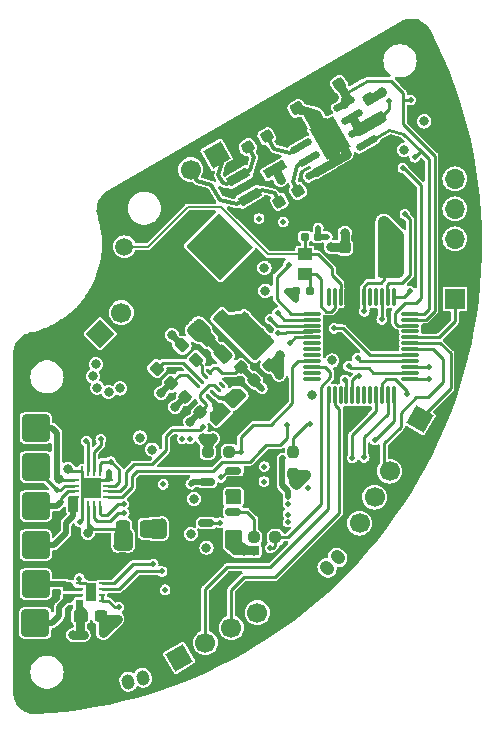
<source format=gbr>
%TF.GenerationSoftware,KiCad,Pcbnew,7.0.7*%
%TF.CreationDate,2023-12-04T17:40:57-05:00*%
%TF.ProjectId,PEEKbot_APS,5045454b-626f-4745-9f41-50532e6b6963,rev?*%
%TF.SameCoordinates,Original*%
%TF.FileFunction,Copper,L4,Bot*%
%TF.FilePolarity,Positive*%
%FSLAX46Y46*%
G04 Gerber Fmt 4.6, Leading zero omitted, Abs format (unit mm)*
G04 Created by KiCad (PCBNEW 7.0.7) date 2023-12-04 17:40:57*
%MOMM*%
%LPD*%
G01*
G04 APERTURE LIST*
G04 Aperture macros list*
%AMRoundRect*
0 Rectangle with rounded corners*
0 $1 Rounding radius*
0 $2 $3 $4 $5 $6 $7 $8 $9 X,Y pos of 4 corners*
0 Add a 4 corners polygon primitive as box body*
4,1,4,$2,$3,$4,$5,$6,$7,$8,$9,$2,$3,0*
0 Add four circle primitives for the rounded corners*
1,1,$1+$1,$2,$3*
1,1,$1+$1,$4,$5*
1,1,$1+$1,$6,$7*
1,1,$1+$1,$8,$9*
0 Add four rect primitives between the rounded corners*
20,1,$1+$1,$2,$3,$4,$5,0*
20,1,$1+$1,$4,$5,$6,$7,0*
20,1,$1+$1,$6,$7,$8,$9,0*
20,1,$1+$1,$8,$9,$2,$3,0*%
%AMHorizOval*
0 Thick line with rounded ends*
0 $1 width*
0 $2 $3 position (X,Y) of the first rounded end (center of the circle)*
0 $4 $5 position (X,Y) of the second rounded end (center of the circle)*
0 Add line between two ends*
20,1,$1,$2,$3,$4,$5,0*
0 Add two circle primitives to create the rounded ends*
1,1,$1,$2,$3*
1,1,$1,$4,$5*%
%AMRotRect*
0 Rectangle, with rotation*
0 The origin of the aperture is its center*
0 $1 length*
0 $2 width*
0 $3 Rotation angle, in degrees counterclockwise*
0 Add horizontal line*
21,1,$1,$2,0,0,$3*%
G04 Aperture macros list end*
%TA.AperFunction,ComponentPad*%
%ADD10RoundRect,0.250001X0.899999X0.899999X-0.899999X0.899999X-0.899999X-0.899999X0.899999X-0.899999X0*%
%TD*%
%TA.AperFunction,ComponentPad*%
%ADD11RotRect,1.700000X1.700000X300.000000*%
%TD*%
%TA.AperFunction,ComponentPad*%
%ADD12HorizOval,1.700000X0.000000X0.000000X0.000000X0.000000X0*%
%TD*%
%TA.AperFunction,ComponentPad*%
%ADD13RoundRect,0.249900X0.088388X-0.477438X0.477438X-0.088388X-0.088388X0.477438X-0.477438X0.088388X0*%
%TD*%
%TA.AperFunction,ComponentPad*%
%ADD14HorizOval,1.050000X-0.088388X0.088388X0.088388X-0.088388X0*%
%TD*%
%TA.AperFunction,ComponentPad*%
%ADD15R,1.700000X1.700000*%
%TD*%
%TA.AperFunction,ComponentPad*%
%ADD16O,1.700000X1.700000*%
%TD*%
%TA.AperFunction,ComponentPad*%
%ADD17RotRect,1.700000X1.700000X330.000000*%
%TD*%
%TA.AperFunction,ComponentPad*%
%ADD18HorizOval,1.700000X0.000000X0.000000X0.000000X0.000000X0*%
%TD*%
%TA.AperFunction,ComponentPad*%
%ADD19RotRect,1.700000X1.700000X135.000000*%
%TD*%
%TA.AperFunction,ComponentPad*%
%ADD20HorizOval,1.700000X0.000000X0.000000X0.000000X0.000000X0*%
%TD*%
%TA.AperFunction,ComponentPad*%
%ADD21RoundRect,0.249900X-0.162173X-0.457668X0.369280X-0.315266X0.162173X0.457668X-0.369280X0.315266X0*%
%TD*%
%TA.AperFunction,ComponentPad*%
%ADD22HorizOval,1.050000X-0.032352X0.120741X0.032352X-0.120741X0*%
%TD*%
%TA.AperFunction,ComponentPad*%
%ADD23RotRect,1.700000X1.700000X120.000000*%
%TD*%
%TA.AperFunction,ComponentPad*%
%ADD24HorizOval,1.700000X0.000000X0.000000X0.000000X0.000000X0*%
%TD*%
%TA.AperFunction,SMDPad,CuDef*%
%ADD25RoundRect,0.250000X-0.097227X0.574524X-0.574524X0.097227X0.097227X-0.574524X0.574524X-0.097227X0*%
%TD*%
%TA.AperFunction,SMDPad,CuDef*%
%ADD26RoundRect,0.237500X0.380070X-0.044194X-0.044194X0.380070X-0.380070X0.044194X0.044194X-0.380070X0*%
%TD*%
%TA.AperFunction,SMDPad,CuDef*%
%ADD27RoundRect,0.150000X0.512500X0.150000X-0.512500X0.150000X-0.512500X-0.150000X0.512500X-0.150000X0*%
%TD*%
%TA.AperFunction,SMDPad,CuDef*%
%ADD28RoundRect,0.237500X0.250000X0.237500X-0.250000X0.237500X-0.250000X-0.237500X0.250000X-0.237500X0*%
%TD*%
%TA.AperFunction,SMDPad,CuDef*%
%ADD29RoundRect,0.050000X0.272236X-0.130815X-0.130815X0.272236X-0.272236X0.130815X0.130815X-0.272236X0*%
%TD*%
%TA.AperFunction,SMDPad,CuDef*%
%ADD30RoundRect,0.237500X0.237500X-0.300000X0.237500X0.300000X-0.237500X0.300000X-0.237500X-0.300000X0*%
%TD*%
%TA.AperFunction,SMDPad,CuDef*%
%ADD31RoundRect,0.237500X0.344715X-0.008839X-0.008839X0.344715X-0.344715X0.008839X0.008839X-0.344715X0*%
%TD*%
%TA.AperFunction,SMDPad,CuDef*%
%ADD32R,0.500000X0.250000*%
%TD*%
%TA.AperFunction,ComponentPad*%
%ADD33C,0.600000*%
%TD*%
%TA.AperFunction,SMDPad,CuDef*%
%ADD34R,0.900000X1.600000*%
%TD*%
%TA.AperFunction,SMDPad,CuDef*%
%ADD35RoundRect,0.237500X-0.008839X-0.344715X0.344715X0.008839X0.008839X0.344715X-0.344715X-0.008839X0*%
%TD*%
%TA.AperFunction,SMDPad,CuDef*%
%ADD36RoundRect,0.155000X0.212500X0.155000X-0.212500X0.155000X-0.212500X-0.155000X0.212500X-0.155000X0*%
%TD*%
%TA.AperFunction,SMDPad,CuDef*%
%ADD37RoundRect,0.237500X-0.300000X-0.237500X0.300000X-0.237500X0.300000X0.237500X-0.300000X0.237500X0*%
%TD*%
%TA.AperFunction,SMDPad,CuDef*%
%ADD38RotRect,1.900000X0.800000X30.000000*%
%TD*%
%TA.AperFunction,SMDPad,CuDef*%
%ADD39RoundRect,0.150000X0.639471X0.542404X-0.789471X-0.282596X-0.639471X-0.542404X0.789471X0.282596X0*%
%TD*%
%TA.AperFunction,ComponentPad*%
%ADD40C,0.500000*%
%TD*%
%TA.AperFunction,SMDPad,CuDef*%
%ADD41RotRect,2.290000X3.000000X210.000000*%
%TD*%
%TA.AperFunction,SMDPad,CuDef*%
%ADD42RoundRect,0.250000X-0.337500X-0.475000X0.337500X-0.475000X0.337500X0.475000X-0.337500X0.475000X0*%
%TD*%
%TA.AperFunction,SMDPad,CuDef*%
%ADD43RoundRect,0.237500X-0.097756X-0.330681X0.335256X-0.080681X0.097756X0.330681X-0.335256X0.080681X0*%
%TD*%
%TA.AperFunction,SMDPad,CuDef*%
%ADD44RoundRect,0.237500X0.330681X-0.097756X0.080681X0.335256X-0.330681X0.097756X-0.080681X-0.335256X0*%
%TD*%
%TA.AperFunction,SMDPad,CuDef*%
%ADD45RoundRect,0.237500X-0.237500X0.250000X-0.237500X-0.250000X0.237500X-0.250000X0.237500X0.250000X0*%
%TD*%
%TA.AperFunction,SMDPad,CuDef*%
%ADD46C,1.500000*%
%TD*%
%TA.AperFunction,SMDPad,CuDef*%
%ADD47RoundRect,0.155000X-0.212500X-0.155000X0.212500X-0.155000X0.212500X0.155000X-0.212500X0.155000X0*%
%TD*%
%TA.AperFunction,SMDPad,CuDef*%
%ADD48RoundRect,0.237500X-0.141058X-0.355681X0.378558X-0.055681X0.141058X0.355681X-0.378558X0.055681X0*%
%TD*%
%TA.AperFunction,SMDPad,CuDef*%
%ADD49RoundRect,0.075000X-0.075000X0.662500X-0.075000X-0.662500X0.075000X-0.662500X0.075000X0.662500X0*%
%TD*%
%TA.AperFunction,SMDPad,CuDef*%
%ADD50RoundRect,0.075000X-0.662500X0.075000X-0.662500X-0.075000X0.662500X-0.075000X0.662500X0.075000X0*%
%TD*%
%TA.AperFunction,SMDPad,CuDef*%
%ADD51R,1.200000X1.050000*%
%TD*%
%TA.AperFunction,SMDPad,CuDef*%
%ADD52RoundRect,0.237500X0.300000X0.237500X-0.300000X0.237500X-0.300000X-0.237500X0.300000X-0.237500X0*%
%TD*%
%TA.AperFunction,SMDPad,CuDef*%
%ADD53RoundRect,0.062500X-0.355000X-0.062500X0.355000X-0.062500X0.355000X0.062500X-0.355000X0.062500X0*%
%TD*%
%TA.AperFunction,SMDPad,CuDef*%
%ADD54RoundRect,0.062500X-0.062500X-0.355000X0.062500X-0.355000X0.062500X0.355000X-0.062500X0.355000X0*%
%TD*%
%TA.AperFunction,SMDPad,CuDef*%
%ADD55R,1.680000X1.680000*%
%TD*%
%TA.AperFunction,ViaPad*%
%ADD56C,0.800000*%
%TD*%
%TA.AperFunction,ViaPad*%
%ADD57C,0.500000*%
%TD*%
%TA.AperFunction,Conductor*%
%ADD58C,1.000000*%
%TD*%
%TA.AperFunction,Conductor*%
%ADD59C,0.500000*%
%TD*%
%TA.AperFunction,Conductor*%
%ADD60C,0.750000*%
%TD*%
%TA.AperFunction,Conductor*%
%ADD61C,0.250000*%
%TD*%
%TA.AperFunction,Conductor*%
%ADD62C,0.180000*%
%TD*%
%TA.AperFunction,Conductor*%
%ADD63C,0.300000*%
%TD*%
G04 APERTURE END LIST*
D10*
%TO.P,H2,1,1*%
%TO.N,Net-(U6-BOUT2)*%
X18148613Y-173979091D03*
%TD*%
D11*
%TO.P,J1,1,Pin_1*%
%TO.N,OUT_B*%
X33461793Y-147535201D03*
D12*
%TO.P,J1,2,Pin_2*%
%TO.N,OUT_A*%
X31262088Y-148805201D03*
%TD*%
D10*
%TO.P,H4,1,1*%
%TO.N,Net-(U6-BOUT1)*%
X18148607Y-170677104D03*
%TD*%
%TO.P,H5,1,1*%
%TO.N,Net-(U8-OUT1)*%
X18118597Y-187187097D03*
%TD*%
%TO.P,H3,1,1*%
%TO.N,Net-(U6-AOUT2)*%
X18148617Y-177281105D03*
%TD*%
D13*
%TO.P,U4,1,VCC*%
%TO.N,+3V3*%
X41922717Y-183439438D03*
D14*
%TO.P,U4,2,OUT*%
%TO.N,END_ALT*%
X42820743Y-182541412D03*
%TO.P,U4,3,GND*%
%TO.N,GND*%
X43718768Y-181643387D03*
%TD*%
D15*
%TO.P,J3,1,Pin_1*%
%TO.N,ENC_B_AZM*%
X53642826Y-159755108D03*
D16*
%TO.P,J3,2,Pin_2*%
%TO.N,+3V3*%
X53642826Y-157215108D03*
%TO.P,J3,3,Pin_3*%
%TO.N,ENC_A_AZM*%
X53642826Y-154675108D03*
%TO.P,J3,4,Pin_4*%
%TO.N,ENC_I_AZM*%
X53642826Y-152135108D03*
%TO.P,J3,5,Pin_5*%
%TO.N,GND*%
X53642826Y-149595108D03*
%TD*%
D10*
%TO.P,H6,1,1*%
%TO.N,Net-(U8-OUT2)*%
X18148593Y-183885098D03*
%TD*%
D17*
%TO.P,J4,1,Pin_1*%
%TO.N,ENC_B_ALT*%
X50643104Y-169939619D03*
D18*
%TO.P,J4,2,Pin_2*%
%TO.N,+3V3*%
X49373104Y-172139324D03*
%TO.P,J4,3,Pin_3*%
%TO.N,ENC_A_ALT*%
X48103104Y-174339028D03*
%TO.P,J4,4,Pin_4*%
%TO.N,ENC_I_ALT*%
X46833104Y-176538733D03*
%TO.P,J4,5,Pin_5*%
%TO.N,GND*%
X45563104Y-178738437D03*
%TD*%
D19*
%TO.P,J5,1,Pin_1*%
%TO.N,VCC*%
X23601238Y-162701477D03*
D20*
%TO.P,J5,2,Pin_2*%
%TO.N,GND*%
X25397289Y-160905426D03*
%TD*%
D21*
%TO.P,U2,1,VCC*%
%TO.N,+3V3*%
X24760991Y-192483565D03*
D22*
%TO.P,U2,2,OUT*%
%TO.N,END_AZM*%
X25987717Y-192154865D03*
%TO.P,U2,3,GND*%
%TO.N,GND*%
X27214443Y-191826165D03*
%TD*%
D23*
%TO.P,J2,1,Pin_1*%
%TO.N,GND*%
X30310310Y-190133488D03*
D24*
%TO.P,J2,2,Pin_2*%
%TO.N,SWDCLK*%
X32510015Y-188863488D03*
%TO.P,J2,3,Pin_3*%
%TO.N,SWDIO*%
X34709719Y-187593488D03*
%TO.P,J2,4,Pin_4*%
%TO.N,NRST*%
X36909424Y-186323488D03*
%TO.P,J2,5,Pin_5*%
%TO.N,+3V3*%
X39109128Y-185053488D03*
%TD*%
D10*
%TO.P,H1,1,1*%
%TO.N,Net-(U6-AOUT1)*%
X18148596Y-180583103D03*
%TD*%
D25*
%TO.P,C17,1*%
%TO.N,Net-(C15-Pad1)*%
X34008939Y-161514573D03*
%TO.P,C17,2*%
%TO.N,GND*%
X32541693Y-162981819D03*
%TD*%
D26*
%TO.P,C16,1*%
%TO.N,Net-(U7-SS)*%
X31752322Y-164902111D03*
%TO.P,C16,2*%
%TO.N,GND*%
X30532562Y-163682351D03*
%TD*%
D27*
%TO.P,Q4,1,G*%
%TO.N,Net-(Q4-G)*%
X34876414Y-177758700D03*
%TO.P,Q4,2,S*%
%TO.N,GND*%
X34876414Y-179658700D03*
%TO.P,Q4,3,D*%
%TO.N,Net-(Q1-D)*%
X32601414Y-178708700D03*
%TD*%
D28*
%TO.P,R14,1*%
%TO.N,MOFF*%
X34529911Y-172678696D03*
%TO.P,R14,2*%
%TO.N,GND*%
X32704911Y-172678696D03*
%TD*%
D29*
%TO.P,U7,1,RT*%
%TO.N,unconnected-(U7-RT-Pad1)*%
X33895128Y-167016542D03*
%TO.P,U7,2,EN*%
%TO.N,EN*%
X33541575Y-167370095D03*
%TO.P,U7,3,VIN*%
%TO.N,+12V*%
X33188021Y-167723649D03*
%TO.P,U7,4,GND*%
%TO.N,GND*%
X32834468Y-168077202D03*
%TO.P,U7,5,SW*%
%TO.N,Net-(U7-SW)*%
X31787950Y-167030684D03*
%TO.P,U7,6,BST*%
%TO.N,Net-(U7-BST)*%
X32141503Y-166677131D03*
%TO.P,U7,7,SS*%
%TO.N,Net-(U7-SS)*%
X32495057Y-166323577D03*
%TO.P,U7,8,FB*%
%TO.N,FB-3.3V*%
X32848610Y-165970024D03*
%TD*%
D30*
%TO.P,C9,1*%
%TO.N,+3V3*%
X44308102Y-157100991D03*
%TO.P,C9,2*%
%TO.N,GND*%
X44308102Y-155375991D03*
%TD*%
D31*
%TO.P,R19,1*%
%TO.N,EN*%
X32078788Y-169333096D03*
%TO.P,R19,2*%
%TO.N,GND*%
X30788318Y-168042626D03*
%TD*%
D32*
%TO.P,U8,1,VM*%
%TO.N,+12V*%
X21837916Y-185346304D03*
%TO.P,U8,2,OUT1*%
%TO.N,Net-(U8-OUT1)*%
X21837916Y-184846304D03*
%TO.P,U8,3,OUT2*%
%TO.N,Net-(U8-OUT2)*%
X21837916Y-184346304D03*
%TO.P,U8,4,GND*%
%TO.N,GND*%
X21837916Y-183846304D03*
%TO.P,U8,5,IN2/EN*%
%TO.N,BDC_PWM*%
X23737916Y-183846304D03*
%TO.P,U8,6,IN1/PH*%
%TO.N,BDC_DIR*%
X23737916Y-184346304D03*
%TO.P,U8,7,MODE*%
%TO.N,Net-(JP5-B)*%
X23737916Y-184846304D03*
%TO.P,U8,8,nSLEEP*%
X23737916Y-185346304D03*
D33*
%TO.P,U8,9,GND*%
%TO.N,GND*%
X22787916Y-184096304D03*
D34*
X22787916Y-184596304D03*
D33*
X22787916Y-185096304D03*
%TD*%
D27*
%TO.P,Q3,1,G*%
%TO.N,Net-(Q1-G)*%
X34887407Y-174283896D03*
%TO.P,Q3,2,S*%
%TO.N,GND*%
X34887407Y-176183896D03*
%TO.P,Q3,3,D*%
%TO.N,EN*%
X32612407Y-175233896D03*
%TD*%
D25*
%TO.P,C15,1*%
%TO.N,Net-(C15-Pad1)*%
X35481716Y-162987324D03*
%TO.P,C15,2*%
%TO.N,GND*%
X34014470Y-164454570D03*
%TD*%
D26*
%TO.P,C14,1*%
%TO.N,Net-(U7-SW)*%
X29624925Y-166876549D03*
%TO.P,C14,2*%
%TO.N,Net-(U7-BST)*%
X28405165Y-165656789D03*
%TD*%
D35*
%TO.P,R21,1*%
%TO.N,FB-3.3V*%
X36642113Y-166640350D03*
%TO.P,R21,2*%
%TO.N,GND*%
X37932583Y-165349880D03*
%TD*%
D36*
%TO.P,C1,1*%
%TO.N,LSE_IN*%
X41351603Y-159108543D03*
%TO.P,C1,2*%
%TO.N,GND*%
X40216603Y-159108543D03*
%TD*%
D37*
%TO.P,C7,1*%
%TO.N,+3V3*%
X45884002Y-154408603D03*
%TO.P,C7,2*%
%TO.N,GND*%
X47609002Y-154408603D03*
%TD*%
D38*
%TO.P,ESD1,1,A1*%
%TO.N,OUT_A*%
X36253240Y-151105064D03*
%TO.P,ESD1,2,A2*%
%TO.N,OUT_B*%
X35303240Y-149459616D03*
%TO.P,ESD1,3,common*%
%TO.N,GND*%
X38376316Y-148782340D03*
%TD*%
D39*
%TO.P,U1,1,R*%
%TO.N,LP_RxD*%
X44273015Y-143255312D03*
%TO.P,U1,2,\u002ARE*%
%TO.N,LPUART_DE*%
X44908015Y-144355164D03*
%TO.P,U1,3,DE*%
X45543015Y-145455016D03*
%TO.P,U1,4,D*%
%TO.N,LP_TxD*%
X46178015Y-146554868D03*
%TO.P,U1,5,GND*%
%TO.N,GND*%
X41891189Y-149029868D03*
%TO.P,U1,6,A*%
%TO.N,Net-(U1-A)*%
X41256189Y-147930016D03*
%TO.P,U1,7,B*%
%TO.N,Net-(U1-B)*%
X40621189Y-146830164D03*
%TO.P,U1,8,VCC*%
%TO.N,+3V3*%
X39986189Y-145730312D03*
D40*
%TO.P,U1,9,EPAD*%
%TO.N,GND*%
X44145019Y-146683615D03*
X43645019Y-145817590D03*
X43145019Y-144951565D03*
D41*
X43082102Y-146142590D03*
D40*
X43019185Y-147333615D03*
X42519185Y-146467590D03*
X42019185Y-145601565D03*
%TD*%
D42*
%TO.P,C12,1*%
%TO.N,+12V*%
X25513907Y-179211496D03*
%TO.P,C12,2*%
%TO.N,GND*%
X27588907Y-179211496D03*
%TD*%
D28*
%TO.P,R17,1*%
%TO.N,HEAT*%
X38441502Y-179943100D03*
%TO.P,R17,2*%
%TO.N,Net-(Q4-G)*%
X36616502Y-179943100D03*
%TD*%
D43*
%TO.P,R2,1*%
%TO.N,+3V3*%
X42256365Y-142477186D03*
%TO.P,R2,2*%
%TO.N,LP_RxD*%
X43836861Y-141564686D03*
%TD*%
%TO.P,R4,1*%
%TO.N,OUT_B*%
X36116811Y-146902696D03*
%TO.P,R4,2*%
%TO.N,Net-(U1-B)*%
X37697307Y-145990196D03*
%TD*%
D35*
%TO.P,R22,1*%
%TO.N,+3V3*%
X32520024Y-158769345D03*
%TO.P,R22,2*%
%TO.N,Net-(C20-Pad1)*%
X33810494Y-157478875D03*
%TD*%
D44*
%TO.P,R1,1*%
%TO.N,LPUART_DE*%
X47316854Y-144419806D03*
%TO.P,R1,2*%
%TO.N,GND*%
X46404354Y-142839310D03*
%TD*%
D45*
%TO.P,R10,1*%
%TO.N,TEMP*%
X39949798Y-172728193D03*
%TO.P,R10,2*%
%TO.N,GND*%
X39949798Y-174553193D03*
%TD*%
D46*
%TO.P,TP1,1,1*%
%TO.N,LSE_OUT*%
X25652000Y-155335486D03*
%TD*%
D37*
%TO.P,C5,1*%
%TO.N,+3V3*%
X45885105Y-155932609D03*
%TO.P,C5,2*%
%TO.N,GND*%
X47610105Y-155932609D03*
%TD*%
D47*
%TO.P,C3,1*%
%TO.N,LSE_OUT*%
X40927805Y-154485748D03*
%TO.P,C3,2*%
%TO.N,GND*%
X42062805Y-154485748D03*
%TD*%
D48*
%TO.P,C4,1*%
%TO.N,+3V3*%
X38780834Y-144483805D03*
%TO.P,C4,2*%
%TO.N,GND*%
X40274728Y-143621305D03*
%TD*%
D37*
%TO.P,C6,1*%
%TO.N,+3V3*%
X45885118Y-157456607D03*
%TO.P,C6,2*%
%TO.N,GND*%
X47610118Y-157456607D03*
%TD*%
D35*
%TO.P,R20,1*%
%TO.N,FB-3.3V*%
X35539633Y-165515662D03*
%TO.P,R20,2*%
%TO.N,Net-(C15-Pad1)*%
X36830103Y-164225192D03*
%TD*%
%TO.P,R23,1*%
%TO.N,+3V3*%
X30292921Y-156542241D03*
%TO.P,R23,2*%
%TO.N,Net-(C20-Pad1)*%
X31583391Y-155251771D03*
%TD*%
D49*
%TO.P,U3,1,PC13*%
%TO.N,unconnected-(U3-PC13-Pad1)*%
X42957705Y-159596410D03*
%TO.P,U3,2,PC14*%
%TO.N,LSE_IN*%
X43457705Y-159596410D03*
%TO.P,U3,3,PC15*%
%TO.N,LSE_OUT*%
X43957705Y-159596410D03*
%TO.P,U3,4,VBAT*%
%TO.N,+3V3*%
X44457705Y-159596410D03*
%TO.P,U3,5,VREF+*%
X44957705Y-159596410D03*
%TO.P,U3,6,VDD*%
X45457705Y-159596410D03*
%TO.P,U3,7,VSS*%
%TO.N,GND*%
X45957705Y-159596410D03*
%TO.P,U3,8,PF0*%
%TO.N,unconnected-(U3-PF0-Pad8)*%
X46457705Y-159596410D03*
%TO.P,U3,9,PF1*%
%TO.N,unconnected-(U3-PF1-Pad9)*%
X46957705Y-159596410D03*
%TO.P,U3,10,PF2*%
%TO.N,NRST*%
X47457705Y-159596410D03*
%TO.P,U3,11,PA0*%
%TO.N,ENC_I_AZM*%
X47957705Y-159596410D03*
%TO.P,U3,12,PA1*%
%TO.N,ENC_A_AZM*%
X48457705Y-159596410D03*
D50*
%TO.P,U3,13,PA2*%
%TO.N,LP_TxD*%
X49870205Y-161008910D03*
%TO.P,U3,14,PA3*%
%TO.N,LP_RxD*%
X49870205Y-161508910D03*
%TO.P,U3,15,PA4*%
%TO.N,LPUART_DE*%
X49870205Y-162008910D03*
%TO.P,U3,16,PA5*%
%TO.N,unconnected-(U3-PA5-Pad16)*%
X49870205Y-162508910D03*
%TO.P,U3,17,PA6*%
%TO.N,ENC_B_AZM*%
X49870205Y-163008910D03*
%TO.P,U3,18,PA7*%
%TO.N,ENC_B_ALT*%
X49870205Y-163508910D03*
%TO.P,U3,19,PB0*%
%TO.N,ENC_A_ALT*%
X49870205Y-164008910D03*
%TO.P,U3,20,PB1*%
%TO.N,STEP_FAULT*%
X49870205Y-164508910D03*
%TO.P,U3,21,PB2*%
%TO.N,STEP_PWM*%
X49870205Y-165008910D03*
%TO.P,U3,22,PB10*%
%TO.N,TEMP*%
X49870205Y-165508910D03*
%TO.P,U3,23,PB11*%
%TO.N,STEP_DIR*%
X49870205Y-166008910D03*
%TO.P,U3,24,PB12*%
%TO.N,STEP_nSLEEP*%
X49870205Y-166508910D03*
D49*
%TO.P,U3,25,PB13*%
%TO.N,BDC_nSLEEP*%
X48457705Y-167921410D03*
%TO.P,U3,26,PB14*%
%TO.N,BDC_DIR*%
X47957705Y-167921410D03*
%TO.P,U3,27,PB15*%
%TO.N,ENC_I_ALT*%
X47457705Y-167921410D03*
%TO.P,U3,28,PA8*%
%TO.N,BDC_PWM*%
X46957705Y-167921410D03*
%TO.P,U3,29,PA9/UCPD1_DBCC1*%
%TO.N,unconnected-(U3-PA9{slash}UCPD1_DBCC1-Pad29)*%
X46457705Y-167921410D03*
%TO.P,U3,30,PC6*%
%TO.N,unconnected-(U3-PC6-Pad30)*%
X45957705Y-167921410D03*
%TO.P,U3,31,PC7*%
%TO.N,unconnected-(U3-PC7-Pad31)*%
X45457705Y-167921410D03*
%TO.P,U3,32,PA10/UCPD1_DBCC2*%
%TO.N,END_ALT*%
X44957705Y-167921410D03*
%TO.P,U3,33,PA11/PA9*%
%TO.N,END_AZM*%
X44457705Y-167921410D03*
%TO.P,U3,34,PA12/PA10*%
%TO.N,unconnected-(U3-PA12{slash}PA10-Pad34)*%
X43957705Y-167921410D03*
%TO.P,U3,35,PA13*%
%TO.N,SWDIO*%
X43457705Y-167921410D03*
%TO.P,U3,36,PA14*%
%TO.N,SWDCLK*%
X42957705Y-167921410D03*
D50*
%TO.P,U3,37,PA15*%
%TO.N,unconnected-(U3-PA15-Pad37)*%
X41545205Y-166508910D03*
%TO.P,U3,38,PD0*%
%TO.N,unconnected-(U3-PD0-Pad38)*%
X41545205Y-166008910D03*
%TO.P,U3,39,PD1*%
%TO.N,HEAT*%
X41545205Y-165508910D03*
%TO.P,U3,40,PD2*%
%TO.N,MOFF*%
X41545205Y-165008910D03*
%TO.P,U3,41,PD3*%
%TO.N,unconnected-(U3-PD3-Pad41)*%
X41545205Y-164508910D03*
%TO.P,U3,42,PB3*%
%TO.N,unconnected-(U3-PB3-Pad42)*%
X41545205Y-164008910D03*
%TO.P,U3,43,PB4*%
%TO.N,unconnected-(U3-PB4-Pad43)*%
X41545205Y-163508910D03*
%TO.P,U3,44,PB5*%
%TO.N,CFG4*%
X41545205Y-163008910D03*
%TO.P,U3,45,PB6*%
%TO.N,CFG3*%
X41545205Y-162508910D03*
%TO.P,U3,46,PB7*%
%TO.N,CFG2*%
X41545205Y-162008910D03*
%TO.P,U3,47,PB8*%
%TO.N,CFG1*%
X41545205Y-161508910D03*
%TO.P,U3,48,PB9*%
%TO.N,CFG_PWR*%
X41545205Y-161008910D03*
%TD*%
D51*
%TO.P,LSE1,1,1*%
%TO.N,LSE_IN*%
X40939301Y-157628004D03*
%TO.P,LSE1,2,2*%
%TO.N,LSE_OUT*%
X40939301Y-155978004D03*
%TD*%
D52*
%TO.P,C19,1*%
%TO.N,GND*%
X23653599Y-186577508D03*
%TO.P,C19,2*%
%TO.N,+12V*%
X21928599Y-186577508D03*
%TD*%
D43*
%TO.P,R3,1*%
%TO.N,OUT_A*%
X38785682Y-151526449D03*
%TO.P,R3,2*%
%TO.N,Net-(U1-A)*%
X40366178Y-150613949D03*
%TD*%
D53*
%TO.P,U6,1,AOUT1*%
%TO.N,Net-(U6-AOUT1)*%
X21349001Y-176553900D03*
%TO.P,U6,2,AOUT2*%
%TO.N,Net-(U6-AOUT2)*%
X21349001Y-176053900D03*
%TO.P,U6,3,BOUT2*%
%TO.N,Net-(U6-BOUT2)*%
X21349001Y-175553900D03*
%TO.P,U6,4,BOUT1*%
%TO.N,Net-(U6-BOUT1)*%
X21349001Y-175053900D03*
D54*
%TO.P,U6,5,GND*%
%TO.N,GND*%
X22056501Y-174346400D03*
%TO.P,U6,6,DVDD*%
%TO.N,STEP_DVDD*%
X22556501Y-174346400D03*
%TO.P,U6,7,VREF*%
%TO.N,Net-(U6-VREF)*%
X23056501Y-174346400D03*
%TO.P,U6,8,M0*%
%TO.N,STEP_DVDD*%
X23556501Y-174346400D03*
D53*
%TO.P,U6,9,DECAY_TOFF*%
%TO.N,GND*%
X24264001Y-175053900D03*
%TO.P,U6,10,M1*%
%TO.N,STEP_DVDD*%
X24264001Y-175553900D03*
%TO.P,U6,11,STEP*%
%TO.N,STEP_PWM*%
X24264001Y-176053900D03*
%TO.P,U6,12,DIR*%
%TO.N,STEP_DIR*%
X24264001Y-176553900D03*
D54*
%TO.P,U6,13,EN_FAULT_N*%
%TO.N,Net-(JP3-B)*%
X23556501Y-177261400D03*
%TO.P,U6,14,SLEEP_N*%
%TO.N,Net-(JP4-B)*%
X23056501Y-177261400D03*
%TO.P,U6,15,VM*%
%TO.N,+12V*%
X22556501Y-177261400D03*
%TO.P,U6,16,PGND*%
%TO.N,GND*%
X22056501Y-177261400D03*
D40*
%TO.P,U6,17,PAD*%
X22216501Y-175213900D03*
X22216501Y-176393900D03*
D55*
X22806501Y-175803900D03*
D40*
X23396501Y-175213900D03*
X23396501Y-176393900D03*
%TD*%
D35*
%TO.P,R24,1*%
%TO.N,+3V3*%
X31406465Y-157655786D03*
%TO.P,R24,2*%
%TO.N,Net-(C20-Pad1)*%
X32696935Y-156365316D03*
%TD*%
D56*
%TO.N,+3V3*%
X44127535Y-160970167D03*
X45870395Y-153303498D03*
X38184491Y-143411937D03*
X28134418Y-158732321D03*
X44752794Y-158231094D03*
X29212056Y-159809947D03*
X44956017Y-160970162D03*
X30325606Y-160923508D03*
%TO.N,GND*%
X28024599Y-172505897D03*
D57*
X42834918Y-154510191D03*
X40193308Y-159844198D03*
D56*
X44308115Y-154154598D03*
X51050068Y-144724160D03*
D57*
X25073917Y-186831489D03*
X23854699Y-188050688D03*
X37478214Y-175218702D03*
D56*
X28837418Y-178754291D03*
X28837409Y-179668693D03*
X35751011Y-181060703D03*
X32601409Y-180806694D03*
X33450737Y-169867839D03*
X43139707Y-155373806D03*
X47452224Y-142251884D03*
D57*
X42072915Y-153748197D03*
D56*
X41579850Y-167872234D03*
D57*
X45972013Y-160809401D03*
D56*
X31544810Y-176671507D03*
X48829288Y-155932599D03*
X29679026Y-162791402D03*
X49314317Y-147134111D03*
X37509833Y-157115879D03*
X43256252Y-164968619D03*
X36614600Y-181060707D03*
X34061390Y-169257181D03*
X31280593Y-179638307D03*
X48829305Y-157456604D03*
X33160217Y-171561110D03*
D57*
X37498116Y-173948690D03*
X21837397Y-183427903D03*
D56*
X29966409Y-168897974D03*
D57*
X39431314Y-159133007D03*
X40180804Y-175503101D03*
D56*
X26957805Y-171489902D03*
X31646412Y-162091890D03*
D57*
X40983403Y-174558307D03*
D56*
X20876797Y-174131493D03*
X38884322Y-149662223D03*
X38802978Y-164515613D03*
D57*
X35293796Y-176895104D03*
D56*
X38758418Y-166155897D03*
D57*
X34481008Y-176895094D03*
D56*
X47610119Y-153240205D03*
D57*
X24367006Y-174436304D03*
X21892807Y-178652696D03*
D56*
X37581664Y-159055610D03*
X32296601Y-171561116D03*
X48829304Y-154408599D03*
X34887410Y-180806697D03*
D57*
%TO.N,NRST*%
X47445210Y-161486893D03*
%TO.N,EN*%
X31280611Y-175421904D03*
D56*
X31223645Y-170155204D03*
%TO.N,+12V*%
X25093204Y-180633909D03*
D57*
X39510204Y-178622295D03*
D56*
X22553207Y-179567100D03*
X23359851Y-167258293D03*
D57*
X39510187Y-177098303D03*
D56*
X34815746Y-168502848D03*
D57*
X31179011Y-171611893D03*
D56*
X25956809Y-180633892D03*
X24320167Y-167629081D03*
X25299591Y-167330139D03*
D57*
X39053011Y-173237488D03*
D56*
X22999359Y-166308280D03*
X35426402Y-167892185D03*
X23252080Y-165282651D03*
D57*
X30569409Y-171611903D03*
X39510214Y-176539499D03*
D56*
X22197606Y-188203096D03*
X21334011Y-188203107D03*
D57*
X39510207Y-178012704D03*
%TO.N,STEP_DVDD*%
X24519405Y-173521906D03*
X22435931Y-171790562D03*
%TO.N,ENC_A_AZM*%
X49817128Y-159090561D03*
%TO.N,ENC_I_AZM*%
X49410734Y-152588163D03*
%TO.N,ENC_I_ALT*%
X49563138Y-167828162D03*
%TO.N,CFG_PWR*%
X39556930Y-156843068D03*
%TO.N,LP_TxD*%
X50237740Y-147755642D03*
%TO.N,LP_RxD*%
X49901103Y-142905347D03*
%TO.N,BDC_nSLEEP*%
X46870733Y-171688962D03*
X29101814Y-184378043D03*
%TO.N,STEP_FAULT*%
X43416332Y-162240163D03*
X28938331Y-175448159D03*
%TO.N,STEP_nSLEEP*%
X41181125Y-175803769D03*
X51442736Y-166507372D03*
%TO.N,Net-(Q1-G)*%
X33820610Y-174863106D03*
%TO.N,LPUART_DE*%
X49239232Y-148666856D03*
X48070841Y-143028065D03*
%TO.N,CFG1*%
X38631133Y-160949672D03*
%TO.N,CFG2*%
X38021534Y-161457672D03*
%TO.N,CFG3*%
X39099728Y-153236261D03*
X38693332Y-162634257D03*
%TO.N,CFG4*%
X39658521Y-163447060D03*
X37053749Y-152947803D03*
%TO.N,FB-3.3V*%
X37330221Y-167353362D03*
%TO.N,MOFF*%
X35547813Y-172678697D03*
%TO.N,HEAT*%
X38004874Y-180834950D03*
%TO.N,TEMP*%
X41408481Y-170370153D03*
X51407604Y-165495500D03*
%TO.N,STEP_PWM*%
X45397536Y-164780161D03*
X32291135Y-170622167D03*
%TO.N,STEP_DIR*%
X39453934Y-170418961D03*
X44635532Y-165440567D03*
%TO.N,END_AZM*%
X44330733Y-166608967D03*
%TO.N,END_ALT*%
X45549923Y-166304163D03*
%TO.N,BDC_PWM*%
X44940332Y-173212957D03*
X28096020Y-182222770D03*
%TO.N,BDC_DIR*%
X28850369Y-182833434D03*
X45956336Y-173162158D03*
D56*
%TO.N,Net-(U7-SW)*%
X28781006Y-167712587D03*
%TO.N,Net-(C15-Pad1)*%
X36446732Y-161965675D03*
X37767532Y-163184869D03*
X37107134Y-162575271D03*
X35837134Y-161305274D03*
%TO.N,Net-(C20-Pad1)*%
X33666267Y-153128642D03*
X35929285Y-155391662D03*
X34815731Y-154278103D03*
D57*
%TO.N,Net-(U6-AOUT1)*%
X21319016Y-177382698D03*
%TO.N,Net-(U6-BOUT2)*%
X19947411Y-175960309D03*
%TO.N,Net-(U6-AOUT2)*%
X20303016Y-176925495D03*
D56*
%TO.N,Net-(U6-BOUT1)*%
X20150606Y-174995097D03*
D57*
%TO.N,Net-(U8-OUT1)*%
X20857524Y-185053494D03*
%TO.N,Net-(U8-OUT2)*%
X20857511Y-184139112D03*
%TO.N,Net-(JP3-B)*%
X25585534Y-177124562D03*
%TO.N,Net-(JP4-B)*%
X25636333Y-177886558D03*
%TO.N,Net-(JP5-B)*%
X25175514Y-185866295D03*
%TO.N,Net-(Q1-D)*%
X33738914Y-178708700D03*
%TO.N,Net-(U6-VREF)*%
X23655798Y-171642308D03*
%TD*%
D58*
%TO.N,+3V3*%
X44308101Y-157101007D02*
X45019300Y-157101014D01*
D59*
X42256365Y-142477180D02*
X42235880Y-142441713D01*
D58*
X32336085Y-158769350D02*
X32520015Y-158769350D01*
X45870395Y-153303498D02*
X45870404Y-154395005D01*
X45019300Y-157101014D02*
X45377109Y-157100993D01*
X29212056Y-159809947D02*
X31366219Y-157655789D01*
X45529513Y-157100998D02*
X45885109Y-157456594D01*
D60*
X30292905Y-156542242D02*
X31406463Y-157655778D01*
D58*
X28134418Y-158732321D02*
X30292911Y-156573835D01*
X31366219Y-157655789D02*
X31406454Y-157655797D01*
D60*
X39411642Y-145576376D02*
X39986178Y-145730316D01*
D58*
X45885111Y-154409713D02*
X45884006Y-154408595D01*
D61*
X45457696Y-158566191D02*
X45885104Y-158138803D01*
D58*
X45885114Y-156593006D02*
X45885111Y-154409713D01*
D61*
X45885104Y-158138803D02*
X45885109Y-157456594D01*
D60*
X38177372Y-143438560D02*
X38184491Y-143411937D01*
X31406471Y-157655787D02*
X31406454Y-157655797D01*
D58*
X30326174Y-160922958D02*
X32408475Y-158840631D01*
D60*
X38780857Y-144483778D02*
X39411642Y-145576376D01*
D58*
X45885109Y-157456594D02*
X45885114Y-156593006D01*
X45870404Y-154395005D02*
X45884006Y-154408595D01*
X45019300Y-157101014D02*
X45529513Y-157100998D01*
D60*
X38780839Y-144483809D02*
X38177372Y-143438560D01*
X32520015Y-158769350D02*
X31406471Y-157655787D01*
D58*
X45377109Y-157100993D02*
X45885114Y-156593006D01*
D60*
X31406463Y-157655778D02*
X31406454Y-157655797D01*
D61*
X45457695Y-159596398D02*
X45457696Y-158566191D01*
D58*
X30292911Y-156573835D02*
X30292905Y-156542242D01*
D61*
%TO.N,GND*%
X21837923Y-183428398D02*
X21837397Y-183427903D01*
X22056502Y-177261400D02*
X22091511Y-177226411D01*
D60*
X41022988Y-143876094D02*
X41910896Y-144114012D01*
D58*
X48829304Y-154408599D02*
X48168909Y-155069016D01*
D60*
X23854699Y-188050688D02*
X23854709Y-186778597D01*
D61*
X22056513Y-178488978D02*
X21892807Y-178652696D01*
D59*
X38659287Y-166096147D02*
X37932567Y-165369414D01*
D61*
X21837919Y-183846302D02*
X21837923Y-183428398D01*
D59*
X30788321Y-168076058D02*
X30788317Y-168042619D01*
D60*
X46416345Y-142794499D02*
X46404366Y-142839306D01*
D61*
X22056489Y-177261387D02*
X22056514Y-178077984D01*
D59*
X39482122Y-159133006D02*
X40193308Y-159844198D01*
D61*
X22056502Y-177261400D02*
X22045398Y-177272493D01*
D58*
X47609022Y-154408585D02*
X48829304Y-154408599D01*
D60*
X32704894Y-172016405D02*
X33160217Y-171561110D01*
X39949793Y-174553186D02*
X40978314Y-174553190D01*
X41891188Y-149029857D02*
X43197849Y-148275469D01*
X32541693Y-162981801D02*
X32541702Y-162981829D01*
D59*
X42810457Y-154485758D02*
X42834918Y-154510191D01*
X42062812Y-154485750D02*
X42810457Y-154485758D01*
D60*
X40978314Y-174553190D02*
X40983403Y-174558307D01*
D61*
X24229000Y-175088904D02*
X23521501Y-175088914D01*
D60*
X23907615Y-186831498D02*
X23653596Y-186577501D01*
X28837409Y-179668693D02*
X28046111Y-179668699D01*
X28046114Y-178754297D02*
X27588908Y-179211489D01*
X32704893Y-172678693D02*
X32704894Y-172016405D01*
X38758418Y-166155897D02*
X38758394Y-164560168D01*
D59*
X29966409Y-168897974D02*
X30788321Y-168076058D01*
D60*
X44145004Y-146683613D02*
X43970020Y-146380516D01*
X41910896Y-144114012D02*
X43082102Y-146142590D01*
X39949782Y-175272085D02*
X40180804Y-175503101D01*
D59*
X37932567Y-165369414D02*
X37932564Y-165349886D01*
D61*
X22091490Y-174381395D02*
X22091509Y-175088885D01*
D60*
X41022988Y-143876094D02*
X42019175Y-145601570D01*
D59*
X30532568Y-163682329D02*
X29679029Y-162828799D01*
D60*
X43213007Y-148218926D02*
X43551492Y-146955628D01*
D58*
X47610111Y-157456597D02*
X48829305Y-157456604D01*
D61*
X22362930Y-183846291D02*
X22787910Y-184271285D01*
X22056514Y-174346399D02*
X22091490Y-174381395D01*
D58*
X47660911Y-153240205D02*
X48829304Y-154408599D01*
D61*
X22056514Y-178077984D02*
X22056513Y-178488978D01*
D60*
X38884322Y-149662223D02*
X38376321Y-148782351D01*
D61*
X22091511Y-177226411D02*
X22091528Y-176518899D01*
D60*
X42257095Y-144713648D02*
X43145015Y-144951569D01*
D58*
X47609001Y-153241303D02*
X47610119Y-153240205D01*
D60*
X34014463Y-164454595D02*
X32541693Y-162981801D01*
D58*
X47609025Y-157455503D02*
X47610111Y-157456597D01*
X47609022Y-154408585D02*
X47609025Y-157455503D01*
D61*
X45957713Y-160795099D02*
X45972013Y-160809401D01*
X22056514Y-174346399D02*
X20975104Y-174346405D01*
D60*
X32541706Y-162385783D02*
X32541690Y-162981829D01*
D59*
X42062812Y-154485750D02*
X42062796Y-153758311D01*
X40216591Y-159108552D02*
X40216603Y-159820899D01*
D61*
X45957714Y-159596413D02*
X45957713Y-160795099D01*
D58*
X47609022Y-154408585D02*
X47609001Y-153241303D01*
X48168909Y-155069016D02*
X48168921Y-156847002D01*
D60*
X47452224Y-142251884D02*
X46425119Y-142844889D01*
D61*
X47635911Y-157456625D02*
X47635909Y-158091203D01*
D59*
X24339004Y-174978879D02*
X24263992Y-174978910D01*
D61*
X46289308Y-158371013D02*
X45957717Y-158702596D01*
D59*
X29679029Y-162828799D02*
X29679026Y-162791402D01*
D60*
X47610110Y-155932608D02*
X48829288Y-155932599D01*
D59*
X24367010Y-174950893D02*
X24339004Y-174978879D01*
X42062796Y-153758311D02*
X42072915Y-153748197D01*
D60*
X31936408Y-161780478D02*
X32541706Y-162385783D01*
X28837409Y-179668693D02*
X28837418Y-178754291D01*
X33160217Y-171561110D02*
X32296601Y-171561116D01*
X40993599Y-174690296D02*
X40993605Y-174537896D01*
X43141910Y-155376002D02*
X43139707Y-155373806D01*
X31936408Y-161780478D02*
X31828639Y-161888239D01*
X31325741Y-162391141D02*
X31916425Y-162981814D01*
D61*
X34014449Y-169257179D02*
X34061390Y-169257181D01*
X45957717Y-158702596D02*
X45957714Y-159596413D01*
X22787910Y-184271285D02*
X22787916Y-184596304D01*
D60*
X43970020Y-146380516D02*
X43082102Y-146142590D01*
X23907607Y-186831487D02*
X23653611Y-186577501D01*
X40311837Y-143685550D02*
X41022988Y-143876094D01*
D59*
X24367006Y-174436304D02*
X24367010Y-174950893D01*
D58*
X48829305Y-157456604D02*
X48829304Y-154408599D01*
D60*
X44308117Y-155376001D02*
X43141910Y-155376002D01*
X31916425Y-162981814D02*
X32541690Y-162981829D01*
D59*
X37968689Y-165349885D02*
X37932564Y-165349886D01*
D58*
X47610119Y-153240205D02*
X47660911Y-153240205D01*
D60*
X43197849Y-148275469D02*
X43213007Y-148218926D01*
X28837418Y-178754291D02*
X28046114Y-178754297D01*
X41910896Y-144114012D02*
X42257095Y-144713648D01*
D61*
X22091509Y-175088885D02*
X22216502Y-175213898D01*
D60*
X46425119Y-142844889D02*
X46404366Y-142839306D01*
X28046111Y-179668699D02*
X27588908Y-179211489D01*
X43551492Y-146955628D02*
X43082102Y-146142590D01*
D61*
X47635909Y-158091203D02*
X47356107Y-158371006D01*
D60*
X40274737Y-143621292D02*
X40311837Y-143685550D01*
D61*
X24264015Y-175053893D02*
X24229000Y-175088904D01*
D60*
X31828639Y-161888239D02*
X31828617Y-162534814D01*
D61*
X22091528Y-176518899D02*
X22216521Y-176393895D01*
D60*
X38758394Y-164560168D02*
X38802978Y-164515613D01*
D61*
X21864983Y-183834305D02*
X22389990Y-183834291D01*
D59*
X38802978Y-164515613D02*
X37968689Y-165349885D01*
X40216591Y-159108552D02*
X39457663Y-159108540D01*
D60*
X39949802Y-174553186D02*
X39949782Y-175272085D01*
D61*
X20975104Y-174346405D02*
X20811020Y-174182295D01*
D60*
X25073917Y-186831489D02*
X23907607Y-186831487D01*
X25073905Y-186831498D02*
X23854699Y-188050688D01*
X31936408Y-161780478D02*
X31325741Y-162391141D01*
X44006221Y-146646435D02*
X44488819Y-147482323D01*
X32296608Y-171608120D02*
X32704894Y-172016405D01*
D61*
X47356107Y-158371006D02*
X46289308Y-158371013D01*
D60*
X25073917Y-186831489D02*
X25073905Y-186831498D01*
D61*
X23521501Y-175088914D02*
X23396519Y-175213903D01*
D60*
X40180804Y-175503101D02*
X40993599Y-174690296D01*
X23854709Y-186778597D02*
X23653596Y-186577501D01*
X44400851Y-147533128D02*
X43213007Y-148218926D01*
X28735786Y-179668698D02*
X28227818Y-179160691D01*
X44308117Y-155376001D02*
X44308115Y-154154598D01*
X28837409Y-179668693D02*
X28735786Y-179668698D01*
D59*
X40216603Y-159820899D02*
X40193308Y-159844198D01*
D61*
%TO.N,NRST*%
X47457707Y-159596405D02*
X47457708Y-161474386D01*
X47457708Y-161474386D02*
X47445210Y-161486893D01*
%TO.N,LSE_IN*%
X43457719Y-160545601D02*
X43170807Y-160832509D01*
X42307204Y-160375302D02*
X42307208Y-158038503D01*
X42764405Y-160832503D02*
X42307204Y-160375302D01*
X43170807Y-160832509D02*
X42764405Y-160832503D01*
X41896703Y-157628023D02*
X40939300Y-157628002D01*
X42307208Y-158038503D02*
X41896703Y-157628023D01*
X41351604Y-158040305D02*
X41351605Y-159108570D01*
X43457697Y-159596409D02*
X43457719Y-160545601D01*
%TO.N,LSE_OUT*%
X40927802Y-155966512D02*
X40939295Y-155978011D01*
X40927810Y-154485749D02*
X40927802Y-155966512D01*
X43957700Y-159596401D02*
X43957715Y-158469802D01*
D62*
X33794339Y-151973919D02*
X31000349Y-151973939D01*
D61*
X43221615Y-157733692D02*
X43221612Y-157174917D01*
D62*
X27638760Y-155335500D02*
X25652000Y-155335486D01*
D61*
X43957715Y-158469802D02*
X43221615Y-157733692D01*
D62*
X31000349Y-151973939D02*
X27638760Y-155335500D01*
D61*
X43221612Y-157174917D02*
X42024704Y-155978012D01*
D62*
X40939299Y-155978010D02*
X37798430Y-155978011D01*
X37798430Y-155978011D02*
X33794339Y-151973919D01*
D61*
X42024704Y-155978012D02*
X40939295Y-155978011D01*
%TO.N,EN*%
X32793764Y-167076403D02*
X33247891Y-167076416D01*
X32049808Y-168179553D02*
X32049818Y-167820354D01*
X32552713Y-168682441D02*
X32049808Y-168179553D01*
X32049828Y-169329022D02*
X32552702Y-168859173D01*
D59*
X31223645Y-170155204D02*
X32045742Y-169333091D01*
X32045742Y-169333091D02*
X32078773Y-169333099D01*
D61*
X33247891Y-167076416D02*
X33541570Y-167370093D01*
D59*
X31468608Y-175233916D02*
X31280611Y-175421904D01*
X32612398Y-175233908D02*
X31468608Y-175233916D01*
D61*
X32552702Y-168859173D02*
X32552713Y-168682441D01*
X32078773Y-169333099D02*
X32049828Y-169329022D01*
X32049818Y-167820354D02*
X32793764Y-167076403D01*
D59*
%TO.N,+12V*%
X39024789Y-175546093D02*
X39024798Y-173265712D01*
X39024798Y-173265712D02*
X39053011Y-173237488D01*
D60*
X21334011Y-188203107D02*
X21659610Y-188203091D01*
D61*
X25513917Y-179211491D02*
X22995401Y-179211504D01*
X22553207Y-179567100D02*
X22908808Y-179211486D01*
D60*
X25956806Y-179654408D02*
X25513908Y-179211503D01*
X25956809Y-180633892D02*
X25956806Y-179654408D01*
X25093204Y-180633909D02*
X25956809Y-180633892D01*
X21659610Y-188203091D02*
X21928611Y-187934101D01*
X22197606Y-188203096D02*
X21334011Y-188203107D01*
D61*
X22556504Y-178772608D02*
X22556503Y-179563796D01*
D60*
X25093204Y-180633909D02*
X25093206Y-179632190D01*
X21928611Y-187934101D02*
X22197606Y-188203096D01*
D61*
X22553207Y-179567100D02*
X22705606Y-179414710D01*
D60*
X25093206Y-179632190D02*
X25513908Y-179211503D01*
D61*
X22556503Y-179563796D02*
X22553207Y-179567100D01*
D60*
X21928606Y-186577494D02*
X21928611Y-187934101D01*
X25093204Y-180633909D02*
X25093211Y-180532295D01*
D61*
X22556504Y-178772608D02*
X22556513Y-177261402D01*
X22705606Y-179414710D02*
X22705603Y-179160710D01*
D59*
X39510204Y-176031496D02*
X39024789Y-175546093D01*
D60*
X25093211Y-180532295D02*
X25550409Y-180075092D01*
D61*
X22995401Y-179211504D02*
X22556504Y-178772608D01*
D59*
X39510214Y-176539499D02*
X39510204Y-176031496D01*
D61*
X22908808Y-179211486D02*
X22995401Y-179211504D01*
%TO.N,STEP_DVDD*%
X22556501Y-174346403D02*
X22556504Y-171911140D01*
X24875010Y-175553906D02*
X25179813Y-175249096D01*
X25179803Y-174182296D02*
X24519405Y-173521906D01*
X22556520Y-171863809D02*
X22538228Y-171845494D01*
X23556512Y-174346401D02*
X23556503Y-173722800D01*
X23556503Y-173722800D02*
X23757405Y-173521911D01*
X23757405Y-173521911D02*
X24519405Y-173521906D01*
X24263995Y-175553897D02*
X24875010Y-175553906D01*
X25179813Y-175249096D02*
X25179803Y-174182296D01*
X22556504Y-171911140D02*
X22435931Y-171790562D01*
D63*
%TO.N,OUT_A*%
X31816196Y-149764952D02*
X31262088Y-148805201D01*
X36253243Y-151105066D02*
X35156301Y-151738387D01*
X35156301Y-151738387D02*
X33763995Y-151365319D01*
X33027395Y-150089490D02*
X31816196Y-149764952D01*
X33763995Y-151365319D02*
X33027395Y-150089490D01*
X37268021Y-150519190D02*
X36253243Y-151105066D01*
X38785672Y-151526440D02*
X38375454Y-150815928D01*
X38375454Y-150815928D02*
X37268021Y-150519190D01*
%TO.N,OUT_B*%
X36330072Y-148866776D02*
X35303237Y-149459618D01*
X36116811Y-146902692D02*
X36621926Y-147777583D01*
X33616091Y-149280336D02*
X33886563Y-148270919D01*
D60*
X36116800Y-146902701D02*
X35964856Y-146990409D01*
D63*
X36621926Y-147777583D02*
X36330072Y-148866776D01*
X33997089Y-149940246D02*
X33616091Y-149280336D01*
X34320617Y-150026936D02*
X33997089Y-149940246D01*
X33886563Y-148270919D02*
X33461793Y-147535201D01*
X35303237Y-149459618D02*
X34320617Y-150026936D01*
D61*
%TO.N,ENC_B_AZM*%
X49870212Y-163008902D02*
X52299590Y-163008908D01*
X53642820Y-161665672D02*
X53642826Y-159755108D01*
X52299590Y-163008908D02*
X53642820Y-161665672D01*
%TO.N,ENC_A_AZM*%
X49311282Y-159596408D02*
X49817128Y-159090561D01*
X48457709Y-159596405D02*
X49108083Y-159596412D01*
X49108083Y-159596412D02*
X49311282Y-159596408D01*
%TO.N,ENC_I_AZM*%
X47935376Y-159596414D02*
X47932706Y-159593741D01*
X49817130Y-153197768D02*
X49817131Y-152994568D01*
X49817131Y-152994568D02*
X49410734Y-152588163D01*
X48089926Y-158430170D02*
X49156731Y-158430158D01*
X49817140Y-157769768D02*
X49817130Y-153197768D01*
X49410729Y-158176157D02*
X49817140Y-157769768D01*
X47957702Y-159596404D02*
X47935376Y-159596414D01*
X47932706Y-159593741D02*
X47932704Y-158587379D01*
X49156731Y-158430158D02*
X49410729Y-158176157D01*
X47932704Y-158587379D02*
X48089926Y-158430170D01*
%TO.N,ENC_B_ALT*%
X52406673Y-163508903D02*
X53271528Y-164373758D01*
X49870214Y-163508909D02*
X52406673Y-163508903D01*
X53271528Y-167311194D02*
X50643104Y-169939619D01*
X53271528Y-164373758D02*
X53271528Y-167311194D01*
%TO.N,ENC_A_ALT*%
X52661928Y-164881767D02*
X52661931Y-166761366D01*
X52661931Y-166761366D02*
X51341128Y-168082167D01*
X49055127Y-169402961D02*
X49055128Y-170571362D01*
X49055128Y-170571362D02*
X47632731Y-171993758D01*
X51789072Y-164008902D02*
X52661928Y-164881767D01*
X47632731Y-171993758D02*
X47632738Y-173868656D01*
X51341128Y-168082167D02*
X50375930Y-168082167D01*
X50375930Y-168082167D02*
X49055127Y-169402961D01*
X49870205Y-164008902D02*
X51789072Y-164008902D01*
X47632738Y-173868656D02*
X48103095Y-174339027D01*
%TO.N,ENC_I_ALT*%
X49563128Y-167574165D02*
X49563138Y-167828162D01*
X47457702Y-166936388D02*
X47835927Y-166558169D01*
X48547128Y-166558154D02*
X49563128Y-167574165D01*
X47835927Y-166558169D02*
X48547128Y-166558154D01*
X47457710Y-167921405D02*
X47457702Y-166936388D01*
%TO.N,SWDCLK*%
X42931409Y-177517126D02*
X37974310Y-182474233D01*
X32510004Y-184274580D02*
X32510009Y-188863496D01*
X37974310Y-182474233D02*
X34310359Y-182474231D01*
X42931409Y-177517126D02*
X42931407Y-167947704D01*
X32001997Y-188355503D02*
X32510009Y-188863496D01*
X42931407Y-167947704D02*
X42957709Y-167921402D01*
X34310359Y-182474231D02*
X32510004Y-184274580D01*
%TO.N,SWDIO*%
X43838397Y-169105284D02*
X43838404Y-177179502D01*
X43838404Y-177179502D02*
X43829426Y-177188474D01*
X34709707Y-184373822D02*
X34709705Y-187593498D01*
X38369429Y-183300417D02*
X35783123Y-183300414D01*
X43457709Y-168724597D02*
X43838397Y-169105284D01*
X43829430Y-177840414D02*
X38369429Y-183300417D01*
X34186406Y-187070199D02*
X34709708Y-187593500D01*
X43829426Y-177188474D02*
X43829430Y-177840414D01*
X43457717Y-167921409D02*
X43457709Y-168724597D01*
X35783123Y-183300414D02*
X34709707Y-184373822D01*
%TO.N,CFG_PWR*%
X38539532Y-159750958D02*
X38539537Y-157860460D01*
X41545204Y-161008909D02*
X39797473Y-161008903D01*
X38539537Y-157860460D02*
X39556930Y-156843068D01*
X39797473Y-161008903D02*
X38539532Y-159750958D01*
%TO.N,LP_TxD*%
X50737701Y-147255683D02*
X50744579Y-147255674D01*
X50237740Y-147755642D02*
X50737701Y-147255683D01*
X46178809Y-146551894D02*
X46178012Y-146554868D01*
X49870210Y-161008907D02*
X51017407Y-161008910D01*
X49272056Y-145786213D02*
X48068108Y-145463631D01*
X51407599Y-147918694D02*
X50744579Y-147255674D01*
X51017407Y-161008910D02*
X51407611Y-160618689D01*
X49274007Y-145785100D02*
X49272056Y-145786213D01*
X50744579Y-147255674D02*
X49274007Y-145785100D01*
X48068108Y-145463631D02*
X46178014Y-146554876D01*
X51407611Y-160618689D02*
X51407599Y-147918694D01*
%TO.N,LP_RxD*%
X46225994Y-141263894D02*
X44546837Y-142233369D01*
X49223196Y-142884076D02*
X49223206Y-142279905D01*
X49901103Y-142905347D02*
X49244476Y-142905349D01*
X51153787Y-161508914D02*
X51915608Y-160747098D01*
X43911195Y-141584612D02*
X43836861Y-141564674D01*
X49244476Y-142905349D02*
X49223196Y-142884076D01*
D60*
X44444153Y-142616561D02*
X44273017Y-143255320D01*
D61*
X51915600Y-147613899D02*
X49223187Y-144921486D01*
X49870214Y-161508899D02*
X51153787Y-161508914D01*
X48207191Y-141263890D02*
X46225994Y-141263894D01*
X49223187Y-144921486D02*
X49223196Y-142884076D01*
X51915608Y-160747098D02*
X51915600Y-147613899D01*
X44546837Y-142233369D02*
X44273013Y-143255317D01*
D60*
X43836855Y-141564700D02*
X44444153Y-142616561D01*
D61*
X49223206Y-142279905D02*
X48207191Y-141263890D01*
%TO.N,BDC_nSLEEP*%
X48457711Y-167921403D02*
X48457707Y-170101985D01*
X48457707Y-170101985D02*
X46870733Y-171688962D01*
%TO.N,STEP_FAULT*%
X44178336Y-162240161D02*
X43416332Y-162240163D01*
X44279939Y-162341770D02*
X44178336Y-162240161D01*
X46447071Y-164508908D02*
X44279939Y-162341770D01*
X49870210Y-164508909D02*
X46447071Y-164508908D01*
%TO.N,STEP_nSLEEP*%
X51442736Y-166507372D02*
X49871755Y-166507363D01*
X49871755Y-166507363D02*
X49870208Y-166508906D01*
%TO.N,Net-(Q1-G)*%
X34887394Y-174283907D02*
X34399809Y-174283901D01*
X34399809Y-174283901D02*
X33820610Y-174863106D01*
%TO.N,Net-(Q4-G)*%
X36005002Y-177758694D02*
X36616513Y-178370203D01*
X34876419Y-177758698D02*
X36005002Y-177758694D01*
X36616513Y-178370203D02*
X36616508Y-179943100D01*
%TO.N,LPUART_DE*%
X50731522Y-150108345D02*
X50407625Y-149784453D01*
X48070832Y-143665840D02*
X47316855Y-144419808D01*
D60*
X44908021Y-144355161D02*
X45542995Y-145455008D01*
D58*
X47316838Y-144419812D02*
X45546525Y-145441902D01*
X47313328Y-144432920D02*
X47316838Y-144419812D01*
D61*
X48070841Y-143028065D02*
X48070832Y-143665840D01*
D58*
X45546525Y-145441902D02*
X45542995Y-145455008D01*
D61*
X50334843Y-160096850D02*
X50731530Y-159700167D01*
X49870224Y-162008910D02*
X48814475Y-162008906D01*
X49239233Y-148616062D02*
X49239233Y-148616062D01*
X50731530Y-159700167D02*
X50731522Y-150108345D01*
X49870225Y-162008905D02*
X49865398Y-162011670D01*
X49865398Y-162011670D02*
X49857873Y-162009665D01*
X47342002Y-144426547D02*
X47316841Y-144419812D01*
X48578824Y-160909661D02*
X49391629Y-160096847D01*
X50407625Y-149784453D02*
X49290034Y-148666865D01*
X49391629Y-160096847D02*
X50334843Y-160096850D01*
X49239232Y-148666856D02*
X49239233Y-148616062D01*
X49290034Y-148666865D02*
X49239232Y-148666856D01*
X48814475Y-162008906D02*
X48578831Y-161773260D01*
X48578831Y-161773260D02*
X48578824Y-160909661D01*
%TO.N,CFG1*%
X38631133Y-160949672D02*
X39190367Y-161508908D01*
X39190367Y-161508908D02*
X41545204Y-161508908D01*
%TO.N,CFG2*%
X38572767Y-162008903D02*
X41545205Y-162008903D01*
X38021534Y-161457672D02*
X38572767Y-162008903D01*
%TO.N,CFG3*%
X38693332Y-162634257D02*
X39283347Y-162634258D01*
X39283347Y-162634258D02*
X39393132Y-162524472D01*
X41529638Y-162524473D02*
X41545210Y-162508909D01*
X39393132Y-162524472D02*
X41529638Y-162524473D01*
%TO.N,CFG4*%
X40096670Y-163008903D02*
X39658521Y-163447060D01*
X41545213Y-163008908D02*
X40096670Y-163008903D01*
%TO.N,FB-3.3V*%
X33486653Y-165593240D02*
X33953638Y-166060205D01*
D59*
X35539685Y-165537944D02*
X35539692Y-165515663D01*
D61*
X33225381Y-165593232D02*
X33486653Y-165593240D01*
X32848615Y-165970030D02*
X33225381Y-165593232D01*
D59*
X37330221Y-167353362D02*
X36642089Y-166665251D01*
D61*
X33953638Y-166060205D02*
X34995137Y-166060205D01*
D59*
X36642089Y-166640357D02*
X35539685Y-165537944D01*
X36642089Y-166665251D02*
X36642089Y-166640357D01*
D61*
X34995137Y-166060205D02*
X35539692Y-165515663D01*
%TO.N,MOFF*%
X35547808Y-171455624D02*
X36582476Y-170420948D01*
X36582476Y-170420948D02*
X38055680Y-170420957D01*
X39884481Y-168592148D02*
X39884478Y-165493359D01*
X38055680Y-170420957D02*
X39884481Y-168592148D01*
X35547813Y-172678697D02*
X34529910Y-172678704D01*
X34529910Y-172678704D02*
X34529899Y-172678688D01*
X40368927Y-165008902D02*
X41545202Y-165008901D01*
X35547813Y-172678697D02*
X35547808Y-171455624D01*
X39884478Y-165493359D02*
X40368927Y-165008902D01*
%TO.N,HEAT*%
X42643236Y-165508902D02*
X43084881Y-165950551D01*
X43084881Y-165950551D02*
X43084882Y-166407755D01*
X41545205Y-165508911D02*
X42643236Y-165508902D01*
X43084882Y-166407755D02*
X42304829Y-167187787D01*
X42304829Y-167187787D02*
X42304845Y-177144584D01*
X38258878Y-180834958D02*
X38004874Y-180834950D01*
X38441498Y-179943096D02*
X38441506Y-180652331D01*
X39506339Y-179943092D02*
X42304845Y-177144584D01*
X38441498Y-179943096D02*
X39506339Y-179943092D01*
X38441506Y-180652331D02*
X38258878Y-180834958D01*
%TO.N,TEMP*%
X41103685Y-170370158D02*
X41408481Y-170370153D01*
X39949787Y-171524035D02*
X41103685Y-170370158D01*
X51394193Y-165508904D02*
X51407604Y-165495500D01*
X39949807Y-172728181D02*
X39949785Y-171731107D01*
X39949785Y-171731107D02*
X39949787Y-171524035D01*
X49870202Y-165508901D02*
X51394193Y-165508904D01*
%TO.N,STEP_PWM*%
X49870214Y-165008903D02*
X45626274Y-165008902D01*
X29696287Y-170880203D02*
X29192332Y-171384159D01*
X25284584Y-176053902D02*
X24264015Y-176053911D01*
X25788734Y-175549767D02*
X25284584Y-176053902D01*
X29192332Y-171384159D02*
X29192330Y-172552560D01*
X32291135Y-170622167D02*
X32033085Y-170880206D01*
X29192330Y-172552560D02*
X27973128Y-173771763D01*
X32033085Y-170880206D02*
X29696287Y-170880203D01*
X26449135Y-173771757D02*
X25788727Y-174432159D01*
X27973128Y-173771763D02*
X26449135Y-173771757D01*
X45626274Y-165008902D02*
X45397536Y-164780161D01*
X25788727Y-174432159D02*
X25788734Y-175549767D01*
%TO.N,STEP_DIR*%
X26296728Y-175702166D02*
X26296731Y-175397358D01*
X38844336Y-172146169D02*
X39453923Y-171536564D01*
X26753934Y-174330567D02*
X33195047Y-174330563D01*
X26296726Y-174787763D02*
X26753934Y-174330567D01*
X37675925Y-172146164D02*
X38844336Y-172146169D01*
X36448398Y-173373696D02*
X37167937Y-172654170D01*
X46727873Y-166008902D02*
X46362730Y-165643763D01*
X26296731Y-175397358D02*
X26296726Y-174787763D01*
X33957047Y-173568564D02*
X36253534Y-173568566D01*
X36253534Y-173568566D02*
X36448398Y-173373696D01*
X46362730Y-165643763D02*
X44838735Y-165643763D01*
X44838735Y-165643763D02*
X44635532Y-165440567D01*
X25444984Y-176553906D02*
X26296728Y-175702166D01*
X39453923Y-171536564D02*
X39453934Y-170418961D01*
X49870205Y-166008907D02*
X46727873Y-166008902D01*
X24264003Y-176553903D02*
X25444984Y-176553906D01*
X37167937Y-172654170D02*
X37675925Y-172146164D01*
X33195047Y-174330563D02*
X33957047Y-173568564D01*
%TO.N,END_AZM*%
X44457700Y-166735939D02*
X44330733Y-166608967D01*
X44457715Y-167921406D02*
X44457700Y-166735939D01*
%TO.N,END_ALT*%
X45295933Y-166304156D02*
X44957709Y-166642384D01*
X44957709Y-166642384D02*
X44957713Y-167921402D01*
X45549923Y-166304163D02*
X45295933Y-166304156D01*
%TO.N,BDC_PWM*%
X44942982Y-173210304D02*
X44940332Y-173212957D01*
X46957712Y-167921410D02*
X46957710Y-169252140D01*
X26371811Y-182222779D02*
X24748281Y-183846298D01*
X46739021Y-169470805D02*
X44942996Y-171266874D01*
X28096020Y-182222770D02*
X26371811Y-182222779D01*
X24748281Y-183846298D02*
X23737910Y-183846307D01*
X46957710Y-169252140D02*
X46739021Y-169470805D01*
X44942996Y-171266874D02*
X44942982Y-173210304D01*
%TO.N,BDC_DIR*%
X25182244Y-184346306D02*
X23737899Y-184346301D01*
X47957713Y-167921400D02*
X47957699Y-169473450D01*
X47957699Y-169473450D02*
X45948765Y-171482395D01*
X28850369Y-182833434D02*
X26695096Y-182833439D01*
X45948773Y-173154606D02*
X45956336Y-173162158D01*
X45948765Y-171482395D02*
X45948773Y-173154606D01*
X26695096Y-182833439D02*
X25182244Y-184346306D01*
D59*
%TO.N,Net-(U7-SW)*%
X28781006Y-167712587D02*
X29617054Y-166876545D01*
D61*
X30925240Y-166167977D02*
X30325613Y-166167963D01*
X30325613Y-166167963D02*
X30325619Y-166175842D01*
X30325619Y-166175842D02*
X29624907Y-166876543D01*
D59*
X29617054Y-166876545D02*
X29624907Y-166876543D01*
D61*
X31787962Y-167030684D02*
X31779237Y-167033002D01*
X31787956Y-167030668D02*
X30925240Y-166167977D01*
%TO.N,Net-(U7-BST)*%
X28899759Y-165162188D02*
X30626575Y-165162177D01*
X28405149Y-165656775D02*
X28899759Y-165162188D01*
X30626575Y-165162177D02*
X32141507Y-166677132D01*
D60*
%TO.N,Net-(C15-Pad1)*%
X35481717Y-162987338D02*
X35481708Y-162987336D01*
X35481708Y-162987336D02*
X36719566Y-164225180D01*
X36719566Y-164225180D02*
X36851476Y-164239437D01*
X34008930Y-161514578D02*
X35481717Y-162987338D01*
D61*
%TO.N,Net-(U7-SS)*%
X31752343Y-164902104D02*
X32193499Y-165343276D01*
X32193499Y-165343276D02*
X32193519Y-166022022D01*
X32193519Y-166022022D02*
X32495055Y-166323577D01*
D60*
%TO.N,Net-(C20-Pad1)*%
X32696935Y-156365317D02*
X32696942Y-156365326D01*
X31583387Y-155251748D02*
X32696935Y-156365317D01*
X33810493Y-157478874D02*
X35897709Y-155391668D01*
X33810493Y-157478874D02*
X33845866Y-157475096D01*
X34784126Y-154278119D02*
X34815731Y-154278103D01*
X33845866Y-157475096D02*
X32696935Y-156365317D01*
X31583387Y-155251748D02*
X33666252Y-153168888D01*
X32696935Y-156365317D02*
X32696942Y-156365326D01*
X32696942Y-156365326D02*
X34784126Y-154278119D01*
X35897709Y-155391668D02*
X35929285Y-155391662D01*
D59*
%TO.N,Net-(U6-AOUT1)*%
X20709401Y-179567099D02*
X20709410Y-178703508D01*
X18148596Y-180583103D02*
X19693416Y-180583091D01*
X20709410Y-178703508D02*
X21319013Y-178093897D01*
X19693416Y-180583091D02*
X20709401Y-179567099D01*
X21319013Y-178093897D02*
X21319016Y-177382698D01*
D61*
%TO.N,Net-(U6-BOUT2)*%
X21348997Y-175553895D02*
X20617103Y-175553895D01*
D59*
X19913724Y-175960316D02*
X19947411Y-175960309D01*
D61*
X18148610Y-174195179D02*
X19913724Y-175960316D01*
X20210719Y-175960301D02*
X19947411Y-175960309D01*
D59*
X18148613Y-173979091D02*
X18148610Y-174195179D01*
D61*
X20617103Y-175553895D02*
X20210719Y-175960301D01*
D59*
%TO.N,Net-(U6-AOUT2)*%
X18148617Y-177281105D02*
X19947417Y-177281098D01*
D61*
X21349011Y-176053904D02*
X20883512Y-176053904D01*
D59*
X19947417Y-177281098D02*
X20303016Y-176925495D01*
D61*
X20883512Y-176053904D02*
X20303007Y-176634393D01*
X20303007Y-176634393D02*
X20303016Y-176925495D01*
D59*
%TO.N,Net-(U6-BOUT1)*%
X19947419Y-171083508D02*
X19947417Y-174791896D01*
D61*
X20209409Y-175053901D02*
X20150606Y-174995097D01*
X21349003Y-175053892D02*
X20209409Y-175053901D01*
D59*
X18148607Y-170677104D02*
X19541016Y-170677090D01*
X19541016Y-170677090D02*
X19947419Y-171083508D01*
X19947417Y-174791896D02*
X20150606Y-174995097D01*
%TO.N,Net-(U8-OUT1)*%
X19541003Y-187187101D02*
X20150621Y-186577506D01*
X20857518Y-185108606D02*
X20857524Y-185053494D01*
D61*
X21064702Y-184846292D02*
X20857524Y-185053494D01*
D59*
X18118597Y-187187097D02*
X19541003Y-187187101D01*
X20150601Y-185815498D02*
X20857518Y-185108606D01*
D61*
X21837919Y-184846303D02*
X21064702Y-184846292D01*
D59*
X20150621Y-186577506D02*
X20150601Y-185815498D01*
D61*
%TO.N,Net-(U8-OUT2)*%
X21064711Y-184346291D02*
X20857511Y-184139112D01*
X21837913Y-184346298D02*
X21064711Y-184346291D01*
D59*
X20603512Y-183885108D02*
X20857511Y-184139112D01*
X18148593Y-183885098D02*
X20603512Y-183885108D01*
D61*
%TO.N,Net-(JP3-B)*%
X23706607Y-178043099D02*
X24163802Y-178043106D01*
X23556502Y-177261397D02*
X23556516Y-177892995D01*
X25082342Y-177124578D02*
X25585534Y-177124562D01*
X24163802Y-178043106D02*
X25082342Y-177124578D01*
X23556516Y-177892995D02*
X23706607Y-178043099D01*
%TO.N,Net-(JP4-B)*%
X25082358Y-177886562D02*
X25636333Y-177886558D01*
X23056503Y-178307387D02*
X23300211Y-178551095D01*
X23056506Y-177261393D02*
X23056503Y-178307387D01*
X23300211Y-178551095D02*
X24417826Y-178551098D01*
X24417826Y-178551098D02*
X25082358Y-177886562D01*
%TO.N,Net-(JP5-B)*%
X24819906Y-185866288D02*
X24299916Y-185346297D01*
X24299916Y-185346297D02*
X23737909Y-185346297D01*
X23737910Y-184846298D02*
X23737909Y-185346297D01*
X25175514Y-185866295D02*
X24819906Y-185866288D01*
%TO.N,Net-(Q1-D)*%
X32601410Y-178708710D02*
X33738914Y-178708700D01*
D63*
%TO.N,Net-(U1-A)*%
X39931315Y-149860744D02*
X40366174Y-150613942D01*
X40300859Y-148481577D02*
X39931315Y-149860744D01*
X41256189Y-147930012D02*
X40300859Y-148481577D01*
%TO.N,Net-(U1-B)*%
X38303828Y-147040725D02*
X37697303Y-145990196D01*
X40621189Y-146830161D02*
X39637514Y-147398083D01*
X39637514Y-147398083D02*
X38303828Y-147040725D01*
D61*
%TO.N,Net-(U6-VREF)*%
X23655798Y-171642308D02*
X23655811Y-172150292D01*
X23655811Y-172150292D02*
X23056507Y-172749594D01*
X23056507Y-172749594D02*
X23056511Y-174346393D01*
%TD*%
%TA.AperFunction,Conductor*%
%TO.N,Net-(U8-OUT1)*%
G36*
X22070546Y-184719888D02*
G01*
X22116301Y-184772691D01*
X22127507Y-184824208D01*
X22127505Y-184876401D01*
X22107818Y-184943439D01*
X22055012Y-184989192D01*
X22003508Y-185000396D01*
X22003503Y-185000396D01*
X22003467Y-185000396D01*
X21641911Y-185000403D01*
X21641895Y-185000404D01*
X21623886Y-185002339D01*
X21617260Y-185002694D01*
X21467114Y-185002694D01*
X21389368Y-185119313D01*
X21387036Y-185122578D01*
X21385067Y-185125152D01*
X21384116Y-185126853D01*
X21381602Y-185130961D01*
X21199121Y-185404687D01*
X21145556Y-185449549D01*
X21095945Y-185459905D01*
X20575103Y-185459901D01*
X20508064Y-185440216D01*
X20462309Y-185387412D01*
X20451104Y-185335902D01*
X20451117Y-184824200D01*
X20470803Y-184757162D01*
X20523608Y-184711408D01*
X20575117Y-184700204D01*
X20575120Y-184700203D01*
X20575127Y-184700205D01*
X22003507Y-184700203D01*
X22070546Y-184719888D01*
G37*
%TD.AperFunction*%
%TD*%
%TA.AperFunction,Conductor*%
%TO.N,Net-(C15-Pad1)*%
G36*
X33990813Y-160627389D02*
G01*
X34035161Y-160655890D01*
X34486292Y-161107026D01*
X35528001Y-160999265D01*
X35698665Y-160832261D01*
X35760347Y-160799444D01*
X35829981Y-160805184D01*
X35873071Y-160833208D01*
X38289077Y-163249215D01*
X38322562Y-163310538D01*
X38317578Y-163380230D01*
X38288701Y-163424952D01*
X36765160Y-164935485D01*
X36703693Y-164968707D01*
X36634024Y-164963424D01*
X36590174Y-164935110D01*
X33173057Y-161517991D01*
X33139572Y-161456668D01*
X33144556Y-161386976D01*
X33173057Y-161342629D01*
X33408662Y-161107025D01*
X33859801Y-160655888D01*
X33921121Y-160622405D01*
X33990813Y-160627389D01*
G37*
%TD.AperFunction*%
%TD*%
%TA.AperFunction,Conductor*%
%TO.N,+3V3*%
G36*
X46594118Y-157913802D02*
G01*
X46429469Y-158045510D01*
X46306225Y-158045511D01*
X46300819Y-158045275D01*
X46260507Y-158041748D01*
X46260506Y-158041748D01*
X46221395Y-158052227D01*
X46216116Y-158053397D01*
X46176260Y-158060426D01*
X46171240Y-158062253D01*
X46154451Y-158069208D01*
X46149630Y-158071455D01*
X46116478Y-158094667D01*
X46111918Y-158097572D01*
X46078276Y-158116996D01*
X45832113Y-158116997D01*
X45628910Y-158320203D01*
X45628910Y-158672080D01*
X45628455Y-158673782D01*
X45628453Y-158673790D01*
X45628910Y-158679022D01*
X45628911Y-158796574D01*
X45625366Y-158814398D01*
X45625572Y-158814439D01*
X45607205Y-158906774D01*
X45607205Y-160286039D01*
X45620365Y-160352203D01*
X44308105Y-160352189D01*
X44308105Y-160286545D01*
X44308205Y-160286043D01*
X44308204Y-158906778D01*
X44308110Y-158906305D01*
X44308113Y-158167802D01*
X43850897Y-157761391D01*
X43850903Y-156389809D01*
X44765309Y-156389803D01*
X45070106Y-156084999D01*
X45120913Y-153900609D01*
X46594107Y-153900589D01*
X46594118Y-157913802D01*
G37*
%TD.AperFunction*%
%TD*%
%TA.AperFunction,Conductor*%
%TO.N,+3V3*%
G36*
X44295596Y-160415500D02*
G01*
X44178336Y-160563766D01*
X43975133Y-160563769D01*
X43822734Y-160665368D01*
X43822734Y-161274975D01*
X45362403Y-161274961D01*
X45362404Y-160618703D01*
X45616402Y-160364686D01*
X45616402Y-160352202D01*
X45620365Y-160352203D01*
X45622669Y-160363787D01*
X45625573Y-160378383D01*
X45625365Y-160378424D01*
X45632213Y-160412853D01*
X45632213Y-160467368D01*
X45612528Y-160534407D01*
X45601928Y-160548569D01*
X45589130Y-160563338D01*
X45535315Y-160681175D01*
X45516880Y-160809401D01*
X45535315Y-160937626D01*
X45587837Y-161052630D01*
X45589131Y-161055464D01*
X45673964Y-161153368D01*
X45782944Y-161223405D01*
X45903866Y-161258910D01*
X45907238Y-161259900D01*
X45907240Y-161259901D01*
X45907241Y-161259901D01*
X46036786Y-161259901D01*
X46036786Y-161259900D01*
X46161082Y-161223405D01*
X46270062Y-161153368D01*
X46354895Y-161055464D01*
X46408710Y-160937627D01*
X46427146Y-160809401D01*
X46408710Y-160681175D01*
X46408709Y-160681174D01*
X46407974Y-160676056D01*
X46417918Y-160606897D01*
X46463673Y-160554093D01*
X46530711Y-160534409D01*
X46559837Y-160534409D01*
X46640200Y-160518425D01*
X46640203Y-160518422D01*
X46651483Y-160513751D01*
X46652081Y-160515196D01*
X46705487Y-160498473D01*
X46763648Y-160514426D01*
X46763928Y-160513752D01*
X46769295Y-160515975D01*
X46772867Y-160516955D01*
X46775056Y-160518361D01*
X46775211Y-160518426D01*
X46824468Y-160528223D01*
X46855572Y-160534410D01*
X47008206Y-160534409D01*
X47075246Y-160554093D01*
X47121001Y-160606897D01*
X47132207Y-160658409D01*
X47132207Y-161113934D01*
X47112522Y-161180973D01*
X47101922Y-161195134D01*
X47062329Y-161240828D01*
X47062326Y-161240832D01*
X47008512Y-161358667D01*
X46990077Y-161486893D01*
X47008512Y-161615118D01*
X47062327Y-161732954D01*
X47062328Y-161732956D01*
X47125062Y-161805356D01*
X47143308Y-161826414D01*
X47147161Y-161830860D01*
X47256141Y-161900897D01*
X47380435Y-161937392D01*
X47380437Y-161937393D01*
X47380438Y-161937393D01*
X47509983Y-161937393D01*
X47509983Y-161937392D01*
X47634279Y-161900897D01*
X47743259Y-161830860D01*
X47828092Y-161732956D01*
X47881907Y-161615119D01*
X47900343Y-161486893D01*
X47881907Y-161358667D01*
X47828092Y-161240830D01*
X47828090Y-161240828D01*
X47828089Y-161240825D01*
X47813494Y-161223982D01*
X47784469Y-161160426D01*
X47783207Y-161142780D01*
X47783207Y-160658409D01*
X47802892Y-160591370D01*
X47855696Y-160545615D01*
X47907203Y-160534409D01*
X48059837Y-160534409D01*
X48140200Y-160518425D01*
X48140203Y-160518422D01*
X48151483Y-160513751D01*
X48152081Y-160515196D01*
X48205487Y-160498473D01*
X48263633Y-160514422D01*
X48263914Y-160513746D01*
X48268553Y-160515667D01*
X48268750Y-160515825D01*
X48272867Y-160516955D01*
X48276593Y-160519349D01*
X48285362Y-160525208D01*
X48283623Y-160527809D01*
X48322961Y-160559503D01*
X48345033Y-160625795D01*
X48328500Y-160692232D01*
X48305386Y-160732267D01*
X48302480Y-160736829D01*
X48279268Y-160769979D01*
X48277021Y-160774798D01*
X48270050Y-160791628D01*
X48268234Y-160796618D01*
X48261207Y-160836470D01*
X48260037Y-160841751D01*
X48249559Y-160880856D01*
X48253088Y-160921179D01*
X48253324Y-160926585D01*
X48253329Y-161756345D01*
X48253093Y-161761751D01*
X48249566Y-161802063D01*
X48260041Y-161841157D01*
X48261212Y-161846437D01*
X48268242Y-161886303D01*
X48270076Y-161891340D01*
X48277016Y-161908096D01*
X48279274Y-161912938D01*
X48279276Y-161912941D01*
X48279277Y-161912943D01*
X48298731Y-161940726D01*
X48302487Y-161946090D01*
X48305394Y-161950653D01*
X48312998Y-161963823D01*
X48325639Y-161985717D01*
X48356646Y-162011734D01*
X48360629Y-162015385D01*
X48572352Y-162227110D01*
X48576003Y-162231094D01*
X48602019Y-162262099D01*
X48635419Y-162281383D01*
X48637070Y-162282336D01*
X48641634Y-162285244D01*
X48674786Y-162308458D01*
X48679644Y-162310723D01*
X48696385Y-162317657D01*
X48701425Y-162319492D01*
X48701429Y-162319494D01*
X48741290Y-162326522D01*
X48746560Y-162327690D01*
X48785667Y-162338169D01*
X48797396Y-162337142D01*
X48865892Y-162350906D01*
X48916078Y-162399519D01*
X48932205Y-162460669D01*
X48932205Y-162611039D01*
X48936900Y-162634641D01*
X48948042Y-162690663D01*
X48948191Y-162691408D01*
X48952864Y-162702690D01*
X48951419Y-162703288D01*
X48968141Y-162756698D01*
X48952187Y-162814848D01*
X48952864Y-162815129D01*
X48950631Y-162820519D01*
X48949655Y-162824078D01*
X48948255Y-162826255D01*
X48948189Y-162826415D01*
X48932205Y-162906773D01*
X48932205Y-163111039D01*
X48934098Y-163120555D01*
X48946410Y-163182457D01*
X48948191Y-163191408D01*
X48952864Y-163202690D01*
X48951419Y-163203288D01*
X48968141Y-163256698D01*
X48952187Y-163314848D01*
X48952864Y-163315129D01*
X48950631Y-163320519D01*
X48949655Y-163324078D01*
X48948255Y-163326255D01*
X48948189Y-163326415D01*
X48932205Y-163406773D01*
X48932205Y-163611039D01*
X48948191Y-163691408D01*
X48952864Y-163702690D01*
X48951419Y-163703288D01*
X48968141Y-163756698D01*
X48952187Y-163814848D01*
X48952864Y-163815129D01*
X48950631Y-163820519D01*
X48949655Y-163824078D01*
X48948255Y-163826255D01*
X48948189Y-163826415D01*
X48932205Y-163906773D01*
X48932205Y-163906775D01*
X48932205Y-163906777D01*
X48932205Y-164005672D01*
X48932206Y-164059407D01*
X48912522Y-164126447D01*
X48859718Y-164172202D01*
X48808206Y-164183408D01*
X46633260Y-164183408D01*
X46566221Y-164163723D01*
X46545579Y-164147089D01*
X46404162Y-164005672D01*
X44509538Y-162111042D01*
X44494051Y-162095554D01*
X44420465Y-162021963D01*
X44416811Y-162017976D01*
X44396776Y-161994100D01*
X44390790Y-161986966D01*
X44390787Y-161986964D01*
X44390785Y-161986962D01*
X44367007Y-161973235D01*
X44355734Y-161966726D01*
X44351178Y-161963823D01*
X44318027Y-161940609D01*
X44313248Y-161938381D01*
X44296357Y-161931384D01*
X44291376Y-161929571D01*
X44251542Y-161922548D01*
X44246257Y-161921377D01*
X44207155Y-161910898D01*
X44207151Y-161910898D01*
X44166815Y-161914425D01*
X44161412Y-161914661D01*
X43779523Y-161914661D01*
X43712484Y-161894977D01*
X43690200Y-161880656D01*
X43605401Y-161826159D01*
X43605397Y-161826157D01*
X43605396Y-161826157D01*
X43481106Y-161789663D01*
X43481104Y-161789663D01*
X43351560Y-161789663D01*
X43351558Y-161789663D01*
X43227267Y-161826157D01*
X43227264Y-161826158D01*
X43227263Y-161826159D01*
X43195710Y-161846437D01*
X43118282Y-161896196D01*
X43033450Y-161994100D01*
X43033449Y-161994101D01*
X42979634Y-162111937D01*
X42961199Y-162240163D01*
X42979634Y-162368388D01*
X43016417Y-162448930D01*
X43033450Y-162486226D01*
X43118283Y-162584130D01*
X43227263Y-162654167D01*
X43326848Y-162683407D01*
X43351557Y-162690662D01*
X43351559Y-162690663D01*
X43351560Y-162690663D01*
X43481105Y-162690663D01*
X43481105Y-162690662D01*
X43605401Y-162654167D01*
X43712490Y-162585344D01*
X43779524Y-162565661D01*
X43992141Y-162565661D01*
X44059180Y-162585346D01*
X44079821Y-162601979D01*
X45410608Y-163932770D01*
X45607456Y-164129618D01*
X45640941Y-164190941D01*
X45635957Y-164260633D01*
X45594085Y-164316566D01*
X45528621Y-164340983D01*
X45484843Y-164336277D01*
X45462309Y-164329661D01*
X45462308Y-164329661D01*
X45332764Y-164329661D01*
X45332762Y-164329661D01*
X45208471Y-164366155D01*
X45208468Y-164366156D01*
X45208467Y-164366157D01*
X45169246Y-164391363D01*
X45099486Y-164436194D01*
X45014654Y-164534098D01*
X45014653Y-164534099D01*
X44960838Y-164651935D01*
X44942403Y-164780161D01*
X44957124Y-164882555D01*
X44947180Y-164951713D01*
X44901425Y-165004517D01*
X44834385Y-165024201D01*
X44799452Y-165019178D01*
X44700306Y-164990067D01*
X44700304Y-164990067D01*
X44570760Y-164990067D01*
X44570758Y-164990067D01*
X44446467Y-165026561D01*
X44446464Y-165026562D01*
X44446463Y-165026563D01*
X44408510Y-165050954D01*
X44337482Y-165096600D01*
X44252650Y-165194504D01*
X44252649Y-165194505D01*
X44198834Y-165312341D01*
X44180399Y-165440567D01*
X44198834Y-165568792D01*
X44242068Y-165663459D01*
X44252650Y-165686630D01*
X44337483Y-165784534D01*
X44446463Y-165854571D01*
X44570757Y-165891066D01*
X44570759Y-165891067D01*
X44570760Y-165891067D01*
X44582853Y-165891067D01*
X44644857Y-165907682D01*
X44661346Y-165917203D01*
X44665907Y-165920109D01*
X44690051Y-165937014D01*
X44699056Y-165943319D01*
X44699059Y-165943319D01*
X44703918Y-165945585D01*
X44720660Y-165952520D01*
X44725687Y-165954349D01*
X44725690Y-165954351D01*
X44765554Y-165961379D01*
X44770828Y-165962549D01*
X44779085Y-165964761D01*
X44809934Y-165973027D01*
X44850254Y-165969498D01*
X44855659Y-165969263D01*
X44871137Y-165969263D01*
X44938176Y-165988948D01*
X44983931Y-166041752D01*
X44993875Y-166110910D01*
X44964850Y-166174466D01*
X44958819Y-166180944D01*
X44837153Y-166302611D01*
X44775830Y-166336096D01*
X44706138Y-166331112D01*
X44655757Y-166296131D01*
X44628784Y-166265001D01*
X44585882Y-166237430D01*
X44519802Y-166194963D01*
X44519798Y-166194961D01*
X44519797Y-166194961D01*
X44395507Y-166158467D01*
X44395505Y-166158467D01*
X44265961Y-166158467D01*
X44265959Y-166158467D01*
X44141668Y-166194961D01*
X44141665Y-166194962D01*
X44141664Y-166194963D01*
X44090410Y-166227901D01*
X44032683Y-166265000D01*
X43947851Y-166362904D01*
X43947850Y-166362905D01*
X43894035Y-166480741D01*
X43875600Y-166608967D01*
X43894035Y-166737192D01*
X43928810Y-166813337D01*
X43938754Y-166882496D01*
X43909729Y-166946052D01*
X43850951Y-166983826D01*
X43840207Y-166986466D01*
X43775211Y-166999394D01*
X43763925Y-167004069D01*
X43763326Y-167002624D01*
X43709909Y-167019346D01*
X43651766Y-167003391D01*
X43651486Y-167004069D01*
X43646088Y-167001833D01*
X43642530Y-167000857D01*
X43640353Y-166999457D01*
X43640199Y-166999394D01*
X43559840Y-166983410D01*
X43355573Y-166983410D01*
X43355572Y-166983411D01*
X43274613Y-166999513D01*
X43205022Y-166993284D01*
X43149846Y-166950419D01*
X43126603Y-166884529D01*
X43142672Y-166816533D01*
X43162741Y-166790217D01*
X43303108Y-166649854D01*
X43307055Y-166646237D01*
X43338076Y-166620209D01*
X43358319Y-166585145D01*
X43361217Y-166580599D01*
X43366823Y-166572593D01*
X43384434Y-166547443D01*
X43384434Y-166547440D01*
X43386694Y-166542594D01*
X43393632Y-166525845D01*
X43395466Y-166520804D01*
X43395470Y-166520799D01*
X43402501Y-166480918D01*
X43403661Y-166475686D01*
X43414145Y-166436566D01*
X43410616Y-166396238D01*
X43410381Y-166390835D01*
X43410381Y-165967470D01*
X43410617Y-165962062D01*
X43410692Y-165961212D01*
X43414145Y-165921746D01*
X43403663Y-165882631D01*
X43402499Y-165877379D01*
X43395469Y-165837505D01*
X43395468Y-165837503D01*
X43395468Y-165837502D01*
X43393646Y-165832496D01*
X43386700Y-165815726D01*
X43384435Y-165810871D01*
X43384435Y-165810868D01*
X43365995Y-165784533D01*
X43361224Y-165777719D01*
X43358317Y-165773156D01*
X43348815Y-165756698D01*
X43338075Y-165738095D01*
X43338072Y-165738093D01*
X43336698Y-165735712D01*
X43320225Y-165667812D01*
X43343077Y-165601785D01*
X43397998Y-165558594D01*
X43411998Y-165553934D01*
X43413001Y-165553664D01*
X43413014Y-165553663D01*
X43559093Y-165493155D01*
X43684534Y-165396901D01*
X43780788Y-165271460D01*
X43841296Y-165125381D01*
X43861934Y-164968619D01*
X43859708Y-164951713D01*
X43846527Y-164851588D01*
X43841296Y-164811857D01*
X43780788Y-164665778D01*
X43684534Y-164540337D01*
X43559093Y-164444083D01*
X43540047Y-164436194D01*
X43413014Y-164383575D01*
X43413012Y-164383574D01*
X43256253Y-164362937D01*
X43256251Y-164362937D01*
X43099491Y-164383574D01*
X43099489Y-164383575D01*
X42953412Y-164444082D01*
X42895821Y-164488273D01*
X42827970Y-164540337D01*
X42748544Y-164643848D01*
X42731714Y-164665781D01*
X42714459Y-164707437D01*
X42670618Y-164761840D01*
X42604323Y-164783904D01*
X42536624Y-164766624D01*
X42489014Y-164715486D01*
X42476610Y-164646726D01*
X42478279Y-164635804D01*
X42483205Y-164611043D01*
X42483204Y-164406778D01*
X42467220Y-164326415D01*
X42467218Y-164326412D01*
X42462546Y-164315132D01*
X42463990Y-164314533D01*
X42447268Y-164261121D01*
X42463222Y-164202966D01*
X42462547Y-164202687D01*
X42464775Y-164197306D01*
X42465754Y-164193741D01*
X42467157Y-164191557D01*
X42467221Y-164191403D01*
X42483204Y-164111046D01*
X42483205Y-164111043D01*
X42483204Y-163906778D01*
X42467220Y-163826415D01*
X42467218Y-163826412D01*
X42462546Y-163815132D01*
X42463990Y-163814533D01*
X42447268Y-163761121D01*
X42463222Y-163702966D01*
X42462547Y-163702687D01*
X42464775Y-163697306D01*
X42465754Y-163693741D01*
X42467157Y-163691557D01*
X42467221Y-163691403D01*
X42483204Y-163611046D01*
X42483205Y-163611043D01*
X42483204Y-163406778D01*
X42467220Y-163326415D01*
X42467218Y-163326412D01*
X42462546Y-163315132D01*
X42463990Y-163314533D01*
X42447268Y-163261121D01*
X42463222Y-163202966D01*
X42462547Y-163202687D01*
X42464775Y-163197306D01*
X42465754Y-163193741D01*
X42467157Y-163191557D01*
X42467221Y-163191403D01*
X42481884Y-163117682D01*
X42483205Y-163111043D01*
X42483204Y-162906778D01*
X42467220Y-162826415D01*
X42467218Y-162826412D01*
X42462546Y-162815132D01*
X42463990Y-162814533D01*
X42447268Y-162761121D01*
X42463222Y-162702966D01*
X42462547Y-162702687D01*
X42464775Y-162697306D01*
X42465754Y-162693741D01*
X42467157Y-162691557D01*
X42467221Y-162691403D01*
X42483205Y-162611044D01*
X42483204Y-162406780D01*
X42483204Y-162406778D01*
X42467220Y-162326415D01*
X42467218Y-162326412D01*
X42462546Y-162315132D01*
X42463990Y-162314533D01*
X42447268Y-162261121D01*
X42463222Y-162202966D01*
X42462547Y-162202687D01*
X42464775Y-162197306D01*
X42465754Y-162193741D01*
X42467157Y-162191557D01*
X42467221Y-162191403D01*
X42480474Y-162124771D01*
X42483205Y-162111043D01*
X42483204Y-161906778D01*
X42467220Y-161826415D01*
X42467218Y-161826412D01*
X42462546Y-161815132D01*
X42463990Y-161814533D01*
X42447268Y-161761121D01*
X42463222Y-161702966D01*
X42462547Y-161702687D01*
X42464775Y-161697306D01*
X42465754Y-161693741D01*
X42467157Y-161691557D01*
X42467221Y-161691403D01*
X42477757Y-161638433D01*
X42483205Y-161611043D01*
X42483204Y-161406778D01*
X42467220Y-161326415D01*
X42467218Y-161326412D01*
X42462546Y-161315132D01*
X42463990Y-161314533D01*
X42447268Y-161261121D01*
X42463217Y-161202987D01*
X42462539Y-161202707D01*
X42463743Y-161199799D01*
X42464272Y-161199142D01*
X42465754Y-161193741D01*
X42468148Y-161190016D01*
X42474007Y-161181248D01*
X42477049Y-161183281D01*
X42507575Y-161145389D01*
X42573866Y-161123314D01*
X42613666Y-161131392D01*
X42614241Y-161129249D01*
X42622993Y-161131594D01*
X42646321Y-161141256D01*
X42651353Y-161143088D01*
X42651355Y-161143089D01*
X42691220Y-161150119D01*
X42696473Y-161151283D01*
X42735598Y-161161767D01*
X42775921Y-161158238D01*
X42781323Y-161158003D01*
X43153901Y-161158007D01*
X43159261Y-161158241D01*
X43199612Y-161161773D01*
X43238735Y-161151289D01*
X43243973Y-161150128D01*
X43283847Y-161143099D01*
X43283850Y-161143097D01*
X43288876Y-161141267D01*
X43305642Y-161134323D01*
X43310484Y-161132065D01*
X43310489Y-161132064D01*
X43343652Y-161108842D01*
X43348198Y-161105946D01*
X43383258Y-161085706D01*
X43409278Y-161054695D01*
X43412929Y-161050713D01*
X43456471Y-161007172D01*
X43675924Y-160787720D01*
X43679909Y-160784069D01*
X43710918Y-160758050D01*
X43731172Y-160722965D01*
X43734045Y-160718456D01*
X43757272Y-160685287D01*
X43757273Y-160685281D01*
X43759536Y-160680429D01*
X43766476Y-160663675D01*
X43768310Y-160658638D01*
X43768350Y-160658410D01*
X43772145Y-160636881D01*
X43803168Y-160574279D01*
X43863113Y-160538385D01*
X43894255Y-160534409D01*
X44059837Y-160534409D01*
X44140200Y-160518425D01*
X44231329Y-160457534D01*
X44292220Y-160366405D01*
X44295596Y-160349431D01*
X44295596Y-160415500D01*
G37*
%TD.AperFunction*%
%TA.AperFunction,Conductor*%
G36*
X45631980Y-158714097D02*
G01*
X45632216Y-158719503D01*
X45632216Y-158779959D01*
X45628911Y-158796574D01*
X45628910Y-158679022D01*
X45631980Y-158714097D01*
G37*
%TD.AperFunction*%
%TA.AperFunction,Conductor*%
G36*
X46076851Y-158117819D02*
G01*
X46050831Y-158148829D01*
X46047175Y-158152819D01*
X45739525Y-158460460D01*
X45735538Y-158464114D01*
X45704523Y-158490140D01*
X45704522Y-158490141D01*
X45684284Y-158525194D01*
X45681378Y-158529756D01*
X45658164Y-158562909D01*
X45655919Y-158567723D01*
X45648937Y-158584580D01*
X45647128Y-158589549D01*
X45640099Y-158629410D01*
X45638928Y-158634689D01*
X45630688Y-158665447D01*
X45628910Y-158672081D01*
X45628910Y-158320203D01*
X45832113Y-158116997D01*
X46078276Y-158116996D01*
X46076851Y-158117819D01*
G37*
%TD.AperFunction*%
%TA.AperFunction,Conductor*%
G36*
X49998809Y-136018586D02*
G01*
X50239557Y-136039145D01*
X50247845Y-136040421D01*
X50483638Y-136093269D01*
X50491648Y-136095644D01*
X50718157Y-136179813D01*
X50725789Y-136183254D01*
X50938863Y-136297202D01*
X50945974Y-136301648D01*
X51141714Y-136443284D01*
X51148164Y-136448652D01*
X51323021Y-136615406D01*
X51328688Y-136621595D01*
X51479447Y-136810401D01*
X51484228Y-136817298D01*
X51609105Y-137026325D01*
X51611557Y-137030846D01*
X52155024Y-138140558D01*
X52664899Y-139269178D01*
X53139456Y-140413098D01*
X53578238Y-141571212D01*
X53980820Y-142742401D01*
X54346814Y-143925535D01*
X54675866Y-145119471D01*
X54967658Y-146323055D01*
X55221908Y-147535125D01*
X55438372Y-148754510D01*
X55616839Y-149980033D01*
X55757137Y-151210510D01*
X55859132Y-152444753D01*
X55922723Y-153681568D01*
X55947851Y-154919763D01*
X55934491Y-156158140D01*
X55882655Y-157395505D01*
X55792393Y-158630661D01*
X55663794Y-159862415D01*
X55496980Y-161089579D01*
X55292114Y-162310966D01*
X55049393Y-163525397D01*
X54774690Y-164707437D01*
X54769051Y-164731700D01*
X54451360Y-165928708D01*
X54096625Y-167115267D01*
X53705190Y-168290229D01*
X53277433Y-169452460D01*
X52813767Y-170600837D01*
X52314640Y-171734252D01*
X51780533Y-172851610D01*
X51211964Y-173951830D01*
X50609480Y-175033852D01*
X49973664Y-176096629D01*
X49305129Y-177139135D01*
X48604523Y-178160363D01*
X47872520Y-179159328D01*
X47109829Y-180135063D01*
X46317186Y-181086627D01*
X45495356Y-182013100D01*
X44645134Y-182913588D01*
X43767340Y-183787221D01*
X42862822Y-184633156D01*
X41932454Y-185450574D01*
X40977135Y-186238687D01*
X39997787Y-186996734D01*
X38995356Y-187723981D01*
X37970809Y-188419728D01*
X37034624Y-189013823D01*
X36925139Y-189083301D01*
X35859353Y-189714060D01*
X34774481Y-190311396D01*
X33671571Y-190874732D01*
X32551689Y-191403523D01*
X31415915Y-191897260D01*
X30265347Y-192355464D01*
X29101097Y-192777694D01*
X27924288Y-193163542D01*
X26736058Y-193512634D01*
X25537553Y-193824635D01*
X24329933Y-194099242D01*
X23114362Y-194336190D01*
X21892015Y-194535250D01*
X20664072Y-194696231D01*
X19431721Y-194818977D01*
X18198707Y-194903193D01*
X18193564Y-194903330D01*
X17950359Y-194899685D01*
X17941997Y-194898993D01*
X17703102Y-194862822D01*
X17694909Y-194861007D01*
X17463072Y-194792945D01*
X17455204Y-194790044D01*
X17348641Y-194742348D01*
X17234673Y-194691337D01*
X17227264Y-194687400D01*
X17022051Y-194559847D01*
X17015250Y-194554953D01*
X16855557Y-194422771D01*
X16829121Y-194400889D01*
X16823034Y-194395115D01*
X16659382Y-194217353D01*
X16654129Y-194210810D01*
X16649800Y-194204600D01*
X16515947Y-194012600D01*
X16511637Y-194005429D01*
X16401446Y-193790381D01*
X16398135Y-193782678D01*
X16317958Y-193554740D01*
X16315719Y-193546666D01*
X16297414Y-193457716D01*
X16267014Y-193309987D01*
X16265888Y-193301712D01*
X16249455Y-193059220D01*
X16249314Y-193055033D01*
X16249314Y-191359104D01*
X17693501Y-191359104D01*
X17712667Y-191590400D01*
X17766850Y-191804369D01*
X17769644Y-191815400D01*
X17862877Y-192027950D01*
X17989823Y-192222255D01*
X18147018Y-192393015D01*
X18330177Y-192535572D01*
X18534301Y-192646039D01*
X18648291Y-192685171D01*
X18753819Y-192721400D01*
X18753821Y-192721400D01*
X18753823Y-192721401D01*
X18982756Y-192759603D01*
X18982757Y-192759603D01*
X19214853Y-192759603D01*
X19214854Y-192759603D01*
X19443787Y-192721401D01*
X19663309Y-192646039D01*
X19867433Y-192535572D01*
X20050592Y-192393015D01*
X20207787Y-192222255D01*
X20334733Y-192027950D01*
X20359952Y-191970456D01*
X25227705Y-191970456D01*
X25232637Y-192139984D01*
X25306323Y-192414984D01*
X25330226Y-192504193D01*
X25355810Y-192568594D01*
X25377132Y-192622266D01*
X25377135Y-192622271D01*
X25474408Y-192761193D01*
X25474410Y-192761195D01*
X25474411Y-192761196D01*
X25601104Y-192873945D01*
X25750384Y-192954436D01*
X25914203Y-192998332D01*
X26083729Y-193003265D01*
X26249822Y-192968970D01*
X26249824Y-192968968D01*
X26249827Y-192968968D01*
X26335371Y-192929078D01*
X26403530Y-192897296D01*
X26536565Y-192792106D01*
X26641757Y-192659071D01*
X26666009Y-192607061D01*
X26712182Y-192554621D01*
X26779376Y-192535469D01*
X26837241Y-192550319D01*
X26977110Y-192625736D01*
X27140929Y-192669632D01*
X27310455Y-192674565D01*
X27476548Y-192640270D01*
X27476550Y-192640268D01*
X27476553Y-192640268D01*
X27562097Y-192600378D01*
X27630256Y-192568596D01*
X27763291Y-192463406D01*
X27868483Y-192330371D01*
X27940158Y-192176664D01*
X27956023Y-192099830D01*
X27974454Y-192010572D01*
X27969522Y-191841045D01*
X27969521Y-191841045D01*
X27871934Y-191476837D01*
X27825026Y-191358759D01*
X27727749Y-191219834D01*
X27601056Y-191107085D01*
X27451776Y-191026593D01*
X27287959Y-190982697D01*
X27220146Y-190980723D01*
X27118431Y-190977764D01*
X27118430Y-190977764D01*
X27118428Y-190977764D01*
X26952340Y-191012058D01*
X26952339Y-191012058D01*
X26798634Y-191083731D01*
X26798629Y-191083734D01*
X26665594Y-191188922D01*
X26665593Y-191188923D01*
X26560407Y-191321952D01*
X26560401Y-191321962D01*
X26536150Y-191373969D01*
X26489977Y-191426408D01*
X26422784Y-191445560D01*
X26364918Y-191430709D01*
X26225052Y-191355294D01*
X26225051Y-191355293D01*
X26225050Y-191355293D01*
X26149024Y-191334921D01*
X26061233Y-191311397D01*
X25993420Y-191309423D01*
X25891705Y-191306464D01*
X25891704Y-191306464D01*
X25891702Y-191306464D01*
X25725614Y-191340758D01*
X25725613Y-191340758D01*
X25571908Y-191412431D01*
X25571903Y-191412434D01*
X25438868Y-191517622D01*
X25438867Y-191517623D01*
X25333681Y-191650652D01*
X25333675Y-191650662D01*
X25262000Y-191804369D01*
X25227705Y-191970456D01*
X20359952Y-191970456D01*
X20427966Y-191815400D01*
X20484942Y-191590404D01*
X20496014Y-191456791D01*
X20504109Y-191359104D01*
X20504109Y-191359093D01*
X20490007Y-191188922D01*
X20484942Y-191127794D01*
X20427966Y-190902798D01*
X20334733Y-190690248D01*
X20207787Y-190495943D01*
X20050592Y-190325183D01*
X19867433Y-190182626D01*
X19663309Y-190072159D01*
X19663301Y-190072156D01*
X19443790Y-189996797D01*
X19272087Y-189968145D01*
X19214854Y-189958595D01*
X18982756Y-189958595D01*
X18936969Y-189966235D01*
X18753819Y-189996797D01*
X18534308Y-190072156D01*
X18534300Y-190072159D01*
X18330175Y-190182627D01*
X18147020Y-190325181D01*
X17989820Y-190495946D01*
X17862875Y-190690251D01*
X17769643Y-190902799D01*
X17712667Y-191127797D01*
X17693501Y-191359093D01*
X17693501Y-191359104D01*
X16249314Y-191359104D01*
X16249314Y-189849050D01*
X28946508Y-189849050D01*
X28965674Y-189905509D01*
X28965676Y-189905515D01*
X29835422Y-191411959D01*
X29835426Y-191411965D01*
X29856316Y-191435785D01*
X29874740Y-191456793D01*
X29946279Y-191492071D01*
X30025872Y-191497289D01*
X30082336Y-191478122D01*
X31588784Y-190608374D01*
X31633615Y-190569058D01*
X31668893Y-190497519D01*
X31674111Y-190417926D01*
X31654944Y-190361462D01*
X31626038Y-190311396D01*
X31128675Y-189449938D01*
X30785196Y-188855014D01*
X30785194Y-188855012D01*
X30785193Y-188855010D01*
X30745881Y-188810184D01*
X30745880Y-188810183D01*
X30674341Y-188774905D01*
X30669121Y-188774562D01*
X30594747Y-188769686D01*
X30538288Y-188788852D01*
X30538282Y-188788854D01*
X29031838Y-189658600D01*
X29031832Y-189658604D01*
X28987006Y-189697916D01*
X28951727Y-189769457D01*
X28946508Y-189849050D01*
X16249314Y-189849050D01*
X16249314Y-188141355D01*
X16768097Y-188141355D01*
X16770951Y-188171795D01*
X16770951Y-188171796D01*
X16815803Y-188299978D01*
X16815804Y-188299979D01*
X16896447Y-188409247D01*
X17005715Y-188489890D01*
X17133899Y-188534743D01*
X17133898Y-188534743D01*
X17137868Y-188535115D01*
X17164332Y-188537597D01*
X19072861Y-188537596D01*
X19103295Y-188534743D01*
X19231479Y-188489890D01*
X19340747Y-188409247D01*
X19421390Y-188299979D01*
X19466243Y-188171795D01*
X19469097Y-188141362D01*
X19469096Y-187761935D01*
X19488780Y-187694897D01*
X19541584Y-187649142D01*
X19570044Y-187640097D01*
X19598798Y-187634657D01*
X19616479Y-187631313D01*
X19675289Y-187622449D01*
X19683449Y-187619931D01*
X19691460Y-187617128D01*
X19691467Y-187617127D01*
X19744071Y-187589325D01*
X19797644Y-187563527D01*
X19797645Y-187563525D01*
X19797647Y-187563525D01*
X19804683Y-187558727D01*
X19811532Y-187553673D01*
X19811531Y-187553673D01*
X19811534Y-187553672D01*
X19853596Y-187511610D01*
X19897196Y-187471157D01*
X19897196Y-187471156D01*
X19902989Y-187463893D01*
X19903645Y-187464416D01*
X19913029Y-187452180D01*
X20448843Y-186916384D01*
X20454001Y-186911776D01*
X20484599Y-186887376D01*
X20518090Y-186838251D01*
X20553410Y-186790396D01*
X20553412Y-186790388D01*
X20557412Y-186782819D01*
X20561098Y-186775168D01*
X20578624Y-186718341D01*
X20579514Y-186715799D01*
X20598266Y-186662214D01*
X20598266Y-186662207D01*
X20599850Y-186653836D01*
X20601121Y-186645401D01*
X20601123Y-186645396D01*
X20601121Y-186585947D01*
X20603347Y-186526504D01*
X20603346Y-186526502D01*
X20602306Y-186517266D01*
X20603135Y-186517172D01*
X20601118Y-186501866D01*
X20601106Y-186053463D01*
X20620789Y-185986425D01*
X20637420Y-185965785D01*
X20901496Y-185701719D01*
X20962819Y-185668236D01*
X20989170Y-185665403D01*
X21095943Y-185665405D01*
X21137937Y-185661069D01*
X21150816Y-185658380D01*
X21163074Y-185655822D01*
X21232721Y-185661391D01*
X21288301Y-185703730D01*
X21312168Y-185769397D01*
X21312414Y-185777205D01*
X21312414Y-185858061D01*
X21292729Y-185925100D01*
X21287614Y-185932461D01*
X21223688Y-186017696D01*
X21216453Y-186028104D01*
X21188020Y-186087494D01*
X21168337Y-186154530D01*
X21168334Y-186154542D01*
X21160012Y-186212430D01*
X21160012Y-186212433D01*
X21160014Y-186961498D01*
X21160015Y-186961512D01*
X21164712Y-187005190D01*
X21175918Y-187056700D01*
X21178404Y-187066872D01*
X21178405Y-187066876D01*
X21211091Y-187128218D01*
X21221413Y-187147588D01*
X21267167Y-187200392D01*
X21284761Y-187218349D01*
X21289642Y-187221079D01*
X21338540Y-187270984D01*
X21353108Y-187329299D01*
X21353108Y-187486165D01*
X21333423Y-187553204D01*
X21280619Y-187598959D01*
X21245295Y-187609104D01*
X21177249Y-187618063D01*
X21177248Y-187618063D01*
X21031171Y-187678570D01*
X20905729Y-187774825D01*
X20809474Y-187900267D01*
X20748967Y-188046344D01*
X20748966Y-188046346D01*
X20728329Y-188203105D01*
X20728329Y-188203108D01*
X20748966Y-188359867D01*
X20748967Y-188359869D01*
X20809469Y-188505935D01*
X20809475Y-188505948D01*
X20905729Y-188631389D01*
X21031170Y-188727643D01*
X21177249Y-188788151D01*
X21255630Y-188798470D01*
X21334010Y-188808789D01*
X21334011Y-188808789D01*
X21334012Y-188808789D01*
X21365363Y-188804661D01*
X21490773Y-188788151D01*
X21491021Y-188788048D01*
X21491556Y-188787941D01*
X21498628Y-188786047D01*
X21498752Y-188786509D01*
X21538483Y-188778603D01*
X21617912Y-188778603D01*
X21626013Y-188779133D01*
X21659598Y-188783556D01*
X21693217Y-188779130D01*
X21701280Y-188778601D01*
X21993143Y-188778598D01*
X22032865Y-188786500D01*
X22032990Y-188786036D01*
X22040079Y-188787935D01*
X22040600Y-188788039D01*
X22040844Y-188788140D01*
X22176967Y-188806060D01*
X22197605Y-188808778D01*
X22197606Y-188808778D01*
X22197607Y-188808778D01*
X22249859Y-188801898D01*
X22354368Y-188788140D01*
X22500447Y-188727632D01*
X22625888Y-188631378D01*
X22722142Y-188505937D01*
X22782650Y-188359858D01*
X22796408Y-188255349D01*
X22803288Y-188203097D01*
X22803288Y-188203094D01*
X22783222Y-188050682D01*
X22782650Y-188046334D01*
X22722142Y-187900255D01*
X22625888Y-187774814D01*
X22552620Y-187718593D01*
X22511419Y-187662167D01*
X22504108Y-187620223D01*
X22504108Y-187352999D01*
X22523793Y-187285961D01*
X22569794Y-187243568D01*
X22572847Y-187241941D01*
X22595993Y-187229607D01*
X22648797Y-187183852D01*
X22666753Y-187166258D01*
X22711399Y-187086440D01*
X22727373Y-187032032D01*
X22765146Y-186973255D01*
X22828701Y-186944228D01*
X22897860Y-186954171D01*
X22950665Y-186999924D01*
X22957465Y-187013860D01*
X22957641Y-187013768D01*
X22961983Y-187021984D01*
X23040387Y-187128218D01*
X23040388Y-187128219D01*
X23123959Y-187189897D01*
X23146624Y-187206624D01*
X23196160Y-187223957D01*
X23252934Y-187264678D01*
X23278682Y-187329631D01*
X23279204Y-187340999D01*
X23279199Y-188008902D01*
X23278668Y-188017002D01*
X23274234Y-188050682D01*
X23274234Y-188050686D01*
X23278921Y-188086288D01*
X23278922Y-188086297D01*
X23282974Y-188117078D01*
X23294009Y-188200916D01*
X23294010Y-188200919D01*
X23351999Y-188340918D01*
X23443015Y-188459534D01*
X23444245Y-188461137D01*
X23468490Y-188479741D01*
X23564461Y-188553384D01*
X23564467Y-188553387D01*
X23601480Y-188568718D01*
X23646469Y-188587353D01*
X23704459Y-188611374D01*
X23779576Y-188621264D01*
X23854693Y-188631154D01*
X23854694Y-188631154D01*
X24004931Y-188611376D01*
X24144928Y-188553388D01*
X24169227Y-188534743D01*
X24234964Y-188484303D01*
X24234966Y-188484300D01*
X24240908Y-188479741D01*
X24240921Y-188479730D01*
X24265147Y-188461142D01*
X24285830Y-188434185D01*
X24291179Y-188428087D01*
X24539331Y-188179938D01*
X25451301Y-187267980D01*
X25457399Y-187262634D01*
X25484362Y-187241945D01*
X25484362Y-187241944D01*
X25484367Y-187241941D01*
X25500237Y-187221257D01*
X25511886Y-187208122D01*
X25530518Y-187189897D01*
X25549622Y-187157630D01*
X25553790Y-187151468D01*
X25576613Y-187121725D01*
X25576615Y-187121723D01*
X25586589Y-187097642D01*
X25594450Y-187081922D01*
X25607721Y-187059510D01*
X25607722Y-187059507D01*
X25617824Y-187023394D01*
X25620248Y-187016381D01*
X25634604Y-186981726D01*
X25638005Y-186955886D01*
X25641529Y-186938666D01*
X25641882Y-186937405D01*
X25648548Y-186913579D01*
X25648960Y-186876086D01*
X25649488Y-186868670D01*
X25650437Y-186861453D01*
X25654383Y-186831490D01*
X25650980Y-186805650D01*
X25649928Y-186788098D01*
X25650215Y-186762059D01*
X25650214Y-186762058D01*
X25650215Y-186762057D01*
X25640907Y-186725730D01*
X25639498Y-186718433D01*
X25638855Y-186713554D01*
X25634604Y-186681254D01*
X25624632Y-186657180D01*
X25619076Y-186640515D01*
X25612608Y-186615266D01*
X25594208Y-186582573D01*
X25590963Y-186575897D01*
X25588499Y-186569949D01*
X25576615Y-186541257D01*
X25567534Y-186529422D01*
X25560755Y-186520587D01*
X25551068Y-186505915D01*
X25538289Y-186483208D01*
X25512062Y-186456398D01*
X25507197Y-186450789D01*
X25484369Y-186421039D01*
X25484367Y-186421038D01*
X25484367Y-186421037D01*
X25469858Y-186409904D01*
X25428655Y-186353476D01*
X25424501Y-186283730D01*
X25458714Y-186222810D01*
X25466993Y-186216220D01*
X25466862Y-186216069D01*
X25473560Y-186210264D01*
X25473560Y-186210263D01*
X25473563Y-186210262D01*
X25558396Y-186112358D01*
X25612211Y-185994521D01*
X25630647Y-185866295D01*
X25612211Y-185738069D01*
X25558396Y-185620232D01*
X25473563Y-185522328D01*
X25364583Y-185452291D01*
X25364579Y-185452289D01*
X25364578Y-185452289D01*
X25240288Y-185415795D01*
X25240286Y-185415795D01*
X25110742Y-185415795D01*
X25110740Y-185415795D01*
X24986446Y-185452290D01*
X24982231Y-185454215D01*
X24913072Y-185464155D01*
X24849518Y-185435127D01*
X24843044Y-185429099D01*
X24762201Y-185348256D01*
X24542030Y-185128084D01*
X24538385Y-185124105D01*
X24512372Y-185093104D01*
X24512367Y-185093100D01*
X24477313Y-185072861D01*
X24472749Y-185069954D01*
X24439599Y-185046742D01*
X24434779Y-185044494D01*
X24417971Y-185037532D01*
X24412959Y-185035708D01*
X24373106Y-185028680D01*
X24367826Y-185027509D01*
X24328724Y-185017032D01*
X24323218Y-185017514D01*
X24254719Y-185003744D01*
X24204538Y-184955127D01*
X24188416Y-184893985D01*
X24188416Y-184795802D01*
X24208101Y-184728763D01*
X24260905Y-184683008D01*
X24312414Y-184671802D01*
X25165349Y-184671804D01*
X25170708Y-184672038D01*
X25211052Y-184675569D01*
X25250170Y-184665086D01*
X25255391Y-184663928D01*
X25295288Y-184656894D01*
X25295291Y-184656892D01*
X25295292Y-184656892D01*
X25300328Y-184655059D01*
X25317073Y-184648123D01*
X25321926Y-184645859D01*
X25321929Y-184645859D01*
X25355090Y-184622639D01*
X25359623Y-184619750D01*
X25394698Y-184599501D01*
X25420716Y-184568493D01*
X25424366Y-184564510D01*
X25551786Y-184437089D01*
X25610831Y-184378043D01*
X28646681Y-184378043D01*
X28665116Y-184506268D01*
X28708769Y-184601853D01*
X28718932Y-184624106D01*
X28803765Y-184722010D01*
X28912745Y-184792047D01*
X29022234Y-184824195D01*
X29037039Y-184828542D01*
X29037041Y-184828543D01*
X29037042Y-184828543D01*
X29166587Y-184828543D01*
X29166587Y-184828542D01*
X29290883Y-184792047D01*
X29399863Y-184722010D01*
X29484696Y-184624106D01*
X29538511Y-184506269D01*
X29556947Y-184378043D01*
X29538511Y-184249817D01*
X29484696Y-184131980D01*
X29399863Y-184034076D01*
X29290883Y-183964039D01*
X29290879Y-183964037D01*
X29290878Y-183964037D01*
X29166588Y-183927543D01*
X29166586Y-183927543D01*
X29037042Y-183927543D01*
X29037040Y-183927543D01*
X28912749Y-183964037D01*
X28912746Y-183964038D01*
X28912745Y-183964039D01*
X28861491Y-183996977D01*
X28803764Y-184034076D01*
X28718932Y-184131980D01*
X28718931Y-184131981D01*
X28665116Y-184249817D01*
X28646681Y-184378043D01*
X25610831Y-184378043D01*
X26793607Y-183195254D01*
X26854927Y-183161771D01*
X26881277Y-183158937D01*
X28487175Y-183158934D01*
X28554213Y-183178617D01*
X28661300Y-183247438D01*
X28785594Y-183283933D01*
X28785596Y-183283934D01*
X28785597Y-183283934D01*
X28915142Y-183283934D01*
X28915142Y-183283933D01*
X29039438Y-183247438D01*
X29148418Y-183177401D01*
X29233251Y-183079497D01*
X29287066Y-182961660D01*
X29305502Y-182833434D01*
X29287066Y-182705208D01*
X29233251Y-182587371D01*
X29148418Y-182489467D01*
X29039438Y-182419430D01*
X29039434Y-182419428D01*
X29039433Y-182419428D01*
X28915143Y-182382934D01*
X28915141Y-182382934D01*
X28785597Y-182382934D01*
X28701907Y-182407507D01*
X28632037Y-182407506D01*
X28573259Y-182369731D01*
X28544235Y-182306175D01*
X28544235Y-182270886D01*
X28551153Y-182222770D01*
X28532717Y-182094544D01*
X28478902Y-181976707D01*
X28394069Y-181878803D01*
X28285089Y-181808766D01*
X28285085Y-181808764D01*
X28285084Y-181808764D01*
X28160794Y-181772270D01*
X28160792Y-181772270D01*
X28031248Y-181772270D01*
X28031246Y-181772270D01*
X27906955Y-181808764D01*
X27906952Y-181808765D01*
X27906951Y-181808766D01*
X27835501Y-181854684D01*
X27799863Y-181877587D01*
X27732825Y-181897271D01*
X26388717Y-181897277D01*
X26383312Y-181897041D01*
X26343006Y-181893515D01*
X26303913Y-181903990D01*
X26298633Y-181905161D01*
X26258767Y-181912191D01*
X26253783Y-181914004D01*
X26236925Y-181920987D01*
X26232127Y-181923224D01*
X26198976Y-181946436D01*
X26194416Y-181949341D01*
X26159357Y-181969583D01*
X26159350Y-181969589D01*
X26133344Y-182000582D01*
X26129689Y-182004572D01*
X24649771Y-183484481D01*
X24588448Y-183517965D01*
X24562091Y-183520799D01*
X24007666Y-183520804D01*
X23468163Y-183520804D01*
X23409686Y-183532435D01*
X23409685Y-183532436D01*
X23344395Y-183576062D01*
X23277717Y-183596940D01*
X23263361Y-183596364D01*
X23257670Y-183595804D01*
X23257664Y-183595804D01*
X22661148Y-183595804D01*
X22599151Y-183579193D01*
X22503030Y-183523701D01*
X22503027Y-183523700D01*
X22418456Y-183508790D01*
X22411606Y-183508790D01*
X22344567Y-183489105D01*
X22298812Y-183436301D01*
X22288868Y-183402436D01*
X22281692Y-183352527D01*
X22274094Y-183299677D01*
X22220279Y-183181840D01*
X22135446Y-183083936D01*
X22026466Y-183013899D01*
X22026462Y-183013897D01*
X22026461Y-183013897D01*
X21902171Y-182977403D01*
X21902169Y-182977403D01*
X21772625Y-182977403D01*
X21772623Y-182977403D01*
X21648332Y-183013897D01*
X21648329Y-183013898D01*
X21648328Y-183013899D01*
X21621538Y-183031116D01*
X21539347Y-183083936D01*
X21454515Y-183181840D01*
X21454514Y-183181841D01*
X21400699Y-183299677D01*
X21382264Y-183427903D01*
X21382264Y-183436772D01*
X21378602Y-183436772D01*
X21370826Y-183489014D01*
X21324810Y-183541591D01*
X21257674Y-183560943D01*
X21223352Y-183555922D01*
X21153860Y-183535516D01*
X21153211Y-183535422D01*
X21095955Y-183527190D01*
X21095951Y-183527190D01*
X20918002Y-183527190D01*
X20850963Y-183507505D01*
X20844380Y-183502968D01*
X20816398Y-183482317D01*
X20816396Y-183482316D01*
X20816393Y-183482314D01*
X20808839Y-183478321D01*
X20801189Y-183474637D01*
X20763287Y-183462946D01*
X20744337Y-183457101D01*
X20725630Y-183450554D01*
X20688218Y-183437463D01*
X20679803Y-183435871D01*
X20671420Y-183434607D01*
X20611939Y-183434607D01*
X20552511Y-183432382D01*
X20543277Y-183433423D01*
X20543183Y-183432597D01*
X20527884Y-183434606D01*
X19623092Y-183434603D01*
X19556052Y-183414918D01*
X19510297Y-183362114D01*
X19499092Y-183310603D01*
X19499092Y-182930839D01*
X19499092Y-182930834D01*
X19496239Y-182900400D01*
X19451386Y-182772216D01*
X19370743Y-182662948D01*
X19261475Y-182582305D01*
X19261474Y-182582304D01*
X19133288Y-182537451D01*
X19133291Y-182537451D01*
X19102861Y-182534598D01*
X17194334Y-182534598D01*
X17163894Y-182537452D01*
X17163893Y-182537452D01*
X17035711Y-182582304D01*
X16926443Y-182662948D01*
X16845799Y-182772216D01*
X16800946Y-182900400D01*
X16798093Y-182930829D01*
X16798093Y-184839356D01*
X16800947Y-184869796D01*
X16800947Y-184869797D01*
X16845799Y-184997979D01*
X16845800Y-184997980D01*
X16926443Y-185107248D01*
X17035711Y-185187891D01*
X17163895Y-185232744D01*
X17163894Y-185232744D01*
X17167864Y-185233116D01*
X17194328Y-185235598D01*
X19102857Y-185235597D01*
X19133291Y-185232744D01*
X19261475Y-185187891D01*
X19370743Y-185107248D01*
X19451386Y-184997980D01*
X19496239Y-184869796D01*
X19499093Y-184839363D01*
X19499092Y-184459602D01*
X19518776Y-184392564D01*
X19571580Y-184346809D01*
X19623089Y-184335603D01*
X20133260Y-184335605D01*
X20200299Y-184355290D01*
X20246054Y-184408094D01*
X20254424Y-184433243D01*
X20260159Y-184459603D01*
X20261530Y-184465902D01*
X20264016Y-184476077D01*
X20264016Y-184476078D01*
X20264017Y-184476079D01*
X20281372Y-184508648D01*
X20297771Y-184539421D01*
X20311925Y-184607842D01*
X20296558Y-184658269D01*
X20273629Y-184699259D01*
X20253945Y-184766290D01*
X20253941Y-184766308D01*
X20245617Y-184824189D01*
X20245616Y-184824195D01*
X20245611Y-185032038D01*
X20225925Y-185099076D01*
X20209291Y-185119717D01*
X19852397Y-185476596D01*
X19847213Y-185481229D01*
X19816626Y-185505624D01*
X19816622Y-185505628D01*
X19805237Y-185522328D01*
X19783122Y-185554765D01*
X19766082Y-185577854D01*
X19747811Y-185602610D01*
X19743812Y-185610175D01*
X19740124Y-185617833D01*
X19722590Y-185674684D01*
X19702958Y-185730786D01*
X19701361Y-185739222D01*
X19700099Y-185747604D01*
X19700100Y-185807083D01*
X19697875Y-185866497D01*
X19698916Y-185875733D01*
X19698088Y-185875826D01*
X19700102Y-185891130D01*
X19700109Y-186140935D01*
X19680426Y-186207975D01*
X19627624Y-186253731D01*
X19558465Y-186263676D01*
X19494909Y-186234653D01*
X19459067Y-186181892D01*
X19457311Y-186176874D01*
X19421390Y-186074215D01*
X19340747Y-185964947D01*
X19231479Y-185884304D01*
X19231478Y-185884303D01*
X19103292Y-185839450D01*
X19103295Y-185839450D01*
X19072865Y-185836597D01*
X17164338Y-185836597D01*
X17133898Y-185839451D01*
X17133897Y-185839451D01*
X17005715Y-185884303D01*
X16896447Y-185964947D01*
X16815803Y-186074215D01*
X16770950Y-186202399D01*
X16768097Y-186232828D01*
X16768097Y-188141355D01*
X16249314Y-188141355D01*
X16249314Y-181537361D01*
X16798096Y-181537361D01*
X16800950Y-181567801D01*
X16800950Y-181567802D01*
X16845802Y-181695984D01*
X16845803Y-181695985D01*
X16926446Y-181805253D01*
X17035714Y-181885896D01*
X17163898Y-181930749D01*
X17163897Y-181930749D01*
X17167867Y-181931121D01*
X17194331Y-181933603D01*
X19102860Y-181933602D01*
X19133294Y-181930749D01*
X19261478Y-181885896D01*
X19370746Y-181805253D01*
X19451389Y-181695985D01*
X19496242Y-181567801D01*
X19499096Y-181537368D01*
X19499095Y-181157590D01*
X19518779Y-181090552D01*
X19571583Y-181044797D01*
X19623093Y-181033591D01*
X19664637Y-181033591D01*
X19671577Y-181033980D01*
X19710452Y-181038361D01*
X19768899Y-181027302D01*
X19827706Y-181018438D01*
X19827713Y-181018434D01*
X19835883Y-181015914D01*
X19843882Y-181013115D01*
X19843889Y-181013114D01*
X19878304Y-180994924D01*
X19896494Y-180985311D01*
X19914349Y-180976712D01*
X19950061Y-180959514D01*
X19950066Y-180959508D01*
X19957112Y-180954705D01*
X19963951Y-180949657D01*
X19963955Y-180949656D01*
X20006016Y-180907594D01*
X20049612Y-180867143D01*
X20049614Y-180867139D01*
X20055406Y-180859877D01*
X20056062Y-180860400D01*
X20065449Y-180848158D01*
X21007601Y-179906000D01*
X21012772Y-179901378D01*
X21043368Y-179876981D01*
X21062699Y-179848627D01*
X21076876Y-179827836D01*
X21112195Y-179779980D01*
X21116171Y-179772456D01*
X21119872Y-179764773D01*
X21137406Y-179707928D01*
X21157047Y-179651797D01*
X21157047Y-179651790D01*
X21158628Y-179643434D01*
X21159898Y-179635009D01*
X21159900Y-179635006D01*
X21159900Y-179575533D01*
X21161342Y-179537002D01*
X21162125Y-179516092D01*
X21162124Y-179516090D01*
X21162125Y-179516087D01*
X21162124Y-179516083D01*
X21161084Y-179506856D01*
X21161915Y-179506762D01*
X21159901Y-179491462D01*
X21159901Y-179457159D01*
X21159906Y-178941471D01*
X21179591Y-178874434D01*
X21196221Y-178853796D01*
X21271194Y-178778822D01*
X21332516Y-178745338D01*
X21402208Y-178750322D01*
X21458142Y-178792193D01*
X21471669Y-178814992D01*
X21506820Y-178891960D01*
X21509925Y-178898759D01*
X21594758Y-178996663D01*
X21703738Y-179066700D01*
X21788736Y-179091657D01*
X21828032Y-179103195D01*
X21828034Y-179103196D01*
X21909806Y-179103196D01*
X21976845Y-179122881D01*
X22022600Y-179175685D01*
X22032544Y-179244843D01*
X22024367Y-179274648D01*
X21968164Y-179410334D01*
X21968162Y-179410339D01*
X21947525Y-179567098D01*
X21947525Y-179567101D01*
X21968162Y-179723860D01*
X21968163Y-179723862D01*
X22011230Y-179827836D01*
X22028671Y-179869941D01*
X22124925Y-179995382D01*
X22250366Y-180091636D01*
X22396445Y-180152144D01*
X22474826Y-180162462D01*
X22553206Y-180172782D01*
X22553207Y-180172782D01*
X22553208Y-180172782D01*
X22625982Y-180163201D01*
X22709969Y-180152144D01*
X22856048Y-180091636D01*
X22981489Y-179995382D01*
X23077743Y-179869941D01*
X23138251Y-179723862D01*
X23148657Y-179644815D01*
X23176923Y-179580921D01*
X23235247Y-179542449D01*
X23271592Y-179537002D01*
X24391465Y-179536996D01*
X24458503Y-179556680D01*
X24504258Y-179609484D01*
X24514405Y-179644822D01*
X24517174Y-179665871D01*
X24517704Y-179673967D01*
X24517704Y-180429440D01*
X24509802Y-180469169D01*
X24510264Y-180469293D01*
X24508375Y-180476341D01*
X24508267Y-180476888D01*
X24508160Y-180477145D01*
X24487522Y-180633908D01*
X24487522Y-180633910D01*
X24508159Y-180790669D01*
X24508160Y-180790671D01*
X24567243Y-180933311D01*
X24568668Y-180936750D01*
X24664922Y-181062191D01*
X24790363Y-181158445D01*
X24936442Y-181218953D01*
X25014822Y-181229271D01*
X25093203Y-181239591D01*
X25093204Y-181239591D01*
X25093205Y-181239591D01*
X25124556Y-181235463D01*
X25249966Y-181218953D01*
X25250221Y-181218847D01*
X25250762Y-181218739D01*
X25257817Y-181216849D01*
X25257940Y-181217311D01*
X25297677Y-181209404D01*
X25752349Y-181209395D01*
X25792071Y-181217296D01*
X25792196Y-181216832D01*
X25799289Y-181218732D01*
X25799802Y-181218834D01*
X25800047Y-181218936D01*
X25878427Y-181229255D01*
X25956808Y-181239574D01*
X25956809Y-181239574D01*
X25956810Y-181239574D01*
X26009063Y-181232694D01*
X26113571Y-181218936D01*
X26259650Y-181158428D01*
X26385091Y-181062174D01*
X26481345Y-180936733D01*
X26535209Y-180806695D01*
X31995727Y-180806695D01*
X32016364Y-180963454D01*
X32016365Y-180963456D01*
X32060250Y-181069405D01*
X32076873Y-181109535D01*
X32173127Y-181234976D01*
X32298568Y-181331230D01*
X32444647Y-181391738D01*
X32515106Y-181401014D01*
X32601408Y-181412376D01*
X32601409Y-181412376D01*
X32601410Y-181412376D01*
X32687712Y-181401014D01*
X32758171Y-181391738D01*
X32904250Y-181331230D01*
X33029691Y-181234976D01*
X33125945Y-181109535D01*
X33186453Y-180963456D01*
X33202548Y-180841202D01*
X33207091Y-180806695D01*
X33207091Y-180806692D01*
X33186453Y-180649933D01*
X33186453Y-180649932D01*
X33125945Y-180503853D01*
X33029691Y-180378412D01*
X32904250Y-180282158D01*
X32885460Y-180274375D01*
X32758171Y-180221650D01*
X32758169Y-180221649D01*
X32601410Y-180201012D01*
X32601408Y-180201012D01*
X32444648Y-180221649D01*
X32444646Y-180221650D01*
X32298569Y-180282157D01*
X32173127Y-180378412D01*
X32076872Y-180503854D01*
X32016365Y-180649931D01*
X32016364Y-180649933D01*
X31995727Y-180806692D01*
X31995727Y-180806695D01*
X26535209Y-180806695D01*
X26541853Y-180790654D01*
X26555611Y-180686145D01*
X26562491Y-180633893D01*
X26562491Y-180633890D01*
X26552172Y-180555510D01*
X26541853Y-180477130D01*
X26541748Y-180476876D01*
X26541640Y-180476336D01*
X26539749Y-180469276D01*
X26540211Y-180469152D01*
X26532307Y-180429424D01*
X26532306Y-179740765D01*
X26800907Y-179740765D01*
X26803760Y-179771195D01*
X26803760Y-179771197D01*
X26848613Y-179899376D01*
X26848614Y-179899378D01*
X26929257Y-180008646D01*
X27038525Y-180089289D01*
X27081252Y-180104240D01*
X27166706Y-180134142D01*
X27197137Y-180136996D01*
X27197141Y-180136996D01*
X27668952Y-180136996D01*
X27735991Y-180156681D01*
X27744435Y-180162618D01*
X27752663Y-180168931D01*
X27754227Y-180170302D01*
X27755871Y-180171478D01*
X27757909Y-180172239D01*
X27893862Y-180228553D01*
X27895812Y-180229443D01*
X27897871Y-180229783D01*
X27899897Y-180229916D01*
X27959691Y-180237787D01*
X28046107Y-180249165D01*
X28079818Y-180244726D01*
X28087884Y-180244197D01*
X28632942Y-180244194D01*
X28672668Y-180252096D01*
X28672793Y-180251633D01*
X28679870Y-180253529D01*
X28680397Y-180253634D01*
X28680645Y-180253736D01*
X28680647Y-180253737D01*
X28793483Y-180268592D01*
X28837408Y-180274375D01*
X28837409Y-180274375D01*
X28837410Y-180274375D01*
X28889663Y-180267495D01*
X28994171Y-180253737D01*
X29140250Y-180193229D01*
X29265691Y-180096975D01*
X29361945Y-179971534D01*
X29422453Y-179825455D01*
X29443091Y-179668693D01*
X29442719Y-179665871D01*
X29439090Y-179638308D01*
X30674911Y-179638308D01*
X30695548Y-179795067D01*
X30695549Y-179795069D01*
X30741498Y-179906001D01*
X30756057Y-179941148D01*
X30852311Y-180066589D01*
X30977752Y-180162843D01*
X31123831Y-180223351D01*
X31199827Y-180233356D01*
X31280592Y-180243989D01*
X31280593Y-180243989D01*
X31280594Y-180243989D01*
X31332847Y-180237109D01*
X31437355Y-180223351D01*
X31583434Y-180162843D01*
X31708875Y-180066589D01*
X31805129Y-179941148D01*
X31865637Y-179795069D01*
X31882116Y-179669899D01*
X31886275Y-179638308D01*
X31886275Y-179638305D01*
X31870185Y-179516092D01*
X31865637Y-179481545D01*
X31813502Y-179355682D01*
X31806034Y-179286215D01*
X31837309Y-179223735D01*
X31897398Y-179188083D01*
X31967223Y-179190577D01*
X31982522Y-179196829D01*
X31987521Y-179199273D01*
X32021587Y-179204236D01*
X32055653Y-179209200D01*
X32055654Y-179209200D01*
X33147175Y-179209200D01*
X33169885Y-179205891D01*
X33215307Y-179199273D01*
X33320397Y-179147898D01*
X33354843Y-179113452D01*
X33416165Y-179079966D01*
X33485857Y-179084950D01*
X33509560Y-179096814D01*
X33549845Y-179122704D01*
X33549847Y-179122704D01*
X33549848Y-179122705D01*
X33596235Y-179136325D01*
X33663274Y-179156009D01*
X33674139Y-179159199D01*
X33674141Y-179159200D01*
X33674142Y-179159200D01*
X33803687Y-179159200D01*
X33803687Y-179159199D01*
X33830815Y-179151234D01*
X33861647Y-179142182D01*
X33931516Y-179142182D01*
X33990294Y-179179957D01*
X34019319Y-179243513D01*
X34009375Y-179312671D01*
X34004801Y-179321693D01*
X33998727Y-179332551D01*
X33998724Y-179332558D01*
X33979041Y-179399590D01*
X33979040Y-179399595D01*
X33970714Y-179457494D01*
X33970713Y-180707533D01*
X33971560Y-180720222D01*
X33971627Y-180721217D01*
X33973426Y-180734621D01*
X33976924Y-180760694D01*
X33976925Y-180760698D01*
X33976926Y-180760702D01*
X34005662Y-180841198D01*
X34038490Y-180894457D01*
X34042324Y-180900677D01*
X34042328Y-180900683D01*
X34079781Y-180945586D01*
X34079790Y-180945595D01*
X34549641Y-181368458D01*
X34825403Y-181598259D01*
X34825406Y-181598261D01*
X34830401Y-181602170D01*
X34842718Y-181611207D01*
X34845293Y-181613096D01*
X34908963Y-181644586D01*
X34976002Y-181664271D01*
X35033899Y-181672596D01*
X36947810Y-181672605D01*
X36991492Y-181667909D01*
X37043002Y-181656704D01*
X37053179Y-181654217D01*
X37133892Y-181611209D01*
X37186697Y-181565455D01*
X37204652Y-181547863D01*
X37249301Y-181468046D01*
X37268987Y-181401007D01*
X37277312Y-181343111D01*
X37277322Y-180778304D01*
X37272626Y-180734621D01*
X37261421Y-180683109D01*
X37258934Y-180672930D01*
X37215926Y-180592217D01*
X37215924Y-180592214D01*
X37215920Y-180592207D01*
X37213448Y-180588607D01*
X37191726Y-180522200D01*
X37209355Y-180454591D01*
X37215898Y-180444782D01*
X37258117Y-180387576D01*
X37258116Y-180387576D01*
X37258118Y-180387575D01*
X37301727Y-180262949D01*
X37302596Y-180253680D01*
X37304502Y-180233360D01*
X37304502Y-179652839D01*
X37301727Y-179623250D01*
X37278253Y-179556167D01*
X37258118Y-179498625D01*
X37251919Y-179490226D01*
X37179713Y-179392389D01*
X37179712Y-179392388D01*
X37073479Y-179313985D01*
X37073477Y-179313984D01*
X37055850Y-179307816D01*
X37025053Y-179297039D01*
X36968278Y-179256316D01*
X36942532Y-179191363D01*
X36942010Y-179179998D01*
X36942010Y-179052667D01*
X36942011Y-178387104D01*
X36942245Y-178381748D01*
X36945777Y-178341396D01*
X36935299Y-178302295D01*
X36934127Y-178297012D01*
X36934077Y-178296728D01*
X36927101Y-178257159D01*
X36927099Y-178257156D01*
X36925265Y-178252116D01*
X36918326Y-178235363D01*
X36916068Y-178230523D01*
X36916067Y-178230519D01*
X36892850Y-178197362D01*
X36889943Y-178192799D01*
X36881858Y-178178795D01*
X36869708Y-178157749D01*
X36838696Y-178131726D01*
X36834712Y-178128075D01*
X36247130Y-177540496D01*
X36243479Y-177536513D01*
X36217456Y-177505499D01*
X36197352Y-177493892D01*
X36182393Y-177485255D01*
X36177830Y-177482348D01*
X36177107Y-177481842D01*
X36144686Y-177459140D01*
X36144683Y-177459139D01*
X36139865Y-177456892D01*
X36123057Y-177449930D01*
X36118047Y-177448106D01*
X36118046Y-177448106D01*
X36106445Y-177446060D01*
X36078189Y-177441077D01*
X36072909Y-177439906D01*
X36033807Y-177429429D01*
X36000214Y-177432369D01*
X35993480Y-177432958D01*
X35988078Y-177433194D01*
X35776086Y-177433194D01*
X35709047Y-177413509D01*
X35663292Y-177360705D01*
X35653348Y-177291547D01*
X35677588Y-177233867D01*
X35680645Y-177229868D01*
X35680652Y-177229862D01*
X35725299Y-177150045D01*
X35744984Y-177083006D01*
X35753309Y-177025110D01*
X35753317Y-176003108D01*
X35748620Y-175959423D01*
X35737414Y-175907911D01*
X35734927Y-175897734D01*
X35691919Y-175817022D01*
X35646165Y-175764218D01*
X35628575Y-175746265D01*
X35628574Y-175746264D01*
X35628573Y-175746263D01*
X35548755Y-175701615D01*
X35548752Y-175701614D01*
X35548750Y-175701613D01*
X35499824Y-175687247D01*
X35481717Y-175681930D01*
X35452093Y-175677670D01*
X35423813Y-175673604D01*
X35423817Y-175673604D01*
X34351017Y-175673603D01*
X34351000Y-175673603D01*
X34307325Y-175678299D01*
X34307320Y-175678300D01*
X34275363Y-175685253D01*
X34255814Y-175689506D01*
X34253328Y-175690113D01*
X34245639Y-175691992D01*
X34245636Y-175691993D01*
X34164927Y-175735002D01*
X34164924Y-175735004D01*
X34127428Y-175767495D01*
X34112122Y-175780758D01*
X34094171Y-175798345D01*
X34094168Y-175798349D01*
X34049521Y-175878166D01*
X34049519Y-175878170D01*
X34029838Y-175945197D01*
X34029836Y-175945204D01*
X34021512Y-176003100D01*
X34021511Y-176003105D01*
X34021511Y-177025121D01*
X34026207Y-177068796D01*
X34026207Y-177068797D01*
X34032073Y-177095758D01*
X34036890Y-177117900D01*
X34037414Y-177120306D01*
X34039900Y-177130481D01*
X34039901Y-177130484D01*
X34061789Y-177171558D01*
X34082911Y-177211195D01*
X34088234Y-177217338D01*
X34092186Y-177221899D01*
X34121208Y-177285456D01*
X34111263Y-177354614D01*
X34086154Y-177390778D01*
X34074716Y-177402215D01*
X34023340Y-177507308D01*
X34013414Y-177575439D01*
X34013414Y-177941960D01*
X34023340Y-178010091D01*
X34078250Y-178122413D01*
X34090008Y-178191287D01*
X34062665Y-178255583D01*
X34004900Y-178294890D01*
X33935055Y-178296728D01*
X33931915Y-178295850D01*
X33803688Y-178258200D01*
X33803686Y-178258200D01*
X33674142Y-178258200D01*
X33674140Y-178258200D01*
X33549847Y-178294694D01*
X33549846Y-178294694D01*
X33509563Y-178320583D01*
X33442523Y-178340267D01*
X33375484Y-178320582D01*
X33354844Y-178303948D01*
X33320399Y-178269503D01*
X33312830Y-178265803D01*
X33215307Y-178218127D01*
X33215305Y-178218126D01*
X33147175Y-178208200D01*
X33147174Y-178208200D01*
X32055654Y-178208200D01*
X32055653Y-178208200D01*
X31987522Y-178218126D01*
X31882428Y-178269503D01*
X31799717Y-178352214D01*
X31748340Y-178457308D01*
X31738414Y-178525439D01*
X31738414Y-178891960D01*
X31748340Y-178960090D01*
X31749082Y-178962491D01*
X31749123Y-178965468D01*
X31749729Y-178969622D01*
X31749183Y-178969701D01*
X31750063Y-179032354D01*
X31713118Y-179091657D01*
X31649977Y-179121572D01*
X31583154Y-179113655D01*
X31437355Y-179053263D01*
X31437353Y-179053262D01*
X31280594Y-179032625D01*
X31280592Y-179032625D01*
X31123832Y-179053262D01*
X31123830Y-179053263D01*
X30977753Y-179113770D01*
X30852311Y-179210025D01*
X30756056Y-179335467D01*
X30695549Y-179481544D01*
X30695548Y-179481546D01*
X30674911Y-179638305D01*
X30674911Y-179638308D01*
X29439090Y-179638308D01*
X29422453Y-179511931D01*
X29422350Y-179511684D01*
X29422247Y-179511164D01*
X29420349Y-179504080D01*
X29420813Y-179503955D01*
X29412910Y-179464227D01*
X29412910Y-179457159D01*
X29412915Y-178958759D01*
X29420821Y-178919029D01*
X29420358Y-178918905D01*
X29422253Y-178911829D01*
X29422358Y-178911302D01*
X29422462Y-178911053D01*
X29443100Y-178754291D01*
X29442577Y-178750322D01*
X29422462Y-178597530D01*
X29422462Y-178597529D01*
X29361954Y-178451450D01*
X29265700Y-178326009D01*
X29140259Y-178229755D01*
X29135377Y-178227733D01*
X28994180Y-178169247D01*
X28994178Y-178169246D01*
X28837419Y-178148609D01*
X28837417Y-178148609D01*
X28680653Y-178169247D01*
X28680651Y-178169248D01*
X28680391Y-178169356D01*
X28679839Y-178169465D01*
X28672802Y-178171351D01*
X28672678Y-178170889D01*
X28632947Y-178178792D01*
X28087896Y-178178795D01*
X28079795Y-178178264D01*
X28046129Y-178173832D01*
X28046121Y-178173832D01*
X28010524Y-178178516D01*
X28010506Y-178178519D01*
X28008399Y-178178796D01*
X28008390Y-178178797D01*
X27941289Y-178187631D01*
X27895887Y-178193608D01*
X27895885Y-178193608D01*
X27895879Y-178193609D01*
X27895859Y-178193616D01*
X27822370Y-178224058D01*
X27755886Y-178251594D01*
X27755885Y-178251595D01*
X27755877Y-178251600D01*
X27755877Y-178251601D01*
X27744445Y-178260372D01*
X27679279Y-178285566D01*
X27668961Y-178285996D01*
X27197137Y-178285996D01*
X27166707Y-178288849D01*
X27166705Y-178288849D01*
X27038526Y-178333702D01*
X27038524Y-178333703D01*
X26929257Y-178414346D01*
X26848614Y-178523613D01*
X26848613Y-178523615D01*
X26803760Y-178651794D01*
X26803760Y-178651796D01*
X26800907Y-178682226D01*
X26800907Y-179740765D01*
X26532306Y-179740765D01*
X26532306Y-179696188D01*
X26532837Y-179688087D01*
X26534696Y-179673967D01*
X26537271Y-179654412D01*
X26532481Y-179618029D01*
X26532479Y-179617999D01*
X26525778Y-179567100D01*
X26517493Y-179504170D01*
X26480067Y-179413817D01*
X26460271Y-179366025D01*
X26459638Y-179364344D01*
X26459510Y-179364183D01*
X26459503Y-179364173D01*
X26433125Y-179329797D01*
X26390421Y-179274143D01*
X26390418Y-179274140D01*
X26389683Y-179273182D01*
X26389672Y-179273169D01*
X26367256Y-179243956D01*
X26350419Y-179231037D01*
X26309218Y-179174610D01*
X26301907Y-179132662D01*
X26301907Y-178682226D01*
X26299053Y-178651796D01*
X26299053Y-178651794D01*
X26265413Y-178555659D01*
X26254200Y-178523614D01*
X26173557Y-178414346D01*
X26064289Y-178333703D01*
X26056076Y-178329363D01*
X26057234Y-178327171D01*
X26011522Y-178294384D01*
X25985775Y-178229431D01*
X25999232Y-178160869D01*
X26015540Y-178136862D01*
X26019215Y-178132621D01*
X26073030Y-178014784D01*
X26091466Y-177886558D01*
X26073030Y-177758332D01*
X26019215Y-177640495D01*
X25983000Y-177598700D01*
X25947256Y-177557448D01*
X25918232Y-177493892D01*
X25928176Y-177424733D01*
X25947255Y-177395045D01*
X25968416Y-177370625D01*
X26022231Y-177252788D01*
X26040667Y-177124562D01*
X26022231Y-176996336D01*
X25968416Y-176878499D01*
X25883583Y-176780595D01*
X25883582Y-176780594D01*
X25883580Y-176780592D01*
X25876882Y-176774788D01*
X25878751Y-176772630D01*
X25842497Y-176730786D01*
X25832558Y-176661627D01*
X25861587Y-176598073D01*
X25867578Y-176591637D01*
X26514937Y-175944282D01*
X26518911Y-175940641D01*
X26549920Y-175914623D01*
X26570156Y-175879572D01*
X26573065Y-175875005D01*
X26574886Y-175872404D01*
X26596281Y-175841851D01*
X26596281Y-175841848D01*
X26598546Y-175836992D01*
X26605482Y-175820249D01*
X26607312Y-175815220D01*
X26607312Y-175815218D01*
X26607315Y-175815214D01*
X26614348Y-175775323D01*
X26615508Y-175770091D01*
X26625991Y-175730974D01*
X26625445Y-175724736D01*
X26622776Y-175694221D01*
X26622463Y-175690655D01*
X26622228Y-175685253D01*
X26622228Y-175636255D01*
X26622230Y-175448159D01*
X28483198Y-175448159D01*
X28501633Y-175576384D01*
X28554431Y-175691993D01*
X28555449Y-175694222D01*
X28621172Y-175770071D01*
X28637117Y-175788474D01*
X28640282Y-175792126D01*
X28749262Y-175862163D01*
X28873556Y-175898658D01*
X28873558Y-175898659D01*
X28873559Y-175898659D01*
X29003104Y-175898659D01*
X29003104Y-175898658D01*
X29127400Y-175862163D01*
X29236380Y-175792126D01*
X29321213Y-175694222D01*
X29375028Y-175576385D01*
X29393464Y-175448159D01*
X29375028Y-175319933D01*
X29321213Y-175202096D01*
X29236380Y-175104192D01*
X29127400Y-175034155D01*
X29127396Y-175034153D01*
X29127395Y-175034153D01*
X29003105Y-174997659D01*
X29003103Y-174997659D01*
X28873559Y-174997659D01*
X28873557Y-174997659D01*
X28749266Y-175034153D01*
X28749263Y-175034154D01*
X28749262Y-175034155D01*
X28709557Y-175059672D01*
X28640281Y-175104192D01*
X28555449Y-175202096D01*
X28555448Y-175202097D01*
X28501633Y-175319933D01*
X28483198Y-175448159D01*
X26622230Y-175448159D01*
X26622231Y-175368886D01*
X26622230Y-175368883D01*
X26622227Y-174973951D01*
X26641911Y-174906913D01*
X26658543Y-174886274D01*
X26852441Y-174692381D01*
X26913762Y-174658898D01*
X26940109Y-174656065D01*
X31109999Y-174656063D01*
X31177035Y-174675748D01*
X31222790Y-174728551D01*
X31232734Y-174797710D01*
X31203709Y-174861266D01*
X31197676Y-174867745D01*
X31156027Y-174909393D01*
X31112410Y-174949864D01*
X31106622Y-174957123D01*
X31105971Y-174956604D01*
X31096575Y-174968841D01*
X31005740Y-175059672D01*
X30985113Y-175076296D01*
X30982564Y-175077933D01*
X30982558Y-175077939D01*
X30952124Y-175113063D01*
X30949107Y-175116303D01*
X30938194Y-175127216D01*
X30938190Y-175127219D01*
X30930047Y-175138252D01*
X30927023Y-175142030D01*
X30897730Y-175175839D01*
X30897726Y-175175844D01*
X30895660Y-175180370D01*
X30882642Y-175202481D01*
X30877824Y-175209009D01*
X30877823Y-175209010D01*
X30863168Y-175250887D01*
X30861045Y-175256164D01*
X30843914Y-175293676D01*
X30842643Y-175302515D01*
X30836948Y-175325816D01*
X30832967Y-175337191D01*
X30832967Y-175337194D01*
X30831437Y-175378036D01*
X30830849Y-175384541D01*
X30825478Y-175421900D01*
X30825478Y-175421903D01*
X30827308Y-175434633D01*
X30828483Y-175456916D01*
X30827884Y-175472899D01*
X30827884Y-175472900D01*
X30837557Y-175509006D01*
X30839038Y-175516229D01*
X30843914Y-175550132D01*
X30843914Y-175550134D01*
X30850893Y-175565415D01*
X30857873Y-175584830D01*
X30863031Y-175604081D01*
X30863032Y-175604084D01*
X30881054Y-175632767D01*
X30884955Y-175640001D01*
X30897727Y-175667964D01*
X30897727Y-175667965D01*
X30897729Y-175667967D01*
X30911306Y-175683636D01*
X30922585Y-175698865D01*
X30935281Y-175719071D01*
X30937211Y-175720732D01*
X30954858Y-175735919D01*
X30967685Y-175748702D01*
X30982562Y-175765871D01*
X31006946Y-175781542D01*
X31013877Y-175786712D01*
X31038211Y-175807654D01*
X31038212Y-175807654D01*
X31038214Y-175807656D01*
X31058297Y-175816418D01*
X31075734Y-175825748D01*
X31091542Y-175835908D01*
X31111783Y-175841851D01*
X31122710Y-175845059D01*
X31130044Y-175847723D01*
X31138832Y-175851558D01*
X31162682Y-175861965D01*
X31162685Y-175861966D01*
X31180546Y-175863978D01*
X31201593Y-175868221D01*
X31215838Y-175872404D01*
X31215839Y-175872404D01*
X31251823Y-175872404D01*
X31258766Y-175872793D01*
X31288247Y-175876116D01*
X31352661Y-175903184D01*
X31392215Y-175960779D01*
X31394352Y-176030616D01*
X31358393Y-176090522D01*
X31321816Y-176113897D01*
X31241969Y-176146971D01*
X31116528Y-176243225D01*
X31020273Y-176368667D01*
X30959766Y-176514744D01*
X30959765Y-176514746D01*
X30939128Y-176671505D01*
X30939128Y-176671508D01*
X30959765Y-176828267D01*
X30959766Y-176828269D01*
X31007159Y-176942687D01*
X31020274Y-176974348D01*
X31116528Y-177099789D01*
X31241969Y-177196043D01*
X31388048Y-177256551D01*
X31466429Y-177266869D01*
X31544809Y-177277189D01*
X31544810Y-177277189D01*
X31544811Y-177277189D01*
X31603503Y-177269462D01*
X31701572Y-177256551D01*
X31847651Y-177196043D01*
X31973092Y-177099789D01*
X32069346Y-176974348D01*
X32129854Y-176828269D01*
X32146219Y-176703965D01*
X32150492Y-176671508D01*
X32150492Y-176671505D01*
X32133012Y-176538732D01*
X32129854Y-176514745D01*
X32069346Y-176368666D01*
X31973092Y-176243225D01*
X31847651Y-176146971D01*
X31804137Y-176128947D01*
X31701572Y-176086463D01*
X31701570Y-176086462D01*
X31544811Y-176065825D01*
X31536683Y-176065825D01*
X31536683Y-176063132D01*
X31480720Y-176054393D01*
X31428474Y-176008002D01*
X31409603Y-175940729D01*
X31430098Y-175873933D01*
X31466553Y-175837916D01*
X31469675Y-175835909D01*
X31469680Y-175835908D01*
X31505832Y-175812673D01*
X31510373Y-175810019D01*
X31551140Y-175788476D01*
X31555475Y-175784140D01*
X31576123Y-175767500D01*
X31578660Y-175765871D01*
X31609112Y-175730725D01*
X31612077Y-175727540D01*
X31618888Y-175720730D01*
X31680208Y-175687247D01*
X31706559Y-175684413D01*
X31887887Y-175684412D01*
X31942347Y-175697010D01*
X31998514Y-175724469D01*
X32030141Y-175729077D01*
X32066646Y-175734396D01*
X32066647Y-175734396D01*
X33158168Y-175734396D01*
X33194673Y-175729077D01*
X33226300Y-175724469D01*
X33331390Y-175673094D01*
X33414105Y-175590379D01*
X33465480Y-175485289D01*
X33475407Y-175417156D01*
X33475407Y-175396909D01*
X33495092Y-175329870D01*
X33547896Y-175284115D01*
X33617054Y-175274171D01*
X33634336Y-175277930D01*
X33687961Y-175293676D01*
X33755837Y-175313606D01*
X33755838Y-175313606D01*
X33885383Y-175313606D01*
X33885383Y-175313605D01*
X34009679Y-175277110D01*
X34100564Y-175218702D01*
X37023081Y-175218702D01*
X37041516Y-175346927D01*
X37081571Y-175434633D01*
X37095332Y-175464765D01*
X37180165Y-175562669D01*
X37289145Y-175632706D01*
X37409226Y-175667964D01*
X37413439Y-175669201D01*
X37413441Y-175669202D01*
X37413442Y-175669202D01*
X37542987Y-175669202D01*
X37542987Y-175669201D01*
X37667283Y-175632706D01*
X37776263Y-175562669D01*
X37861096Y-175464765D01*
X37914911Y-175346928D01*
X37933347Y-175218702D01*
X37914911Y-175090476D01*
X37861096Y-174972639D01*
X37776263Y-174874735D01*
X37667283Y-174804698D01*
X37667279Y-174804696D01*
X37667278Y-174804696D01*
X37542988Y-174768202D01*
X37542986Y-174768202D01*
X37413442Y-174768202D01*
X37413440Y-174768202D01*
X37289149Y-174804696D01*
X37289146Y-174804697D01*
X37289145Y-174804698D01*
X37264227Y-174820712D01*
X37180164Y-174874735D01*
X37095332Y-174972639D01*
X37095331Y-174972640D01*
X37041516Y-175090476D01*
X37023081Y-175218702D01*
X34100564Y-175218702D01*
X34118659Y-175207073D01*
X34203492Y-175109169D01*
X34257307Y-174991332D01*
X34268997Y-174910018D01*
X34298021Y-174846464D01*
X34304029Y-174840009D01*
X34323328Y-174820710D01*
X34384650Y-174787229D01*
X34411005Y-174784396D01*
X35433168Y-174784396D01*
X35472638Y-174778645D01*
X35501300Y-174774469D01*
X35606390Y-174723094D01*
X35689105Y-174640379D01*
X35740480Y-174535289D01*
X35750407Y-174467156D01*
X35750407Y-174100636D01*
X35740981Y-174035941D01*
X35750795Y-173966765D01*
X35766398Y-173948690D01*
X37042983Y-173948690D01*
X37061418Y-174076915D01*
X37084502Y-174127461D01*
X37115234Y-174194753D01*
X37200067Y-174292657D01*
X37309047Y-174362694D01*
X37433341Y-174399189D01*
X37433343Y-174399190D01*
X37433344Y-174399190D01*
X37562889Y-174399190D01*
X37562889Y-174399189D01*
X37687185Y-174362694D01*
X37796165Y-174292657D01*
X37880998Y-174194753D01*
X37934813Y-174076916D01*
X37953249Y-173948690D01*
X37934813Y-173820464D01*
X37880998Y-173702627D01*
X37796165Y-173604723D01*
X37687185Y-173534686D01*
X37687181Y-173534684D01*
X37687180Y-173534684D01*
X37562890Y-173498190D01*
X37562888Y-173498190D01*
X37433344Y-173498190D01*
X37433342Y-173498190D01*
X37309051Y-173534684D01*
X37309048Y-173534685D01*
X37309047Y-173534686D01*
X37274444Y-173556924D01*
X37200066Y-173604723D01*
X37115234Y-173702627D01*
X37115233Y-173702628D01*
X37061418Y-173820464D01*
X37042983Y-173948690D01*
X35766398Y-173948690D01*
X35796451Y-173913875D01*
X35863454Y-173894065D01*
X36236619Y-173894065D01*
X36242022Y-173894300D01*
X36282346Y-173897829D01*
X36321466Y-173887345D01*
X36326698Y-173886185D01*
X36366579Y-173879154D01*
X36366584Y-173879150D01*
X36371625Y-173877316D01*
X36388364Y-173870383D01*
X36393217Y-173868119D01*
X36393223Y-173868118D01*
X36414808Y-173853002D01*
X36426376Y-173844903D01*
X36430927Y-173842001D01*
X36465989Y-173821760D01*
X36492026Y-173790729D01*
X36495644Y-173786780D01*
X36685049Y-173597371D01*
X37370901Y-172911529D01*
X37370909Y-172911523D01*
X37377965Y-172904466D01*
X37377970Y-172904464D01*
X37774435Y-172507983D01*
X37835758Y-172474498D01*
X37862116Y-172471664D01*
X38827442Y-172471667D01*
X38832797Y-172471901D01*
X38873148Y-172475432D01*
X38912255Y-172464952D01*
X38917521Y-172463784D01*
X38957380Y-172456757D01*
X38957384Y-172456754D01*
X38962419Y-172454922D01*
X38979164Y-172447986D01*
X38984018Y-172445722D01*
X38984024Y-172445721D01*
X39017186Y-172422499D01*
X39021716Y-172419613D01*
X39056790Y-172399364D01*
X39056793Y-172399361D01*
X39065102Y-172392390D01*
X39066300Y-172393818D01*
X39113472Y-172362430D01*
X39183333Y-172361316D01*
X39242705Y-172398149D01*
X39272739Y-172461235D01*
X39274298Y-172480835D01*
X39274298Y-172667300D01*
X39254613Y-172734339D01*
X39201809Y-172780094D01*
X39132651Y-172790038D01*
X39120277Y-172787346D01*
X39117784Y-172786988D01*
X39117783Y-172786988D01*
X39117781Y-172786988D01*
X39081748Y-172786988D01*
X39074812Y-172786599D01*
X39035887Y-172782220D01*
X39022154Y-172784822D01*
X38999079Y-172786988D01*
X38988236Y-172786988D01*
X38950307Y-172798124D01*
X38944378Y-172799553D01*
X38902455Y-172807494D01*
X38893587Y-172812183D01*
X38870566Y-172821538D01*
X38863947Y-172823481D01*
X38863938Y-172823485D01*
X38827735Y-172846750D01*
X38823199Y-172849401D01*
X38782400Y-172870975D01*
X38782399Y-172870976D01*
X38778099Y-172875278D01*
X38757459Y-172891916D01*
X38754964Y-172893519D01*
X38754959Y-172893523D01*
X38731120Y-172921035D01*
X38714724Y-172936775D01*
X38690829Y-172955831D01*
X38690828Y-172955832D01*
X38657293Y-173005018D01*
X38621965Y-173052906D01*
X38617999Y-173060411D01*
X38614326Y-173068039D01*
X38596774Y-173124941D01*
X38577136Y-173181099D01*
X38575553Y-173189475D01*
X38574297Y-173197805D01*
X38574297Y-173257343D01*
X38572083Y-173316806D01*
X38573126Y-173326041D01*
X38572289Y-173326135D01*
X38574296Y-173341398D01*
X38574289Y-175517303D01*
X38573899Y-175524248D01*
X38569518Y-175563134D01*
X38580578Y-175621585D01*
X38589439Y-175680374D01*
X38591973Y-175688587D01*
X38594765Y-175696565D01*
X38594766Y-175696568D01*
X38594767Y-175696570D01*
X38622564Y-175749161D01*
X38648363Y-175802734D01*
X38648364Y-175802735D01*
X38648365Y-175802737D01*
X38653164Y-175809777D01*
X38658225Y-175816633D01*
X38700271Y-175858678D01*
X38740732Y-175902285D01*
X38748001Y-175908082D01*
X38747480Y-175908734D01*
X38759723Y-175918129D01*
X39023388Y-176181787D01*
X39056874Y-176243109D01*
X39059708Y-176269467D01*
X39059712Y-176498410D01*
X39058451Y-176516053D01*
X39055191Y-176538732D01*
X39055081Y-176539499D01*
X39059175Y-176567979D01*
X39059629Y-176572130D01*
X39059714Y-176573272D01*
X39064504Y-176605044D01*
X39073652Y-176668668D01*
X39074578Y-176672852D01*
X39074868Y-176673794D01*
X39087551Y-176700128D01*
X39102326Y-176730808D01*
X39116370Y-176761559D01*
X39119019Y-176767359D01*
X39128963Y-176836517D01*
X39119019Y-176870383D01*
X39073489Y-176970077D01*
X39055054Y-177098303D01*
X39073489Y-177226528D01*
X39111892Y-177310617D01*
X39127305Y-177344366D01*
X39160174Y-177382299D01*
X39212138Y-177442271D01*
X39226021Y-177451192D01*
X39271778Y-177503994D01*
X39281723Y-177573152D01*
X39252700Y-177636709D01*
X39226028Y-177659822D01*
X39212159Y-177668735D01*
X39127325Y-177766641D01*
X39127324Y-177766642D01*
X39073509Y-177884478D01*
X39055074Y-178012704D01*
X39073509Y-178140929D01*
X39130621Y-178265984D01*
X39140565Y-178335143D01*
X39130621Y-178369008D01*
X39073506Y-178494069D01*
X39057476Y-178605565D01*
X39055071Y-178622295D01*
X39055999Y-178628750D01*
X39073506Y-178750520D01*
X39124275Y-178861686D01*
X39127322Y-178868358D01*
X39212155Y-178966262D01*
X39321135Y-179036299D01*
X39445429Y-179072794D01*
X39445431Y-179072795D01*
X39445432Y-179072795D01*
X39574976Y-179072795D01*
X39592046Y-179067783D01*
X39661916Y-179067783D01*
X39720694Y-179105557D01*
X39749719Y-179169113D01*
X39739775Y-179238271D01*
X39714662Y-179274441D01*
X39407830Y-179581273D01*
X39346507Y-179614758D01*
X39320149Y-179617592D01*
X39212729Y-179617592D01*
X39145690Y-179597907D01*
X39099935Y-179545103D01*
X39095688Y-179534547D01*
X39087774Y-179511931D01*
X39083118Y-179498625D01*
X39076919Y-179490226D01*
X39004713Y-179392389D01*
X39004712Y-179392388D01*
X38898478Y-179313984D01*
X38773850Y-179270374D01*
X38773851Y-179270374D01*
X38744262Y-179267600D01*
X38744258Y-179267600D01*
X38138746Y-179267600D01*
X38138742Y-179267600D01*
X38109152Y-179270374D01*
X37984525Y-179313984D01*
X37878291Y-179392388D01*
X37878290Y-179392389D01*
X37799886Y-179498623D01*
X37756276Y-179623250D01*
X37753502Y-179652839D01*
X37753502Y-180233360D01*
X37756276Y-180262949D01*
X37780021Y-180330805D01*
X37783584Y-180400584D01*
X37748855Y-180461212D01*
X37730020Y-180476076D01*
X37706825Y-180490982D01*
X37621992Y-180588887D01*
X37621991Y-180588888D01*
X37568176Y-180706724D01*
X37549741Y-180834950D01*
X37568176Y-180963175D01*
X37609272Y-181053161D01*
X37621992Y-181081013D01*
X37706825Y-181178917D01*
X37815805Y-181248954D01*
X37917219Y-181278731D01*
X37940099Y-181285449D01*
X37940101Y-181285450D01*
X37940102Y-181285450D01*
X38069647Y-181285450D01*
X38069647Y-181285449D01*
X38193943Y-181248954D01*
X38302923Y-181178917D01*
X38302929Y-181178908D01*
X38307730Y-181174751D01*
X38367410Y-181146343D01*
X38371913Y-181145550D01*
X38371915Y-181145548D01*
X38371918Y-181145548D01*
X38376926Y-181143725D01*
X38393712Y-181136772D01*
X38398563Y-181134511D01*
X38431710Y-181111301D01*
X38436263Y-181108399D01*
X38471325Y-181088159D01*
X38497363Y-181057128D01*
X38500989Y-181053172D01*
X38659715Y-180894446D01*
X38663687Y-180890806D01*
X38694702Y-180864783D01*
X38714951Y-180829706D01*
X38717836Y-180825179D01*
X38741059Y-180792016D01*
X38741060Y-180792011D01*
X38743319Y-180787167D01*
X38750263Y-180770404D01*
X38752094Y-180765374D01*
X38752094Y-180765373D01*
X38752095Y-180765372D01*
X38759126Y-180725487D01*
X38760289Y-180720248D01*
X38770769Y-180681139D01*
X38772802Y-180673554D01*
X38809170Y-180613895D01*
X38851617Y-180588612D01*
X38898477Y-180572216D01*
X39004713Y-180493811D01*
X39083118Y-180387575D01*
X39095692Y-180351639D01*
X39136412Y-180294863D01*
X39201364Y-180269114D01*
X39212717Y-180268592D01*
X39420258Y-180268592D01*
X39487297Y-180288277D01*
X39533052Y-180341081D01*
X39542996Y-180410239D01*
X39513971Y-180473795D01*
X39507939Y-180480273D01*
X37875801Y-182112412D01*
X37814478Y-182145897D01*
X37788120Y-182148731D01*
X34327269Y-182148731D01*
X34321867Y-182148495D01*
X34313015Y-182147720D01*
X34281551Y-182144967D01*
X34281550Y-182144967D01*
X34242458Y-182155442D01*
X34237178Y-182156613D01*
X34208604Y-182161652D01*
X34197314Y-182163643D01*
X34197313Y-182163643D01*
X34197310Y-182163644D01*
X34192333Y-182165455D01*
X34175476Y-182172437D01*
X34170672Y-182174677D01*
X34137525Y-182197887D01*
X34132965Y-182200793D01*
X34097903Y-182221037D01*
X34071878Y-182252050D01*
X34068224Y-182256037D01*
X32291802Y-184032454D01*
X32287813Y-184036108D01*
X32256812Y-184062122D01*
X32256808Y-184062128D01*
X32236568Y-184097182D01*
X32233662Y-184101743D01*
X32210450Y-184134893D01*
X32208210Y-184139697D01*
X32201233Y-184156541D01*
X32199414Y-184161539D01*
X32192387Y-184201391D01*
X32191216Y-184206672D01*
X32180739Y-184245772D01*
X32184268Y-184286097D01*
X32184504Y-184291504D01*
X32184506Y-187772908D01*
X32164821Y-187839947D01*
X32112018Y-187885702D01*
X32107967Y-187887466D01*
X32106063Y-187888254D01*
X31978068Y-187956670D01*
X31923565Y-187985803D01*
X31923563Y-187985804D01*
X31923562Y-187985805D01*
X31763604Y-188117077D01*
X31632332Y-188277035D01*
X31534784Y-188459531D01*
X31474714Y-188657555D01*
X31454432Y-188863487D01*
X31474714Y-189069420D01*
X31474715Y-189069422D01*
X31534783Y-189267442D01*
X31632330Y-189449938D01*
X31632332Y-189449940D01*
X31763604Y-189609898D01*
X31860224Y-189689190D01*
X31923565Y-189741173D01*
X32106061Y-189838720D01*
X32304081Y-189898788D01*
X32304080Y-189898788D01*
X32324362Y-189900785D01*
X32510015Y-189919071D01*
X32715949Y-189898788D01*
X32913969Y-189838720D01*
X33096465Y-189741173D01*
X33256425Y-189609898D01*
X33387700Y-189449938D01*
X33485247Y-189267442D01*
X33545315Y-189069422D01*
X33565598Y-188863488D01*
X33545315Y-188657554D01*
X33485247Y-188459534D01*
X33387700Y-188277038D01*
X33276357Y-188141365D01*
X33256425Y-188117077D01*
X33124611Y-188008902D01*
X33096465Y-187985803D01*
X33001702Y-187935150D01*
X32913965Y-187888253D01*
X32912051Y-187887461D01*
X32911202Y-187886777D01*
X32908596Y-187885384D01*
X32908860Y-187884889D01*
X32857648Y-187843619D01*
X32835585Y-187777324D01*
X32835506Y-187772952D01*
X32835504Y-184460767D01*
X32855189Y-184393729D01*
X32871823Y-184373087D01*
X32958813Y-184286097D01*
X34408866Y-182836048D01*
X34470188Y-182802565D01*
X34496545Y-182799731D01*
X35536556Y-182799731D01*
X35603594Y-182819416D01*
X35649349Y-182872220D01*
X35659293Y-182941378D01*
X35630268Y-183004934D01*
X35598559Y-183031116D01*
X35570671Y-183047218D01*
X35570668Y-183047220D01*
X35570666Y-183047222D01*
X35570664Y-183047224D01*
X35544653Y-183078222D01*
X35540998Y-183082211D01*
X34491506Y-184131695D01*
X34487517Y-184135350D01*
X34456514Y-184161365D01*
X34436268Y-184196430D01*
X34433361Y-184200993D01*
X34410153Y-184234136D01*
X34407911Y-184238944D01*
X34400932Y-184255794D01*
X34399119Y-184260776D01*
X34392090Y-184300636D01*
X34390919Y-184305917D01*
X34380445Y-184345011D01*
X34380443Y-184345019D01*
X34383969Y-184385341D01*
X34384205Y-184390744D01*
X34384205Y-186502910D01*
X34364520Y-186569949D01*
X34311716Y-186615704D01*
X34307667Y-186617467D01*
X34305768Y-186618253D01*
X34123274Y-186715799D01*
X34065687Y-186763058D01*
X34039431Y-186779584D01*
X33996826Y-186799451D01*
X33996822Y-186799454D01*
X33915659Y-186880619D01*
X33895785Y-186923237D01*
X33879259Y-186949491D01*
X33832032Y-187007039D01*
X33832031Y-187007041D01*
X33734488Y-187189529D01*
X33674418Y-187387555D01*
X33654136Y-187593488D01*
X33674418Y-187799420D01*
X33701365Y-187888253D01*
X33734487Y-187997442D01*
X33832034Y-188179938D01*
X33851038Y-188203094D01*
X33963308Y-188339898D01*
X34059928Y-188419190D01*
X34123269Y-188471173D01*
X34305765Y-188568720D01*
X34503785Y-188628788D01*
X34503784Y-188628788D01*
X34522248Y-188630606D01*
X34709719Y-188649071D01*
X34915653Y-188628788D01*
X35113673Y-188568720D01*
X35296169Y-188471173D01*
X35456129Y-188339898D01*
X35587404Y-188179938D01*
X35684951Y-187997442D01*
X35745019Y-187799422D01*
X35765302Y-187593488D01*
X35745019Y-187387554D01*
X35684951Y-187189534D01*
X35587404Y-187007038D01*
X35511002Y-186913941D01*
X35456129Y-186847077D01*
X35338396Y-186750457D01*
X35296169Y-186715803D01*
X35155296Y-186640504D01*
X35113674Y-186618256D01*
X35111751Y-186617460D01*
X35110898Y-186616772D01*
X35108300Y-186615384D01*
X35108563Y-186614891D01*
X35057348Y-186573618D01*
X35035284Y-186507323D01*
X35035205Y-186502899D01*
X35035205Y-186323488D01*
X35853841Y-186323488D01*
X35874123Y-186529420D01*
X35904157Y-186628432D01*
X35934192Y-186727442D01*
X36031739Y-186909938D01*
X36055315Y-186938666D01*
X36163013Y-187069898D01*
X36234079Y-187128219D01*
X36322974Y-187201173D01*
X36505470Y-187298720D01*
X36703490Y-187358788D01*
X36703489Y-187358788D01*
X36723772Y-187360785D01*
X36909424Y-187379071D01*
X37115358Y-187358788D01*
X37313378Y-187298720D01*
X37495874Y-187201173D01*
X37655834Y-187069898D01*
X37787109Y-186909938D01*
X37884656Y-186727442D01*
X37944724Y-186529422D01*
X37965007Y-186323488D01*
X37944724Y-186117554D01*
X37884656Y-185919534D01*
X37787109Y-185737038D01*
X37726716Y-185663448D01*
X37655834Y-185577077D01*
X37506124Y-185454215D01*
X37495874Y-185445803D01*
X37313378Y-185348256D01*
X37115358Y-185288188D01*
X37115356Y-185288187D01*
X37115358Y-185288187D01*
X36909424Y-185267905D01*
X36703491Y-185288187D01*
X36505467Y-185348257D01*
X36395322Y-185407131D01*
X36322974Y-185445803D01*
X36322972Y-185445804D01*
X36322971Y-185445805D01*
X36163013Y-185577077D01*
X36031741Y-185737035D01*
X36031739Y-185737038D01*
X36014443Y-185769397D01*
X35934193Y-185919531D01*
X35874123Y-186117555D01*
X35853841Y-186323488D01*
X35035205Y-186323488D01*
X35035205Y-185554765D01*
X35035205Y-184560007D01*
X35054890Y-184492972D01*
X35071518Y-184472335D01*
X35881629Y-183662231D01*
X35942951Y-183628748D01*
X35969308Y-183625914D01*
X38352526Y-183625915D01*
X38357885Y-183626149D01*
X38398236Y-183629681D01*
X38437352Y-183619199D01*
X38442587Y-183618037D01*
X38482474Y-183611005D01*
X38482479Y-183611001D01*
X38487528Y-183609164D01*
X38504253Y-183602236D01*
X38509110Y-183599971D01*
X38509113Y-183599971D01*
X38542270Y-183576752D01*
X38546819Y-183573855D01*
X38581884Y-183553611D01*
X38607910Y-183522593D01*
X38611551Y-183518619D01*
X39698386Y-182431784D01*
X42002224Y-182431784D01*
X42017005Y-182600730D01*
X42070351Y-182761718D01*
X42070356Y-182761729D01*
X42159386Y-182906067D01*
X42159388Y-182906070D01*
X42425997Y-183172678D01*
X42425999Y-183172680D01*
X42426003Y-183172683D01*
X42426005Y-183172685D01*
X42466598Y-183204782D01*
X42520544Y-183247438D01*
X42525668Y-183251489D01*
X42679375Y-183323163D01*
X42845469Y-183357460D01*
X43014995Y-183352527D01*
X43178814Y-183308632D01*
X43328094Y-183228140D01*
X43454787Y-183115393D01*
X43552064Y-182976467D01*
X43614681Y-182818852D01*
X43639261Y-182651044D01*
X43634859Y-182600732D01*
X43634260Y-182593879D01*
X43648027Y-182525379D01*
X43696642Y-182475196D01*
X43754176Y-182459124D01*
X43913020Y-182454502D01*
X44076839Y-182410607D01*
X44226119Y-182330115D01*
X44352812Y-182217368D01*
X44450089Y-182078442D01*
X44512706Y-181920827D01*
X44537286Y-181753019D01*
X44535298Y-181730297D01*
X44522505Y-181584068D01*
X44517115Y-181567801D01*
X44469159Y-181423078D01*
X44469155Y-181423072D01*
X44469154Y-181423069D01*
X44380124Y-181278731D01*
X44380122Y-181278728D01*
X44113513Y-181012120D01*
X44113511Y-181012118D01*
X44013845Y-180933311D01*
X44013836Y-180933306D01*
X43860138Y-180861637D01*
X43860136Y-180861636D01*
X43860133Y-180861635D01*
X43860129Y-180861634D01*
X43694044Y-180827339D01*
X43694042Y-180827339D01*
X43637533Y-180828983D01*
X43524512Y-180832272D01*
X43360701Y-180876165D01*
X43211416Y-180956659D01*
X43084723Y-181069405D01*
X42987447Y-181208331D01*
X42924830Y-181365947D01*
X42900249Y-181533760D01*
X42905250Y-181590921D01*
X42891483Y-181659421D01*
X42842867Y-181709603D01*
X42785329Y-181725675D01*
X42626488Y-181730297D01*
X42462676Y-181774190D01*
X42313391Y-181854684D01*
X42186698Y-181967430D01*
X42089422Y-182106356D01*
X42026805Y-182263972D01*
X42002224Y-182431784D01*
X39698386Y-182431784D01*
X43391731Y-178738437D01*
X44507521Y-178738437D01*
X44527803Y-178944369D01*
X44543666Y-178996662D01*
X44586788Y-179138818D01*
X44587873Y-179142393D01*
X44590816Y-179147898D01*
X44685419Y-179324887D01*
X44694101Y-179335466D01*
X44816693Y-179484847D01*
X44904223Y-179556680D01*
X44976654Y-179616122D01*
X45159150Y-179713669D01*
X45357170Y-179773737D01*
X45357169Y-179773737D01*
X45377452Y-179775734D01*
X45563104Y-179794020D01*
X45769038Y-179773737D01*
X45967058Y-179713669D01*
X46149554Y-179616122D01*
X46309514Y-179484847D01*
X46440789Y-179324887D01*
X46538336Y-179142391D01*
X46598404Y-178944371D01*
X46618687Y-178738437D01*
X46598404Y-178532503D01*
X46538336Y-178334483D01*
X46440789Y-178151987D01*
X46330682Y-178017820D01*
X46309514Y-177992026D01*
X46178464Y-177884478D01*
X46149554Y-177860752D01*
X45967058Y-177763205D01*
X45769038Y-177703137D01*
X45769036Y-177703136D01*
X45769038Y-177703136D01*
X45581567Y-177684672D01*
X45563104Y-177682854D01*
X45563103Y-177682854D01*
X45357171Y-177703136D01*
X45181796Y-177756335D01*
X45168714Y-177760304D01*
X45159147Y-177763206D01*
X45111716Y-177788559D01*
X44976654Y-177860752D01*
X44976652Y-177860753D01*
X44976651Y-177860754D01*
X44816693Y-177992026D01*
X44694493Y-178140930D01*
X44685419Y-178151987D01*
X44663170Y-178193611D01*
X44587873Y-178334480D01*
X44587872Y-178334482D01*
X44587872Y-178334483D01*
X44585776Y-178341394D01*
X44527803Y-178532504D01*
X44507521Y-178738437D01*
X43391731Y-178738437D01*
X44047650Y-178082518D01*
X44051610Y-178078890D01*
X44082625Y-178052867D01*
X44102875Y-178017791D01*
X44105752Y-178013274D01*
X44128984Y-177980098D01*
X44128984Y-177980095D01*
X44131245Y-177975248D01*
X44138190Y-177958482D01*
X44140016Y-177953461D01*
X44140019Y-177953457D01*
X44147045Y-177913600D01*
X44148216Y-177908320D01*
X44158694Y-177869221D01*
X44155162Y-177828868D01*
X44154928Y-177823509D01*
X44154926Y-177272212D01*
X44159162Y-177240080D01*
X44167658Y-177208419D01*
X44164134Y-177168002D01*
X44163902Y-177162661D01*
X44163902Y-176538733D01*
X45777521Y-176538733D01*
X45778872Y-176552446D01*
X45797803Y-176744665D01*
X45820540Y-176819618D01*
X45857872Y-176942687D01*
X45955419Y-177125183D01*
X45966869Y-177139135D01*
X46086693Y-177285143D01*
X46158858Y-177344366D01*
X46246654Y-177416418D01*
X46429150Y-177513965D01*
X46627170Y-177574033D01*
X46627169Y-177574033D01*
X46641445Y-177575439D01*
X46833104Y-177594316D01*
X47039038Y-177574033D01*
X47237058Y-177513965D01*
X47419554Y-177416418D01*
X47579514Y-177285143D01*
X47710789Y-177125183D01*
X47808336Y-176942687D01*
X47868404Y-176744667D01*
X47888687Y-176538733D01*
X47868404Y-176332799D01*
X47808336Y-176134779D01*
X47710789Y-175952283D01*
X47646489Y-175873933D01*
X47579514Y-175792322D01*
X47455829Y-175690818D01*
X47419554Y-175661048D01*
X47237058Y-175563501D01*
X47039038Y-175503433D01*
X47039036Y-175503432D01*
X47039038Y-175503432D01*
X46833104Y-175483150D01*
X46627171Y-175503432D01*
X46451796Y-175556631D01*
X46448251Y-175557707D01*
X46429147Y-175563502D01*
X46353225Y-175604084D01*
X46246654Y-175661048D01*
X46246652Y-175661049D01*
X46246651Y-175661050D01*
X46086693Y-175792322D01*
X45955421Y-175952280D01*
X45955419Y-175952283D01*
X45926814Y-176005798D01*
X45857873Y-176134776D01*
X45797803Y-176332800D01*
X45779755Y-176516053D01*
X45777521Y-176538733D01*
X44163902Y-176538733D01*
X44163897Y-169122194D01*
X44164133Y-169116789D01*
X44167660Y-169076477D01*
X44167194Y-169074738D01*
X44157179Y-169037365D01*
X44156016Y-169032118D01*
X44148985Y-168992239D01*
X44148984Y-168992238D01*
X44148679Y-168990504D01*
X44156426Y-168921065D01*
X44200484Y-168866838D01*
X44266866Y-168845038D01*
X44294987Y-168847358D01*
X44355572Y-168859410D01*
X44559837Y-168859409D01*
X44640200Y-168843425D01*
X44640203Y-168843422D01*
X44651483Y-168838751D01*
X44652081Y-168840196D01*
X44705487Y-168823473D01*
X44763648Y-168839426D01*
X44763928Y-168838752D01*
X44769295Y-168840975D01*
X44772867Y-168841955D01*
X44775056Y-168843361D01*
X44775211Y-168843426D01*
X44828662Y-168854057D01*
X44855572Y-168859410D01*
X45059837Y-168859409D01*
X45140200Y-168843425D01*
X45140203Y-168843422D01*
X45151483Y-168838751D01*
X45152081Y-168840196D01*
X45205487Y-168823473D01*
X45263648Y-168839426D01*
X45263928Y-168838752D01*
X45269295Y-168840975D01*
X45272867Y-168841955D01*
X45275056Y-168843361D01*
X45275211Y-168843426D01*
X45328662Y-168854057D01*
X45355572Y-168859410D01*
X45559837Y-168859409D01*
X45640200Y-168843425D01*
X45640203Y-168843422D01*
X45651483Y-168838751D01*
X45652081Y-168840196D01*
X45705487Y-168823473D01*
X45763648Y-168839426D01*
X45763928Y-168838752D01*
X45769295Y-168840975D01*
X45772867Y-168841955D01*
X45775056Y-168843361D01*
X45775211Y-168843426D01*
X45828662Y-168854057D01*
X45855572Y-168859410D01*
X46059837Y-168859409D01*
X46140200Y-168843425D01*
X46140203Y-168843422D01*
X46151483Y-168838751D01*
X46152081Y-168840196D01*
X46205487Y-168823473D01*
X46263648Y-168839426D01*
X46263928Y-168838752D01*
X46269295Y-168840975D01*
X46272867Y-168841955D01*
X46275056Y-168843361D01*
X46275211Y-168843426D01*
X46328662Y-168854057D01*
X46355572Y-168859410D01*
X46508209Y-168859409D01*
X46575249Y-168879093D01*
X46621004Y-168931897D01*
X46632210Y-168983409D01*
X46632210Y-169065935D01*
X46612525Y-169132974D01*
X46595887Y-169153619D01*
X46555810Y-169193693D01*
X46529275Y-169220225D01*
X46529260Y-169220239D01*
X46511250Y-169238248D01*
X46487759Y-169261737D01*
X46487738Y-169261761D01*
X46257150Y-169492355D01*
X45482908Y-170266616D01*
X44724800Y-171024742D01*
X44720811Y-171028397D01*
X44689803Y-171054417D01*
X44689803Y-171054418D01*
X44669561Y-171089477D01*
X44666655Y-171094038D01*
X44643439Y-171127195D01*
X44641196Y-171132005D01*
X44634220Y-171148850D01*
X44632408Y-171153828D01*
X44625378Y-171193689D01*
X44624208Y-171198967D01*
X44613731Y-171238070D01*
X44613731Y-171238072D01*
X44617258Y-171278384D01*
X44617494Y-171283790D01*
X44617484Y-172851361D01*
X44597799Y-172918400D01*
X44587199Y-172932560D01*
X44557451Y-172966892D01*
X44557448Y-172966896D01*
X44503634Y-173084731D01*
X44485199Y-173212957D01*
X44503634Y-173341182D01*
X44554687Y-173452971D01*
X44557450Y-173459020D01*
X44642283Y-173556924D01*
X44751263Y-173626961D01*
X44839541Y-173652881D01*
X44875557Y-173663456D01*
X44875559Y-173663457D01*
X44875560Y-173663457D01*
X45005105Y-173663457D01*
X45005105Y-173663456D01*
X45129401Y-173626961D01*
X45238381Y-173556924D01*
X45323214Y-173459020D01*
X45347140Y-173406629D01*
X45392892Y-173353827D01*
X45459932Y-173334142D01*
X45526971Y-173353826D01*
X45568006Y-173401180D01*
X45568660Y-173400761D01*
X45571579Y-173405304D01*
X45572726Y-173406627D01*
X45573453Y-173408220D01*
X45631304Y-173474984D01*
X45658287Y-173506125D01*
X45767267Y-173576162D01*
X45891561Y-173612657D01*
X45891563Y-173612658D01*
X45891564Y-173612658D01*
X46021109Y-173612658D01*
X46021109Y-173612657D01*
X46145405Y-173576162D01*
X46254385Y-173506125D01*
X46339218Y-173408221D01*
X46393033Y-173290384D01*
X46411469Y-173162158D01*
X46393033Y-173033932D01*
X46339218Y-172916095D01*
X46339216Y-172916093D01*
X46339215Y-172916090D01*
X46304557Y-172876093D01*
X46275532Y-172812538D01*
X46274270Y-172794902D01*
X46274266Y-172020990D01*
X46293950Y-171953954D01*
X46346754Y-171908199D01*
X46415912Y-171898255D01*
X46479468Y-171927280D01*
X46491979Y-171939791D01*
X46572681Y-172032926D01*
X46572684Y-172032929D01*
X46681664Y-172102966D01*
X46794460Y-172136085D01*
X46805958Y-172139461D01*
X46805960Y-172139462D01*
X46805961Y-172139462D01*
X46935506Y-172139462D01*
X46935506Y-172139461D01*
X47059802Y-172102966D01*
X47116194Y-172066725D01*
X47183230Y-172047041D01*
X47250270Y-172066725D01*
X47296025Y-172119529D01*
X47307231Y-172171041D01*
X47307236Y-173608513D01*
X47287552Y-173675552D01*
X47279091Y-173687175D01*
X47225417Y-173752579D01*
X47225416Y-173752581D01*
X47127873Y-173935069D01*
X47067803Y-174133095D01*
X47047521Y-174339028D01*
X47067803Y-174544960D01*
X47067804Y-174544962D01*
X47127872Y-174742982D01*
X47225419Y-174925478D01*
X47232342Y-174933914D01*
X47356693Y-175085438D01*
X47425652Y-175142030D01*
X47516654Y-175216713D01*
X47699150Y-175314260D01*
X47897170Y-175374328D01*
X47897169Y-175374328D01*
X47915633Y-175376146D01*
X48103104Y-175394611D01*
X48309038Y-175374328D01*
X48507058Y-175314260D01*
X48689554Y-175216713D01*
X48849514Y-175085438D01*
X48980789Y-174925478D01*
X49078336Y-174742982D01*
X49138404Y-174544962D01*
X49158687Y-174339028D01*
X49138404Y-174133094D01*
X49078336Y-173935074D01*
X48980789Y-173752578D01*
X48907649Y-173663456D01*
X48849514Y-173592617D01*
X48729706Y-173494295D01*
X48689554Y-173461343D01*
X48507058Y-173363796D01*
X48309038Y-173303728D01*
X48309036Y-173303727D01*
X48309038Y-173303727D01*
X48111815Y-173284303D01*
X48103104Y-173283445D01*
X48103103Y-173283445D01*
X48103098Y-173283445D01*
X48094383Y-173284303D01*
X48025738Y-173271282D01*
X47975029Y-173223215D01*
X47958234Y-173160901D01*
X47958231Y-172179943D01*
X47977915Y-172112905D01*
X47994545Y-172092268D01*
X49273338Y-170813477D01*
X49277300Y-170809846D01*
X49308322Y-170783817D01*
X49328572Y-170748740D01*
X49331461Y-170744207D01*
X49354681Y-170711046D01*
X49354683Y-170711038D01*
X49356944Y-170706190D01*
X49363882Y-170689441D01*
X49365711Y-170684414D01*
X49365716Y-170684407D01*
X49372749Y-170644514D01*
X49373910Y-170639281D01*
X49383002Y-170605349D01*
X49419368Y-170545691D01*
X49482215Y-170515163D01*
X49551590Y-170523458D01*
X49564770Y-170530056D01*
X50417520Y-171022391D01*
X50864700Y-171280571D01*
X50871078Y-171284253D01*
X50896115Y-171292752D01*
X50927541Y-171303420D01*
X50927541Y-171303419D01*
X50927542Y-171303420D01*
X51007135Y-171298202D01*
X51078674Y-171262924D01*
X51117990Y-171218093D01*
X51987738Y-169711645D01*
X52006905Y-169655181D01*
X52001687Y-169575588D01*
X51966409Y-169504049D01*
X51966232Y-169503894D01*
X51953075Y-169492355D01*
X51921578Y-169464733D01*
X51843906Y-169419889D01*
X51795691Y-169369322D01*
X51782469Y-169300714D01*
X51808437Y-169235850D01*
X51818218Y-169224829D01*
X53489732Y-167553314D01*
X53493694Y-167549683D01*
X53524722Y-167523649D01*
X53544966Y-167488584D01*
X53547863Y-167484035D01*
X53571082Y-167450878D01*
X53571082Y-167450875D01*
X53573346Y-167446021D01*
X53580276Y-167429292D01*
X53582114Y-167424242D01*
X53582116Y-167424239D01*
X53587621Y-167393015D01*
X53589144Y-167384379D01*
X53590310Y-167379113D01*
X53600792Y-167340000D01*
X53600588Y-167337671D01*
X53598152Y-167309826D01*
X53597263Y-167299671D01*
X53597028Y-167294268D01*
X53597028Y-164390678D01*
X53597264Y-164385271D01*
X53597413Y-164383575D01*
X53600792Y-164344951D01*
X53590310Y-164305834D01*
X53589144Y-164300576D01*
X53582116Y-164260713D01*
X53582114Y-164260710D01*
X53582114Y-164260708D01*
X53580288Y-164255691D01*
X53573348Y-164238934D01*
X53571082Y-164234077D01*
X53571082Y-164234074D01*
X53547867Y-164200920D01*
X53544961Y-164196357D01*
X53524724Y-164161306D01*
X53524723Y-164161305D01*
X53524722Y-164161303D01*
X53493705Y-164135276D01*
X53489721Y-164131625D01*
X52651140Y-163293044D01*
X52617655Y-163231721D01*
X52622639Y-163162029D01*
X52651139Y-163117683D01*
X53861035Y-161907781D01*
X53864997Y-161904151D01*
X53896013Y-161878128D01*
X53916256Y-161843063D01*
X53919156Y-161838513D01*
X53927628Y-161826414D01*
X53942374Y-161805356D01*
X53942376Y-161805348D01*
X53944642Y-161800490D01*
X53951576Y-161783751D01*
X53953407Y-161778721D01*
X53956336Y-161762110D01*
X53960437Y-161738850D01*
X53961606Y-161733579D01*
X53972083Y-161694479D01*
X53972083Y-161694478D01*
X53968555Y-161654162D01*
X53968320Y-161648759D01*
X53968323Y-160929607D01*
X53988008Y-160862568D01*
X54040812Y-160816813D01*
X54092323Y-160805608D01*
X54512576Y-160805608D01*
X54512577Y-160805607D01*
X54529536Y-160802234D01*
X54571055Y-160793976D01*
X54571055Y-160793975D01*
X54571057Y-160793975D01*
X54637378Y-160749660D01*
X54681693Y-160683339D01*
X54681693Y-160683337D01*
X54681694Y-160683337D01*
X54690934Y-160636883D01*
X54693326Y-160624856D01*
X54693326Y-158885360D01*
X54693326Y-158885357D01*
X54693325Y-158885355D01*
X54681694Y-158826878D01*
X54681693Y-158826877D01*
X54637378Y-158760555D01*
X54571056Y-158716240D01*
X54571055Y-158716239D01*
X54512578Y-158704608D01*
X54512574Y-158704608D01*
X52773078Y-158704608D01*
X52773073Y-158704608D01*
X52714596Y-158716239D01*
X52714595Y-158716240D01*
X52648273Y-158760555D01*
X52603958Y-158826877D01*
X52603957Y-158826878D01*
X52592326Y-158885355D01*
X52592326Y-160624860D01*
X52603957Y-160683337D01*
X52603958Y-160683338D01*
X52648273Y-160749660D01*
X52714595Y-160793975D01*
X52714596Y-160793976D01*
X52773073Y-160805607D01*
X52773076Y-160805608D01*
X52773078Y-160805608D01*
X53193322Y-160805608D01*
X53260361Y-160825293D01*
X53306116Y-160878097D01*
X53317322Y-160929608D01*
X53317320Y-161479482D01*
X53297635Y-161546522D01*
X53281001Y-161567163D01*
X52201080Y-162647087D01*
X52139757Y-162680572D01*
X52113399Y-162683406D01*
X50932204Y-162683404D01*
X50865164Y-162663719D01*
X50819410Y-162610915D01*
X50808204Y-162559407D01*
X50808204Y-162406778D01*
X50792220Y-162326415D01*
X50792218Y-162326412D01*
X50787546Y-162315132D01*
X50788990Y-162314533D01*
X50772268Y-162261121D01*
X50788222Y-162202966D01*
X50787547Y-162202687D01*
X50789775Y-162197306D01*
X50790754Y-162193741D01*
X50792157Y-162191557D01*
X50792221Y-162191403D01*
X50805474Y-162124771D01*
X50808205Y-162111043D01*
X50808204Y-161958410D01*
X50827888Y-161891371D01*
X50880692Y-161845616D01*
X50932202Y-161834410D01*
X51136882Y-161834412D01*
X51142242Y-161834646D01*
X51182593Y-161838178D01*
X51221704Y-161827697D01*
X51226965Y-161826530D01*
X51266828Y-161819503D01*
X51266829Y-161819502D01*
X51266831Y-161819502D01*
X51271846Y-161817676D01*
X51288623Y-161810727D01*
X51293467Y-161808468D01*
X51293470Y-161808468D01*
X51326633Y-161785246D01*
X51331179Y-161782350D01*
X51366239Y-161762110D01*
X51392259Y-161731099D01*
X51395886Y-161727140D01*
X52133811Y-160989219D01*
X52137772Y-160985589D01*
X52168802Y-160959553D01*
X52189044Y-160924490D01*
X52191952Y-160919927D01*
X52215160Y-160886784D01*
X52215161Y-160886783D01*
X52215161Y-160886780D01*
X52217436Y-160881903D01*
X52224360Y-160865187D01*
X52226195Y-160860144D01*
X52226196Y-160860143D01*
X52233224Y-160820276D01*
X52234392Y-160815006D01*
X52244871Y-160775906D01*
X52241340Y-160735557D01*
X52241106Y-160730202D01*
X52241103Y-154675108D01*
X52587243Y-154675108D01*
X52607525Y-154881040D01*
X52627086Y-154945524D01*
X52667594Y-155079062D01*
X52765141Y-155261558D01*
X52765143Y-155261560D01*
X52896415Y-155421518D01*
X52980212Y-155490287D01*
X53056376Y-155552793D01*
X53238872Y-155650340D01*
X53436892Y-155710408D01*
X53436891Y-155710408D01*
X53455355Y-155712226D01*
X53642826Y-155730691D01*
X53848760Y-155710408D01*
X54046780Y-155650340D01*
X54229276Y-155552793D01*
X54389236Y-155421518D01*
X54520511Y-155261558D01*
X54618058Y-155079062D01*
X54678126Y-154881042D01*
X54698409Y-154675108D01*
X54678126Y-154469174D01*
X54618058Y-154271154D01*
X54520511Y-154088658D01*
X54440964Y-153991729D01*
X54389236Y-153928697D01*
X54229278Y-153797425D01*
X54229279Y-153797425D01*
X54229276Y-153797423D01*
X54046780Y-153699876D01*
X53848760Y-153639808D01*
X53848758Y-153639807D01*
X53848760Y-153639807D01*
X53642826Y-153619525D01*
X53436893Y-153639807D01*
X53297307Y-153682150D01*
X53247368Y-153697299D01*
X53238869Y-153699877D01*
X53128723Y-153758751D01*
X53056376Y-153797423D01*
X53056374Y-153797424D01*
X53056373Y-153797425D01*
X52896415Y-153928697D01*
X52776113Y-154075288D01*
X52765141Y-154088658D01*
X52727872Y-154158382D01*
X52667595Y-154271151D01*
X52607525Y-154469175D01*
X52587243Y-154675108D01*
X52241103Y-154675108D01*
X52241102Y-152135108D01*
X52587243Y-152135108D01*
X52607525Y-152341040D01*
X52622191Y-152389386D01*
X52667414Y-152538469D01*
X52667595Y-152539064D01*
X52671850Y-152547025D01*
X52765141Y-152721558D01*
X52793481Y-152756090D01*
X52896415Y-152881518D01*
X52974162Y-152945322D01*
X53056376Y-153012793D01*
X53238872Y-153110340D01*
X53436892Y-153170408D01*
X53436891Y-153170408D01*
X53457173Y-153172405D01*
X53642826Y-153190691D01*
X53848760Y-153170408D01*
X54046780Y-153110340D01*
X54229276Y-153012793D01*
X54389236Y-152881518D01*
X54520511Y-152721558D01*
X54618058Y-152539062D01*
X54678126Y-152341042D01*
X54698409Y-152135108D01*
X54678126Y-151929174D01*
X54618058Y-151731154D01*
X54520511Y-151548658D01*
X54449662Y-151462328D01*
X54389236Y-151388697D01*
X54271503Y-151292077D01*
X54229276Y-151257423D01*
X54046780Y-151159876D01*
X53848760Y-151099808D01*
X53848758Y-151099807D01*
X53848760Y-151099807D01*
X53642826Y-151079525D01*
X53436893Y-151099807D01*
X53238869Y-151159877D01*
X53199827Y-151180746D01*
X53056376Y-151257423D01*
X53056374Y-151257424D01*
X53056373Y-151257425D01*
X52896415Y-151388697D01*
X52775094Y-151536530D01*
X52765141Y-151548658D01*
X52741940Y-151592064D01*
X52667595Y-151731151D01*
X52607525Y-151929175D01*
X52587243Y-152135108D01*
X52241102Y-152135108D01*
X52241101Y-149595108D01*
X52587243Y-149595108D01*
X52607525Y-149801040D01*
X52624019Y-149855413D01*
X52667594Y-149999062D01*
X52765141Y-150181558D01*
X52782315Y-150202485D01*
X52896415Y-150341518D01*
X52976276Y-150407057D01*
X53056376Y-150472793D01*
X53238872Y-150570340D01*
X53436892Y-150630408D01*
X53436891Y-150630408D01*
X53455355Y-150632226D01*
X53642826Y-150650691D01*
X53848760Y-150630408D01*
X54046780Y-150570340D01*
X54229276Y-150472793D01*
X54389236Y-150341518D01*
X54520511Y-150181558D01*
X54618058Y-149999062D01*
X54678126Y-149801042D01*
X54698409Y-149595108D01*
X54678126Y-149389174D01*
X54618058Y-149191154D01*
X54520511Y-149008658D01*
X54462205Y-148937612D01*
X54389236Y-148848697D01*
X54243981Y-148729491D01*
X54229276Y-148717423D01*
X54046780Y-148619876D01*
X53848760Y-148559808D01*
X53848758Y-148559807D01*
X53848760Y-148559807D01*
X53661289Y-148541343D01*
X53642826Y-148539525D01*
X53642825Y-148539525D01*
X53436893Y-148559807D01*
X53261518Y-148613006D01*
X53240432Y-148619403D01*
X53238869Y-148619877D01*
X53181775Y-148650395D01*
X53056376Y-148717423D01*
X53056374Y-148717424D01*
X53056373Y-148717425D01*
X52896415Y-148848697D01*
X52765143Y-149008655D01*
X52765141Y-149008658D01*
X52740839Y-149054123D01*
X52667595Y-149191151D01*
X52607525Y-149389175D01*
X52587243Y-149595108D01*
X52241101Y-149595108D01*
X52241100Y-147630818D01*
X52241336Y-147625412D01*
X52244864Y-147585092D01*
X52234382Y-147545975D01*
X52233216Y-147540717D01*
X52226188Y-147500854D01*
X52226186Y-147500851D01*
X52226186Y-147500849D01*
X52224360Y-147495832D01*
X52217420Y-147479075D01*
X52215154Y-147474218D01*
X52215154Y-147474215D01*
X52191939Y-147441061D01*
X52189033Y-147436498D01*
X52168796Y-147401447D01*
X52168795Y-147401446D01*
X52168794Y-147401444D01*
X52137777Y-147375417D01*
X52133793Y-147371766D01*
X49585006Y-144822979D01*
X49551521Y-144761656D01*
X49548687Y-144735297D01*
X49548687Y-144724161D01*
X50444386Y-144724161D01*
X50465023Y-144880920D01*
X50465024Y-144880922D01*
X50509957Y-144989401D01*
X50525532Y-145027001D01*
X50621786Y-145152442D01*
X50747227Y-145248696D01*
X50893306Y-145309204D01*
X50971686Y-145319523D01*
X51050067Y-145329842D01*
X51050068Y-145329842D01*
X51050069Y-145329842D01*
X51124233Y-145320078D01*
X51206830Y-145309204D01*
X51352909Y-145248696D01*
X51478350Y-145152442D01*
X51574604Y-145027001D01*
X51635112Y-144880922D01*
X51655750Y-144724160D01*
X51635112Y-144567398D01*
X51574604Y-144421319D01*
X51478350Y-144295878D01*
X51352909Y-144199624D01*
X51206830Y-144139116D01*
X51206828Y-144139115D01*
X51050069Y-144118478D01*
X51050067Y-144118478D01*
X50893307Y-144139115D01*
X50893305Y-144139116D01*
X50747228Y-144199623D01*
X50621786Y-144295878D01*
X50525531Y-144421320D01*
X50465024Y-144567397D01*
X50465023Y-144567399D01*
X50444386Y-144724158D01*
X50444386Y-144724161D01*
X49548687Y-144724161D01*
X49548688Y-144638299D01*
X49548693Y-143437032D01*
X49568378Y-143369994D01*
X49621182Y-143324239D01*
X49690341Y-143314296D01*
X49707628Y-143318057D01*
X49712033Y-143319350D01*
X49712034Y-143319351D01*
X49774065Y-143337564D01*
X49836330Y-143355847D01*
X49836331Y-143355847D01*
X49965876Y-143355847D01*
X49965876Y-143355846D01*
X50090172Y-143319351D01*
X50199152Y-143249314D01*
X50283985Y-143151410D01*
X50337800Y-143033573D01*
X50356236Y-142905347D01*
X50337800Y-142777121D01*
X50283985Y-142659284D01*
X50199152Y-142561380D01*
X50090172Y-142491343D01*
X50090168Y-142491341D01*
X50090167Y-142491341D01*
X49965877Y-142454847D01*
X49965875Y-142454847D01*
X49836331Y-142454847D01*
X49836329Y-142454847D01*
X49707637Y-142492633D01*
X49637767Y-142492633D01*
X49578989Y-142454858D01*
X49549965Y-142391302D01*
X49548703Y-142373666D01*
X49548704Y-142296802D01*
X49548938Y-142291448D01*
X49552469Y-142251098D01*
X49541992Y-142212000D01*
X49540822Y-142206720D01*
X49533797Y-142166869D01*
X49531968Y-142161843D01*
X49525018Y-142145064D01*
X49522761Y-142140225D01*
X49522760Y-142140221D01*
X49499539Y-142107058D01*
X49496650Y-142102524D01*
X49476404Y-142067454D01*
X49445388Y-142041428D01*
X49441406Y-142037778D01*
X49009633Y-141606005D01*
X48561899Y-141158272D01*
X48528415Y-141096950D01*
X48533399Y-141027259D01*
X48575271Y-140971325D01*
X48640735Y-140946908D01*
X48669987Y-140948282D01*
X48876180Y-140982690D01*
X48876181Y-140982690D01*
X49108278Y-140982690D01*
X49337212Y-140944488D01*
X49556735Y-140869126D01*
X49760860Y-140758659D01*
X49944018Y-140616101D01*
X50101214Y-140445340D01*
X50228160Y-140251035D01*
X50321394Y-140038485D01*
X50378370Y-139813488D01*
X50397537Y-139582182D01*
X50378370Y-139350876D01*
X50321394Y-139125879D01*
X50228160Y-138913329D01*
X50101214Y-138719024D01*
X49944018Y-138548263D01*
X49944013Y-138548259D01*
X49944011Y-138548257D01*
X49860967Y-138483621D01*
X49760860Y-138405705D01*
X49760859Y-138405704D01*
X49556736Y-138295238D01*
X49556730Y-138295236D01*
X49337214Y-138219876D01*
X49108278Y-138181674D01*
X48876180Y-138181674D01*
X48647243Y-138219876D01*
X48427727Y-138295236D01*
X48427721Y-138295238D01*
X48223598Y-138405704D01*
X48223594Y-138405708D01*
X48040446Y-138548257D01*
X48040443Y-138548260D01*
X47883244Y-138719024D01*
X47756297Y-138913330D01*
X47663063Y-139125880D01*
X47606087Y-139350879D01*
X47586921Y-139582176D01*
X47586921Y-139582187D01*
X47606087Y-139813484D01*
X47606087Y-139813487D01*
X47606088Y-139813488D01*
X47663064Y-140038485D01*
X47756298Y-140251035D01*
X47883244Y-140445340D01*
X48040440Y-140616101D01*
X48040443Y-140616103D01*
X48040446Y-140616106D01*
X48169479Y-140716537D01*
X48210292Y-140773247D01*
X48213967Y-140843020D01*
X48179335Y-140903703D01*
X48117394Y-140936030D01*
X48093317Y-140938390D01*
X46197518Y-140938394D01*
X46168599Y-140938394D01*
X46151621Y-140944574D01*
X46130749Y-140950166D01*
X46112948Y-140953306D01*
X46013538Y-141010700D01*
X46013536Y-141010701D01*
X45601932Y-141248344D01*
X44798426Y-141712254D01*
X44730525Y-141728727D01*
X44664498Y-141705875D01*
X44621308Y-141650954D01*
X44614587Y-141627919D01*
X44590209Y-141499075D01*
X44590208Y-141499074D01*
X44590208Y-141499071D01*
X44577814Y-141472055D01*
X44361247Y-141096950D01*
X44287561Y-140969321D01*
X44270358Y-140945075D01*
X44270356Y-140945073D01*
X44182103Y-140869126D01*
X44170279Y-140858951D01*
X44071634Y-140815912D01*
X44049259Y-140806150D01*
X43918055Y-140791367D01*
X43918054Y-140791367D01*
X43788329Y-140815912D01*
X43788322Y-140815914D01*
X43761296Y-140828312D01*
X43236927Y-141131057D01*
X43236919Y-141131062D01*
X43212676Y-141148263D01*
X43212672Y-141148267D01*
X43126553Y-141248340D01*
X43126550Y-141248344D01*
X43073750Y-141369358D01*
X43073749Y-141369364D01*
X43058967Y-141500565D01*
X43058967Y-141500567D01*
X43083512Y-141630296D01*
X43095908Y-141657317D01*
X43386160Y-142160050D01*
X43403363Y-142184296D01*
X43403365Y-142184298D01*
X43435565Y-142212008D01*
X43503443Y-142270421D01*
X43551569Y-142291418D01*
X43568078Y-142298621D01*
X43621652Y-142343472D01*
X43625878Y-142350274D01*
X43800888Y-142653396D01*
X43817361Y-142721296D01*
X43813277Y-142747487D01*
X43764662Y-142928940D01*
X43728298Y-142988602D01*
X43706886Y-143004237D01*
X43279490Y-143250996D01*
X43279489Y-143250996D01*
X43225445Y-143293663D01*
X43160128Y-143390693D01*
X43160127Y-143390695D01*
X43160126Y-143390697D01*
X43140932Y-143462328D01*
X43129850Y-143503687D01*
X43129850Y-143503688D01*
X43137903Y-143620388D01*
X43163367Y-143684344D01*
X43163373Y-143684357D01*
X43295481Y-143913174D01*
X43311954Y-143981074D01*
X43289101Y-144047101D01*
X43245137Y-144083295D01*
X43245829Y-144084494D01*
X42937436Y-144262544D01*
X42869536Y-144279017D01*
X42843342Y-144274932D01*
X42685916Y-144232749D01*
X42626256Y-144196383D01*
X42610623Y-144174974D01*
X42605222Y-144165620D01*
X42430185Y-143862447D01*
X42426594Y-143855166D01*
X42425472Y-143852458D01*
X42413595Y-143823781D01*
X42413595Y-143823780D01*
X42390435Y-143793597D01*
X42389190Y-143791975D01*
X42340429Y-143728428D01*
X42328777Y-143713243D01*
X42324041Y-143705626D01*
X42323751Y-143705404D01*
X42322182Y-143704073D01*
X42319717Y-143702309D01*
X42201128Y-143611312D01*
X42141780Y-143586731D01*
X42096287Y-143567886D01*
X42096286Y-143567886D01*
X42094936Y-143567327D01*
X42078577Y-143560551D01*
X42061131Y-143553325D01*
X42027448Y-143548890D01*
X42019486Y-143547306D01*
X41212297Y-143331016D01*
X41204611Y-143328407D01*
X41173230Y-143315409D01*
X41173222Y-143315407D01*
X41139537Y-143310972D01*
X41131578Y-143309388D01*
X40962613Y-143264117D01*
X40902952Y-143227753D01*
X40887318Y-143206342D01*
X40768733Y-143000945D01*
X40768728Y-143000938D01*
X40759975Y-142988602D01*
X40751527Y-142976695D01*
X40751523Y-142976691D01*
X40651449Y-142890571D01*
X40651448Y-142890570D01*
X40651445Y-142890568D01*
X40651444Y-142890568D01*
X40530427Y-142837769D01*
X40530428Y-142837769D01*
X40399223Y-142822986D01*
X40269489Y-142847534D01*
X40269482Y-142847536D01*
X40242484Y-142859922D01*
X40242465Y-142859931D01*
X39631479Y-143212684D01*
X39631472Y-143212689D01*
X39607244Y-143229880D01*
X39521119Y-143329958D01*
X39521116Y-143329963D01*
X39468315Y-143450981D01*
X39453532Y-143582185D01*
X39453532Y-143582186D01*
X39478077Y-143711911D01*
X39478079Y-143711918D01*
X39478080Y-143711920D01*
X39489292Y-143736362D01*
X39490477Y-143738944D01*
X39780722Y-144241664D01*
X39780727Y-144241671D01*
X39797928Y-144265914D01*
X39797932Y-144265918D01*
X39837010Y-144299547D01*
X39898008Y-144352040D01*
X40019027Y-144404840D01*
X40150233Y-144419623D01*
X40279967Y-144395076D01*
X40306982Y-144382683D01*
X40383922Y-144338260D01*
X40451818Y-144321788D01*
X40478003Y-144325871D01*
X40594165Y-144356995D01*
X40653825Y-144393360D01*
X40669459Y-144414771D01*
X40932572Y-144870503D01*
X41133770Y-145218994D01*
X41143970Y-145236660D01*
X41160442Y-145304560D01*
X41147795Y-145353499D01*
X41143041Y-145363142D01*
X41137824Y-145442735D01*
X41142334Y-145456021D01*
X41156992Y-145499202D01*
X41304402Y-145754524D01*
X41320875Y-145822424D01*
X41298022Y-145888451D01*
X41243101Y-145931642D01*
X41205553Y-145940230D01*
X41178181Y-145942119D01*
X41114209Y-145967590D01*
X39627664Y-146825848D01*
X39627663Y-146825848D01*
X39573620Y-146868514D01*
X39537752Y-146921797D01*
X39483985Y-146966417D01*
X39414631Y-146974885D01*
X39402795Y-146972326D01*
X39382231Y-146966816D01*
X39215117Y-146922038D01*
X38584391Y-146753036D01*
X38524730Y-146716671D01*
X38509097Y-146695261D01*
X38476435Y-146638688D01*
X38378024Y-146468237D01*
X38361552Y-146400338D01*
X38384405Y-146334311D01*
X38391407Y-146325374D01*
X38407617Y-146306539D01*
X38460418Y-146185520D01*
X38473369Y-146070570D01*
X38475200Y-146054316D01*
X38475200Y-146054314D01*
X38450655Y-145924585D01*
X38450654Y-145924584D01*
X38450654Y-145924581D01*
X38438260Y-145897565D01*
X38319104Y-145691180D01*
X38148007Y-145394831D01*
X38130804Y-145370585D01*
X38130802Y-145370583D01*
X38030726Y-145284462D01*
X38030725Y-145284461D01*
X38020054Y-145279805D01*
X37909705Y-145231660D01*
X37778501Y-145216877D01*
X37778500Y-145216877D01*
X37648775Y-145241422D01*
X37648768Y-145241424D01*
X37621742Y-145253822D01*
X37097373Y-145556567D01*
X37097365Y-145556572D01*
X37073122Y-145573773D01*
X37073118Y-145573777D01*
X36986999Y-145673850D01*
X36986996Y-145673854D01*
X36934196Y-145794868D01*
X36934195Y-145794874D01*
X36919413Y-145926075D01*
X36919413Y-145926077D01*
X36943958Y-146055806D01*
X36956354Y-146082827D01*
X37246606Y-146585560D01*
X37263044Y-146608728D01*
X37263809Y-146609806D01*
X37363889Y-146695931D01*
X37484907Y-146748731D01*
X37523116Y-146753036D01*
X37616112Y-146763514D01*
X37616112Y-146763513D01*
X37616113Y-146763514D01*
X37640497Y-146758900D01*
X37710026Y-146765775D01*
X37764802Y-146809150D01*
X37770940Y-146818737D01*
X37975680Y-147173358D01*
X37986115Y-147196707D01*
X37989008Y-147205527D01*
X38008835Y-147231737D01*
X38013084Y-147238143D01*
X38014800Y-147241115D01*
X38014804Y-147241121D01*
X38014806Y-147241124D01*
X38028665Y-147257953D01*
X38059580Y-147298821D01*
X38064921Y-147303875D01*
X38070452Y-147308692D01*
X38070454Y-147308694D01*
X38114108Y-147335528D01*
X38156617Y-147364144D01*
X38156619Y-147364144D01*
X38163294Y-147367183D01*
X38170110Y-147369952D01*
X38220102Y-147381155D01*
X38597675Y-147482324D01*
X38874960Y-147556622D01*
X38934620Y-147592986D01*
X38965149Y-147655833D01*
X38956854Y-147725208D01*
X38912369Y-147779086D01*
X38904866Y-147783783D01*
X37236243Y-148747164D01*
X37236236Y-148747169D01*
X37191408Y-148786481D01*
X37160727Y-148848698D01*
X37156130Y-148858020D01*
X37150913Y-148937613D01*
X37170080Y-148994078D01*
X37170081Y-148994080D01*
X37204653Y-149053960D01*
X37589828Y-149721102D01*
X37619263Y-149754667D01*
X37626602Y-149763036D01*
X37629144Y-149765934D01*
X37700682Y-149801212D01*
X37780275Y-149806429D01*
X37836740Y-149787262D01*
X38070784Y-149652135D01*
X38138683Y-149635663D01*
X38204710Y-149658515D01*
X38240170Y-149697523D01*
X38283690Y-149772902D01*
X38296713Y-149811258D01*
X38297175Y-149811135D01*
X38299061Y-149818174D01*
X38299241Y-149818704D01*
X38299277Y-149818982D01*
X38299278Y-149818985D01*
X38346623Y-149933287D01*
X38359786Y-149965064D01*
X38456040Y-150090505D01*
X38581481Y-150186759D01*
X38727560Y-150247267D01*
X38805941Y-150257586D01*
X38884321Y-150267905D01*
X38884322Y-150267905D01*
X38884323Y-150267905D01*
X38936576Y-150261025D01*
X39041084Y-150247267D01*
X39187163Y-150186759D01*
X39312604Y-150090505D01*
X39395859Y-149982003D01*
X39452286Y-149940802D01*
X39522032Y-149936647D01*
X39582952Y-149970859D01*
X39598968Y-149991108D01*
X39631391Y-150042262D01*
X39685457Y-150135907D01*
X39701930Y-150203807D01*
X39679078Y-150269834D01*
X39672061Y-150278788D01*
X39655869Y-150297604D01*
X39655864Y-150297612D01*
X39603068Y-150418618D01*
X39603066Y-150418627D01*
X39588284Y-150549828D01*
X39588284Y-150549830D01*
X39612829Y-150679559D01*
X39625225Y-150706580D01*
X39915477Y-151209313D01*
X39932680Y-151233559D01*
X39932682Y-151233561D01*
X39957066Y-151254545D01*
X40032760Y-151319684D01*
X40153778Y-151372484D01*
X40219381Y-151379875D01*
X40284983Y-151387267D01*
X40284984Y-151387267D01*
X40414709Y-151362722D01*
X40414712Y-151362721D01*
X40414718Y-151362720D01*
X40441734Y-151350327D01*
X40859464Y-151109150D01*
X40966112Y-151047577D01*
X40966113Y-151047575D01*
X40966122Y-151047571D01*
X40990363Y-151030371D01*
X41076488Y-150930292D01*
X41129289Y-150809273D01*
X41143665Y-150681669D01*
X41144071Y-150678069D01*
X41144071Y-150678067D01*
X41119526Y-150548338D01*
X41119525Y-150548337D01*
X41119525Y-150548334D01*
X41107131Y-150521318D01*
X40936790Y-150226279D01*
X40816878Y-150018584D01*
X40799675Y-149994338D01*
X40799673Y-149994336D01*
X40715517Y-149921915D01*
X40699596Y-149908214D01*
X40671350Y-149895890D01*
X40578576Y-149855413D01*
X40447083Y-149840597D01*
X40382669Y-149813530D01*
X40343114Y-149755935D01*
X40340977Y-149686098D01*
X40341192Y-149685284D01*
X40341835Y-149682886D01*
X40548282Y-148912409D01*
X40584646Y-148852750D01*
X40647493Y-148822221D01*
X40659505Y-148820799D01*
X40699196Y-148818061D01*
X40763164Y-148792592D01*
X41273021Y-148498225D01*
X41340920Y-148481753D01*
X41406947Y-148504605D01*
X41450138Y-148559527D01*
X41456779Y-148629080D01*
X41433396Y-148681100D01*
X41399991Y-148724634D01*
X41363615Y-148756534D01*
X40897664Y-149025552D01*
X40897663Y-149025552D01*
X40843619Y-149068219D01*
X40778302Y-149165249D01*
X40778301Y-149165251D01*
X40778300Y-149165253D01*
X40763964Y-149218756D01*
X40748024Y-149278243D01*
X40748024Y-149278244D01*
X40756077Y-149394944D01*
X40781541Y-149458900D01*
X40781547Y-149458913D01*
X40803582Y-149497078D01*
X40964806Y-149776326D01*
X41007470Y-149830367D01*
X41007471Y-149830367D01*
X41007473Y-149830370D01*
X41052654Y-149860784D01*
X41104507Y-149895690D01*
X41217498Y-149925966D01*
X41334196Y-149917913D01*
X41398164Y-149892444D01*
X41864160Y-149623400D01*
X41909972Y-149607849D01*
X41953708Y-149602091D01*
X42041415Y-149590546D01*
X42041416Y-149590545D01*
X42041419Y-149590545D01*
X42146268Y-149547117D01*
X43449378Y-148794777D01*
X43456653Y-148791189D01*
X43488021Y-148778202D01*
X43516696Y-148756203D01*
X43516811Y-148756122D01*
X43551518Y-148729491D01*
X43567249Y-148717423D01*
X43608250Y-148685970D01*
X43608254Y-148685963D01*
X43608289Y-148685929D01*
X43608298Y-148685923D01*
X43635562Y-148650390D01*
X43671931Y-148618494D01*
X44721266Y-148012666D01*
X44721269Y-148012663D01*
X44724640Y-148010412D01*
X44725016Y-148010975D01*
X44746850Y-147998359D01*
X44779051Y-147985022D01*
X44899270Y-147892775D01*
X44991516Y-147772557D01*
X45049505Y-147632559D01*
X45069285Y-147482324D01*
X45062973Y-147434380D01*
X45073738Y-147365345D01*
X45120118Y-147313089D01*
X45187387Y-147294204D01*
X45254188Y-147314684D01*
X45283237Y-147341359D01*
X45294297Y-147355369D01*
X45373082Y-147408403D01*
X45391333Y-147420690D01*
X45504324Y-147450966D01*
X45621022Y-147442913D01*
X45684990Y-147417444D01*
X47171540Y-146559184D01*
X47225581Y-146516520D01*
X47230413Y-146509343D01*
X47245942Y-146486274D01*
X47290904Y-146419483D01*
X47319225Y-146313787D01*
X47355588Y-146254131D01*
X47376992Y-146238501D01*
X48069619Y-145838613D01*
X48137516Y-145822141D01*
X48163702Y-145826225D01*
X49075657Y-146070571D01*
X49131245Y-146102664D01*
X49350975Y-146322395D01*
X49384460Y-146383718D01*
X49379476Y-146453410D01*
X49337604Y-146509343D01*
X49279480Y-146533015D01*
X49157555Y-146549067D01*
X49157554Y-146549067D01*
X49011477Y-146609574D01*
X48886035Y-146705829D01*
X48789780Y-146831271D01*
X48729273Y-146977348D01*
X48729272Y-146977350D01*
X48708635Y-147134109D01*
X48708635Y-147134112D01*
X48729272Y-147290871D01*
X48729273Y-147290873D01*
X48781700Y-147417444D01*
X48789781Y-147436952D01*
X48886035Y-147562393D01*
X49011476Y-147658647D01*
X49157555Y-147719155D01*
X49226943Y-147728290D01*
X49314316Y-147739793D01*
X49314317Y-147739793D01*
X49314318Y-147739793D01*
X49382102Y-147730869D01*
X49471079Y-147719155D01*
X49612672Y-147660504D01*
X49682140Y-147653036D01*
X49744620Y-147684311D01*
X49780272Y-147744400D01*
X49782862Y-147757419D01*
X49801042Y-147883867D01*
X49824089Y-147934332D01*
X49854858Y-148001705D01*
X49939691Y-148099609D01*
X50048671Y-148169646D01*
X50166327Y-148204192D01*
X50172965Y-148206141D01*
X50172967Y-148206142D01*
X50172968Y-148206142D01*
X50302513Y-148206142D01*
X50302513Y-148206141D01*
X50426809Y-148169646D01*
X50535789Y-148099609D01*
X50620622Y-148001705D01*
X50674437Y-147883868D01*
X50674438Y-147883860D01*
X50674863Y-147882930D01*
X50720618Y-147830126D01*
X50787657Y-147810441D01*
X50854697Y-147830125D01*
X50875339Y-147846760D01*
X51045780Y-148017201D01*
X51079265Y-148078524D01*
X51082099Y-148104882D01*
X51082100Y-149699234D01*
X51062415Y-149766273D01*
X51009612Y-149812028D01*
X50940453Y-149821972D01*
X50876897Y-149792947D01*
X50870420Y-149786916D01*
X50652228Y-149568729D01*
X49714147Y-148630651D01*
X49680662Y-148569328D01*
X49679090Y-148560616D01*
X49675929Y-148538631D01*
X49675928Y-148538627D01*
X49649954Y-148481753D01*
X49622114Y-148420793D01*
X49537281Y-148322889D01*
X49428301Y-148252852D01*
X49428297Y-148252850D01*
X49428296Y-148252850D01*
X49304006Y-148216356D01*
X49304004Y-148216356D01*
X49174460Y-148216356D01*
X49174458Y-148216356D01*
X49050167Y-148252850D01*
X49050164Y-148252851D01*
X49050163Y-148252852D01*
X49022265Y-148270781D01*
X48941182Y-148322889D01*
X48856350Y-148420793D01*
X48856349Y-148420794D01*
X48802534Y-148538630D01*
X48784099Y-148666856D01*
X48802534Y-148795081D01*
X48813029Y-148818061D01*
X48856350Y-148912919D01*
X48941183Y-149010823D01*
X49050163Y-149080860D01*
X49174457Y-149117355D01*
X49174459Y-149117356D01*
X49174460Y-149117356D01*
X49228837Y-149117356D01*
X49295876Y-149137041D01*
X49316518Y-149153675D01*
X50157325Y-149994480D01*
X50157331Y-149994487D01*
X50369702Y-150206854D01*
X50403188Y-150268177D01*
X50406022Y-150294536D01*
X50406028Y-158749798D01*
X50386343Y-158816837D01*
X50333540Y-158862592D01*
X50264381Y-158872536D01*
X50200825Y-158843511D01*
X50188314Y-158831000D01*
X50184741Y-158826877D01*
X50115177Y-158746594D01*
X50006197Y-158676557D01*
X50006193Y-158676555D01*
X50006192Y-158676555D01*
X49881902Y-158640061D01*
X49881900Y-158640061D01*
X49752356Y-158640061D01*
X49752354Y-158640061D01*
X49729804Y-158646682D01*
X49659934Y-158646682D01*
X49601156Y-158608907D01*
X49572132Y-158545351D01*
X49582076Y-158476192D01*
X49607189Y-158440024D01*
X49647389Y-158399824D01*
X49695472Y-158351743D01*
X50035353Y-158011878D01*
X50039304Y-158008258D01*
X50070334Y-157982222D01*
X50090577Y-157947157D01*
X50093459Y-157942632D01*
X50116690Y-157909460D01*
X50116692Y-157909452D01*
X50118945Y-157904622D01*
X50125900Y-157887833D01*
X50127728Y-157882811D01*
X50129639Y-157871971D01*
X50134754Y-157842961D01*
X50135922Y-157837692D01*
X50146403Y-157798584D01*
X50142872Y-157758231D01*
X50142638Y-157752876D01*
X50142630Y-153169292D01*
X50142630Y-153011494D01*
X50142866Y-153006086D01*
X50144256Y-152990199D01*
X50146395Y-152965765D01*
X50135913Y-152926649D01*
X50134749Y-152921398D01*
X50127720Y-152881525D01*
X50127715Y-152881516D01*
X50125893Y-152876507D01*
X50118940Y-152859721D01*
X50116687Y-152854890D01*
X50116686Y-152854889D01*
X50116686Y-152854887D01*
X50102218Y-152834224D01*
X50093476Y-152821738D01*
X50090568Y-152817174D01*
X50074024Y-152788519D01*
X50070326Y-152782114D01*
X50046807Y-152762379D01*
X50039313Y-152756090D01*
X50035324Y-152752434D01*
X50012981Y-152730091D01*
X49894175Y-152611282D01*
X49860693Y-152549962D01*
X49859123Y-152541266D01*
X49847431Y-152459937D01*
X49815211Y-152389386D01*
X49793618Y-152342103D01*
X49793616Y-152342101D01*
X49793616Y-152342100D01*
X49708783Y-152244196D01*
X49599803Y-152174159D01*
X49599799Y-152174157D01*
X49599798Y-152174157D01*
X49475508Y-152137663D01*
X49475506Y-152137663D01*
X49345962Y-152137663D01*
X49345960Y-152137663D01*
X49221669Y-152174157D01*
X49221666Y-152174158D01*
X49221665Y-152174159D01*
X49176146Y-152203412D01*
X49112684Y-152244196D01*
X49027852Y-152342100D01*
X49027851Y-152342101D01*
X48974036Y-152459937D01*
X48955601Y-152588163D01*
X48974036Y-152716388D01*
X49021162Y-152819577D01*
X49027852Y-152834226D01*
X49112685Y-152932130D01*
X49221665Y-153002167D01*
X49300444Y-153025298D01*
X49345959Y-153038662D01*
X49345961Y-153038663D01*
X49345962Y-153038663D01*
X49349540Y-153038663D01*
X49352973Y-153039671D01*
X49354739Y-153039925D01*
X49354702Y-153040178D01*
X49416579Y-153058348D01*
X49437221Y-153074982D01*
X49455311Y-153093072D01*
X49488796Y-153154395D01*
X49491630Y-153180753D01*
X49491631Y-153778337D01*
X49471947Y-153845376D01*
X49419143Y-153891131D01*
X49349984Y-153901075D01*
X49297190Y-153880387D01*
X49294411Y-153878469D01*
X49288893Y-153874659D01*
X49271656Y-153860293D01*
X48729499Y-153318136D01*
X48172509Y-152761146D01*
X48169975Y-152758455D01*
X48128840Y-152712022D01*
X48077806Y-152676795D01*
X48074790Y-152674576D01*
X48025972Y-152636330D01*
X48025971Y-152636329D01*
X48025968Y-152636327D01*
X48022376Y-152634710D01*
X48016724Y-152632166D01*
X47997182Y-152621144D01*
X47988844Y-152615389D01*
X47988842Y-152615388D01*
X47988841Y-152615387D01*
X47930856Y-152593396D01*
X47927399Y-152591964D01*
X47870841Y-152566510D01*
X47860868Y-152564682D01*
X47839257Y-152558657D01*
X47829784Y-152555065D01*
X47768219Y-152547588D01*
X47764518Y-152547025D01*
X47703520Y-152535847D01*
X47703513Y-152535846D01*
X47640933Y-152539632D01*
X47632880Y-152539596D01*
X47573874Y-152535491D01*
X47573869Y-152535491D01*
X47553869Y-152538970D01*
X47532632Y-152540804D01*
X47523937Y-152540804D01*
X47523929Y-152540805D01*
X47493831Y-152548224D01*
X47486462Y-152549574D01*
X47441248Y-152555064D01*
X47441240Y-152555066D01*
X47435274Y-152557329D01*
X47412570Y-152563547D01*
X47406280Y-152564641D01*
X47389282Y-152572107D01*
X47369101Y-152578969D01*
X47358766Y-152581517D01*
X47358765Y-152581517D01*
X47328926Y-152597177D01*
X47322095Y-152600252D01*
X47282189Y-152615387D01*
X47276925Y-152619020D01*
X47256372Y-152630489D01*
X47250527Y-152633056D01*
X47250522Y-152633059D01*
X47237414Y-152643139D01*
X47219467Y-152654629D01*
X47208140Y-152660574D01*
X47208136Y-152660577D01*
X47180670Y-152684910D01*
X47174773Y-152689530D01*
X47142193Y-152712018D01*
X47142187Y-152712023D01*
X47115925Y-152741667D01*
X47110630Y-152746963D01*
X47080813Y-152773380D01*
X47080810Y-152773384D01*
X47058188Y-152806157D01*
X47053568Y-152812055D01*
X47029384Y-152839353D01*
X47029383Y-152839355D01*
X47026877Y-152844129D01*
X47014011Y-152863832D01*
X47008448Y-152870802D01*
X47008441Y-152870813D01*
X47002626Y-152883428D01*
X46992073Y-152901942D01*
X46984179Y-152913379D01*
X46984176Y-152913384D01*
X46968963Y-152953501D01*
X46965888Y-152960334D01*
X46950329Y-152989980D01*
X46950327Y-152989984D01*
X46949504Y-152993325D01*
X46941723Y-153015547D01*
X46937228Y-153025298D01*
X46937226Y-153025305D01*
X46934600Y-153038942D01*
X46928782Y-153059456D01*
X46923858Y-153072439D01*
X46923858Y-153072442D01*
X46918344Y-153117856D01*
X46916994Y-153125227D01*
X46909619Y-153155148D01*
X46909619Y-153156823D01*
X46907381Y-153180274D01*
X46905056Y-153192341D01*
X46905056Y-153192344D01*
X46908419Y-153257705D01*
X46908501Y-153260890D01*
X46908513Y-153968410D01*
X46901555Y-154009365D01*
X46873776Y-154088753D01*
X46873776Y-154088754D01*
X46871002Y-154118342D01*
X46871002Y-154698863D01*
X46873776Y-154728447D01*
X46873778Y-154728456D01*
X46879073Y-154743588D01*
X46900514Y-154804862D01*
X46901563Y-154807858D01*
X46908522Y-154848814D01*
X46908522Y-155495543D01*
X46901564Y-155536496D01*
X46874881Y-155612753D01*
X46874879Y-155612764D01*
X46872105Y-155642348D01*
X46872105Y-156222869D01*
X46874879Y-156252456D01*
X46901565Y-156328720D01*
X46908523Y-156369674D01*
X46908523Y-157019576D01*
X46901565Y-157060529D01*
X46874892Y-157136757D01*
X46874892Y-157136758D01*
X46872118Y-157166346D01*
X46872118Y-157746867D01*
X46874892Y-157776456D01*
X46874893Y-157776458D01*
X46911318Y-157880554D01*
X46914880Y-157950333D01*
X46880152Y-158010960D01*
X46818158Y-158043188D01*
X46794278Y-158045509D01*
X46429468Y-158045510D01*
X46594118Y-157913802D01*
X46594107Y-153900589D01*
X45120913Y-153900609D01*
X45070106Y-156084999D01*
X44765309Y-156389803D01*
X43850903Y-156389809D01*
X43850897Y-157761391D01*
X44308113Y-158167802D01*
X44308110Y-158840704D01*
X44295602Y-158840705D01*
X44295601Y-158843418D01*
X44292220Y-158826415D01*
X44292219Y-158826414D01*
X44289837Y-158814435D01*
X44290051Y-158814392D01*
X44283210Y-158779997D01*
X44283210Y-158775649D01*
X44283213Y-158486706D01*
X44283447Y-158481349D01*
X44286979Y-158440998D01*
X44276495Y-158401875D01*
X44275334Y-158396634D01*
X44268305Y-158356761D01*
X44268302Y-158356756D01*
X44266478Y-158351743D01*
X44259530Y-158334968D01*
X44257270Y-158330123D01*
X44257270Y-158330120D01*
X44234048Y-158296956D01*
X44231161Y-158292425D01*
X44210912Y-158257350D01*
X44203509Y-158251138D01*
X44179899Y-158231326D01*
X44175910Y-158227670D01*
X43706507Y-157758261D01*
X43583430Y-157635182D01*
X43549947Y-157573859D01*
X43547113Y-157547508D01*
X43547112Y-157191825D01*
X43547348Y-157186419D01*
X43550875Y-157146109D01*
X43548369Y-157136757D01*
X43540393Y-157106995D01*
X43539228Y-157101733D01*
X43534155Y-157072964D01*
X43532199Y-157061870D01*
X43532195Y-157061863D01*
X43530365Y-157056833D01*
X43523427Y-157040083D01*
X43521164Y-157035230D01*
X43510203Y-157019576D01*
X43497947Y-157002073D01*
X43495045Y-156997518D01*
X43474805Y-156962461D01*
X43443796Y-156936442D01*
X43439819Y-156932798D01*
X42266823Y-155759805D01*
X42263178Y-155755826D01*
X42237160Y-155724819D01*
X42237159Y-155724818D01*
X42225762Y-155718238D01*
X42202096Y-155704573D01*
X42197535Y-155701667D01*
X42184391Y-155692464D01*
X42164388Y-155678458D01*
X42164385Y-155678457D01*
X42159565Y-155676209D01*
X42142759Y-155669247D01*
X42137749Y-155667424D01*
X42097894Y-155660396D01*
X42092612Y-155659225D01*
X42053511Y-155648748D01*
X42053505Y-155648748D01*
X42028185Y-155650963D01*
X42013185Y-155652275D01*
X42007786Y-155652511D01*
X41863801Y-155652511D01*
X41796762Y-155632826D01*
X41751007Y-155580022D01*
X41739801Y-155528511D01*
X41739801Y-155433253D01*
X41739800Y-155433251D01*
X41728169Y-155374774D01*
X41728168Y-155374773D01*
X41683853Y-155308451D01*
X41617531Y-155264136D01*
X41617530Y-155264135D01*
X41559053Y-155252504D01*
X41559049Y-155252504D01*
X41377306Y-155252504D01*
X41310267Y-155232819D01*
X41264512Y-155180015D01*
X41253306Y-155128504D01*
X41253306Y-155121894D01*
X41253306Y-155058614D01*
X41272991Y-154991578D01*
X41322847Y-154947216D01*
X41339148Y-154939247D01*
X41349734Y-154934072D01*
X41364043Y-154919763D01*
X41407624Y-154876183D01*
X41468947Y-154842698D01*
X41538639Y-154847682D01*
X41582986Y-154876183D01*
X41640874Y-154934071D01*
X41747462Y-154986180D01*
X41747463Y-154986180D01*
X41747465Y-154986181D01*
X41816563Y-154996248D01*
X41816569Y-154996248D01*
X42309041Y-154996248D01*
X42309047Y-154996248D01*
X42378145Y-154986181D01*
X42424947Y-154963300D01*
X42493815Y-154951540D01*
X42558113Y-154978881D01*
X42597422Y-155036644D01*
X42599262Y-155106490D01*
X42593968Y-155122151D01*
X42554663Y-155217044D01*
X42554662Y-155217045D01*
X42534025Y-155373804D01*
X42534025Y-155373807D01*
X42554662Y-155530566D01*
X42554663Y-155530568D01*
X42614989Y-155676209D01*
X42615171Y-155676647D01*
X42711425Y-155802088D01*
X42836866Y-155898342D01*
X42982945Y-155958850D01*
X43061325Y-155969169D01*
X43139706Y-155979488D01*
X43139707Y-155979488D01*
X43139708Y-155979488D01*
X43171059Y-155975360D01*
X43296469Y-155958850D01*
X43296476Y-155958846D01*
X43304323Y-155956745D01*
X43304737Y-155958292D01*
X43338877Y-155951501D01*
X43668327Y-155951501D01*
X43735366Y-155971186D01*
X43756003Y-155987814D01*
X43757392Y-155989203D01*
X43863625Y-156067606D01*
X43863626Y-156067606D01*
X43863627Y-156067607D01*
X43988253Y-156111216D01*
X43988252Y-156111216D01*
X44017842Y-156113991D01*
X44017846Y-156113991D01*
X44598362Y-156113991D01*
X44627951Y-156111216D01*
X44752577Y-156067607D01*
X44858813Y-155989202D01*
X44937218Y-155882966D01*
X44980827Y-155758340D01*
X44983602Y-155728747D01*
X44983602Y-155023235D01*
X44980827Y-154993642D01*
X44978216Y-154986181D01*
X44937217Y-154869014D01*
X44907845Y-154829216D01*
X44883874Y-154763587D01*
X44883615Y-154755611D01*
X44883615Y-154359065D01*
X44891518Y-154319339D01*
X44891055Y-154319215D01*
X44892953Y-154312128D01*
X44893058Y-154311604D01*
X44893064Y-154311587D01*
X44893159Y-154311360D01*
X44913797Y-154154598D01*
X44913739Y-154154161D01*
X44893159Y-153997837D01*
X44893159Y-153997836D01*
X44832651Y-153851757D01*
X44736397Y-153726316D01*
X44610956Y-153630062D01*
X44586594Y-153619971D01*
X44464877Y-153569554D01*
X44464875Y-153569553D01*
X44308116Y-153548916D01*
X44308114Y-153548916D01*
X44151354Y-153569553D01*
X44151352Y-153569554D01*
X44005275Y-153630061D01*
X43879833Y-153726316D01*
X43783578Y-153851758D01*
X43723071Y-153997835D01*
X43723070Y-153997837D01*
X43702433Y-154154596D01*
X43702433Y-154154599D01*
X43723071Y-154311361D01*
X43723176Y-154311614D01*
X43723283Y-154312154D01*
X43725175Y-154319215D01*
X43724712Y-154319338D01*
X43732615Y-154359066D01*
X43732615Y-154541350D01*
X43732616Y-154676501D01*
X43712932Y-154743540D01*
X43660128Y-154789295D01*
X43608616Y-154800501D01*
X43389667Y-154800501D01*
X43322628Y-154780816D01*
X43276873Y-154728012D01*
X43266929Y-154658854D01*
X43270690Y-154641565D01*
X43272930Y-154633938D01*
X43274801Y-154628783D01*
X43275047Y-154627858D01*
X43275050Y-154627854D01*
X43281829Y-154567373D01*
X43290051Y-154510191D01*
X43290050Y-154510184D01*
X43290050Y-154501325D01*
X43290497Y-154501324D01*
X43290177Y-154492901D01*
X43290178Y-154492895D01*
X43279649Y-154437429D01*
X43279204Y-154434758D01*
X43271615Y-154381965D01*
X43271613Y-154381961D01*
X43269116Y-154373455D01*
X43269473Y-154373349D01*
X43267059Y-154365759D01*
X43264855Y-154359473D01*
X43240086Y-154312672D01*
X43238487Y-154309425D01*
X43229319Y-154289352D01*
X43217800Y-154264128D01*
X43217797Y-154264125D01*
X43216170Y-154261593D01*
X43202427Y-154241520D01*
X43201328Y-154239443D01*
X43166351Y-154204505D01*
X43163310Y-154201241D01*
X43127156Y-154159518D01*
X43127274Y-154159415D01*
X43122231Y-154154161D01*
X43120341Y-154151792D01*
X43120341Y-154151791D01*
X43071086Y-154118208D01*
X43023108Y-154082842D01*
X43015703Y-154078934D01*
X43008136Y-154075289D01*
X43008134Y-154075288D01*
X43008131Y-154075287D01*
X43008129Y-154075286D01*
X42974096Y-154064788D01*
X42951161Y-154057714D01*
X42920962Y-154047166D01*
X42894898Y-154038063D01*
X42886681Y-154036513D01*
X42878359Y-154035258D01*
X42818764Y-154035258D01*
X42798904Y-154034526D01*
X42759188Y-154033063D01*
X42759187Y-154033063D01*
X42759186Y-154033063D01*
X42749956Y-154034108D01*
X42749859Y-154033255D01*
X42734660Y-154035256D01*
X42637298Y-154035256D01*
X42570259Y-154015571D01*
X42524504Y-153962767D01*
X42513298Y-153911259D01*
X42513298Y-153901075D01*
X42513297Y-153874773D01*
X42518845Y-153842148D01*
X42518809Y-153842142D01*
X42519176Y-153840201D01*
X42520268Y-153833783D01*
X42520540Y-153833007D01*
X42522080Y-153792114D01*
X42522667Y-153785618D01*
X42523714Y-153778337D01*
X42528048Y-153748197D01*
X42526225Y-153735522D01*
X42525052Y-153713215D01*
X42525652Y-153697299D01*
X42519281Y-153673499D01*
X42515971Y-153661131D01*
X42514492Y-153653915D01*
X42511063Y-153630062D01*
X42509612Y-153619971D01*
X42502660Y-153604749D01*
X42495675Y-153585313D01*
X42490536Y-153566113D01*
X42472486Y-153537372D01*
X42468592Y-153530149D01*
X42455799Y-153502138D01*
X42455794Y-153502130D01*
X42442264Y-153486515D01*
X42430971Y-153471265D01*
X42418312Y-153451107D01*
X42418310Y-153451105D01*
X42418308Y-153451103D01*
X42398683Y-153434206D01*
X42385875Y-153421439D01*
X42370962Y-153404228D01*
X42346627Y-153388589D01*
X42339687Y-153383411D01*
X42323071Y-153369105D01*
X42315398Y-153362499D01*
X42306238Y-153358499D01*
X42295260Y-153353706D01*
X42277842Y-153344384D01*
X42261984Y-153334193D01*
X42230869Y-153325056D01*
X42223525Y-153322387D01*
X42190938Y-153308160D01*
X42179501Y-153306869D01*
X42173003Y-153306135D01*
X42151994Y-153301897D01*
X42145196Y-153299901D01*
X42137688Y-153297697D01*
X42137687Y-153297697D01*
X42101764Y-153297697D01*
X42094801Y-153297305D01*
X42055994Y-153292922D01*
X42042137Y-153295541D01*
X42019116Y-153297697D01*
X42008143Y-153297697D01*
X41970323Y-153308800D01*
X41964366Y-153310234D01*
X41922548Y-153318136D01*
X41913556Y-153322885D01*
X41890598Y-153332209D01*
X41883849Y-153334191D01*
X41883845Y-153334193D01*
X41852594Y-153354275D01*
X41842380Y-153359498D01*
X41826958Y-153368402D01*
X41826814Y-153368153D01*
X41822414Y-153371028D01*
X41802465Y-153381566D01*
X41802460Y-153381570D01*
X41798068Y-153385960D01*
X41777476Y-153402551D01*
X41774873Y-153404224D01*
X41774866Y-153404230D01*
X41761342Y-153419837D01*
X41744952Y-153435571D01*
X41728818Y-153448438D01*
X41702275Y-153487372D01*
X41697904Y-153493048D01*
X41690032Y-153502134D01*
X41685237Y-153509595D01*
X41685055Y-153509478D01*
X41679253Y-153519328D01*
X41660056Y-153545327D01*
X41656034Y-153552931D01*
X41652319Y-153560648D01*
X41634805Y-153617430D01*
X41615171Y-153673499D01*
X41613570Y-153681950D01*
X41612295Y-153690414D01*
X41612296Y-153749816D01*
X41610058Y-153809211D01*
X41611096Y-153818442D01*
X41610280Y-153818533D01*
X41612297Y-153833876D01*
X41612301Y-154000625D01*
X41592618Y-154067665D01*
X41539815Y-154113421D01*
X41470657Y-154123366D01*
X41407101Y-154094343D01*
X41400620Y-154088309D01*
X41349735Y-154037424D01*
X41243147Y-153985315D01*
X41225870Y-153982798D01*
X41174047Y-153975248D01*
X40681563Y-153975248D01*
X40635497Y-153981959D01*
X40612462Y-153985315D01*
X40505874Y-154037424D01*
X40421981Y-154121317D01*
X40369872Y-154227905D01*
X40368191Y-154239443D01*
X40359805Y-154297006D01*
X40359805Y-154674490D01*
X40363356Y-154698863D01*
X40369872Y-154743590D01*
X40421981Y-154850178D01*
X40505873Y-154934070D01*
X40505876Y-154934072D01*
X40532766Y-154947218D01*
X40584349Y-154994346D01*
X40602306Y-155058618D01*
X40602306Y-155128504D01*
X40582621Y-155195543D01*
X40529817Y-155241298D01*
X40478306Y-155252504D01*
X40319548Y-155252504D01*
X40261071Y-155264135D01*
X40261070Y-155264136D01*
X40194748Y-155308451D01*
X40150433Y-155374773D01*
X40150432Y-155374774D01*
X40138801Y-155433251D01*
X40138801Y-155563510D01*
X40119116Y-155630549D01*
X40066312Y-155676304D01*
X40014801Y-155687510D01*
X37970120Y-155687510D01*
X37903081Y-155667825D01*
X37882439Y-155651191D01*
X35179052Y-152947803D01*
X36598616Y-152947803D01*
X36617051Y-153076028D01*
X36670171Y-153192342D01*
X36670867Y-153193866D01*
X36755700Y-153291770D01*
X36864680Y-153361807D01*
X36978964Y-153395363D01*
X36988974Y-153398302D01*
X36988976Y-153398303D01*
X36988977Y-153398303D01*
X37118522Y-153398303D01*
X37118522Y-153398302D01*
X37242818Y-153361807D01*
X37351798Y-153291770D01*
X37399896Y-153236261D01*
X38644595Y-153236261D01*
X38663030Y-153364486D01*
X38711794Y-153471261D01*
X38716846Y-153482324D01*
X38801679Y-153580228D01*
X38910659Y-153650265D01*
X39017270Y-153681568D01*
X39034953Y-153686760D01*
X39034955Y-153686761D01*
X39034956Y-153686761D01*
X39164501Y-153686761D01*
X39164501Y-153686760D01*
X39288797Y-153650265D01*
X39397777Y-153580228D01*
X39482610Y-153482324D01*
X39536425Y-153364487D01*
X39554861Y-153236261D01*
X39536425Y-153108035D01*
X39482610Y-152990198D01*
X39397777Y-152892294D01*
X39288797Y-152822257D01*
X39288793Y-152822255D01*
X39288792Y-152822255D01*
X39164502Y-152785761D01*
X39164500Y-152785761D01*
X39034956Y-152785761D01*
X39034954Y-152785761D01*
X38910663Y-152822255D01*
X38910660Y-152822256D01*
X38910659Y-152822257D01*
X38860342Y-152854594D01*
X38801678Y-152892294D01*
X38716846Y-152990198D01*
X38716845Y-152990199D01*
X38663030Y-153108035D01*
X38644595Y-153236261D01*
X37399896Y-153236261D01*
X37436631Y-153193866D01*
X37490446Y-153076029D01*
X37508882Y-152947803D01*
X37490446Y-152819577D01*
X37436631Y-152701740D01*
X37351798Y-152603836D01*
X37242818Y-152533799D01*
X37242814Y-152533797D01*
X37242813Y-152533797D01*
X37118523Y-152497303D01*
X37118521Y-152497303D01*
X36988977Y-152497303D01*
X36988975Y-152497303D01*
X36864684Y-152533797D01*
X36864681Y-152533798D01*
X36864680Y-152533799D01*
X36831588Y-152555066D01*
X36755699Y-152603836D01*
X36670867Y-152701740D01*
X36670866Y-152701741D01*
X36617051Y-152819577D01*
X36598616Y-152947803D01*
X35179052Y-152947803D01*
X34358198Y-152126949D01*
X34324713Y-152065626D01*
X34329697Y-151995934D01*
X34371569Y-151940001D01*
X34437033Y-151915584D01*
X34477972Y-151919492D01*
X34944772Y-152044572D01*
X35018054Y-152064208D01*
X35041949Y-152073343D01*
X35050223Y-152077530D01*
X35050225Y-152077531D01*
X35082797Y-152082047D01*
X35090310Y-152083569D01*
X35093635Y-152084460D01*
X35115333Y-152086559D01*
X35166092Y-152093598D01*
X35166098Y-152093596D01*
X35173457Y-152093393D01*
X35180764Y-152092890D01*
X35230596Y-152080998D01*
X35230595Y-152080998D01*
X35280899Y-152071173D01*
X35280906Y-152071168D01*
X35287661Y-152068639D01*
X35287723Y-152068614D01*
X35287813Y-152068580D01*
X35294541Y-152065739D01*
X35294544Y-152065739D01*
X35327940Y-152044570D01*
X35395096Y-152025305D01*
X35462011Y-152045407D01*
X35487553Y-152067546D01*
X35504227Y-152086559D01*
X35506068Y-152088658D01*
X35577606Y-152123936D01*
X35657199Y-152129153D01*
X35713664Y-152109986D01*
X37393316Y-151140238D01*
X37438148Y-151100922D01*
X37438148Y-151100921D01*
X37438149Y-151100921D01*
X37456189Y-151064337D01*
X37468616Y-151039135D01*
X37515920Y-150987716D01*
X37583515Y-150970033D01*
X37611920Y-150974202D01*
X37979833Y-151072785D01*
X38039493Y-151109150D01*
X38070022Y-151171997D01*
X38061727Y-151241373D01*
X38061392Y-151242148D01*
X38022571Y-151331121D01*
X38022570Y-151331127D01*
X38007788Y-151462328D01*
X38007788Y-151462330D01*
X38032333Y-151592059D01*
X38044729Y-151619080D01*
X38334981Y-152121813D01*
X38338625Y-152126949D01*
X38352184Y-152146059D01*
X38452264Y-152232184D01*
X38573282Y-152284984D01*
X38638885Y-152292375D01*
X38704487Y-152299767D01*
X38704488Y-152299767D01*
X38834213Y-152275222D01*
X38834216Y-152275221D01*
X38834222Y-152275220D01*
X38861238Y-152262827D01*
X39385626Y-151960071D01*
X39409867Y-151942871D01*
X39495992Y-151842792D01*
X39544700Y-151731154D01*
X39548792Y-151721776D01*
X39548792Y-151721774D01*
X39548793Y-151721773D01*
X39560363Y-151619080D01*
X39563575Y-151590569D01*
X39563575Y-151590567D01*
X39539030Y-151460838D01*
X39539029Y-151460837D01*
X39539029Y-151460834D01*
X39526635Y-151433818D01*
X39368475Y-151159877D01*
X39236382Y-150931084D01*
X39219179Y-150906838D01*
X39219177Y-150906836D01*
X39119101Y-150820715D01*
X39119100Y-150820714D01*
X39092871Y-150809270D01*
X38998080Y-150767913D01*
X38866876Y-150753130D01*
X38842474Y-150757747D01*
X38772944Y-150750867D01*
X38718171Y-150707488D01*
X38712036Y-150697905D01*
X38703598Y-150683289D01*
X38693161Y-150659933D01*
X38690273Y-150651125D01*
X38683714Y-150642454D01*
X38670441Y-150624906D01*
X38666193Y-150618500D01*
X38664480Y-150615534D01*
X38664474Y-150615525D01*
X38658375Y-150608120D01*
X38650614Y-150598696D01*
X38619703Y-150557833D01*
X38619701Y-150557831D01*
X38619700Y-150557830D01*
X38614377Y-150552792D01*
X38608826Y-150547957D01*
X38565178Y-150521127D01*
X38522665Y-150492508D01*
X38515980Y-150489466D01*
X38509173Y-150486702D01*
X38495796Y-150483704D01*
X38459185Y-150475499D01*
X38110793Y-150382147D01*
X37406272Y-150193369D01*
X37382379Y-150184235D01*
X37374102Y-150180047D01*
X37374101Y-150180046D01*
X37374100Y-150180046D01*
X37366192Y-150178949D01*
X37341536Y-150175530D01*
X37334008Y-150174005D01*
X37330702Y-150173119D01*
X37330687Y-150173117D01*
X37308996Y-150171017D01*
X37258228Y-150163978D01*
X37250911Y-150164179D01*
X37243557Y-150164687D01*
X37193717Y-150176579D01*
X37139925Y-150187085D01*
X37070355Y-150180617D01*
X37022926Y-150147143D01*
X37000412Y-150121470D01*
X36967792Y-150105384D01*
X36928874Y-150086192D01*
X36849281Y-150080975D01*
X36792813Y-150100143D01*
X35113167Y-151069888D01*
X35113160Y-151069893D01*
X35068332Y-151109205D01*
X35033052Y-151180746D01*
X35032516Y-151188937D01*
X35008488Y-151254545D01*
X34952804Y-151296748D01*
X34883143Y-151302145D01*
X34876688Y-151300600D01*
X34044557Y-151077630D01*
X33984897Y-151041265D01*
X33969264Y-151019855D01*
X33950502Y-150987359D01*
X33735824Y-150615525D01*
X33600781Y-150381623D01*
X33584308Y-150313723D01*
X33607161Y-150247696D01*
X33662082Y-150204505D01*
X33731635Y-150197864D01*
X33773098Y-150213982D01*
X33807365Y-150235046D01*
X33825519Y-150247267D01*
X33849877Y-150263665D01*
X33856519Y-150266688D01*
X33856539Y-150266696D01*
X33856577Y-150266713D01*
X33863368Y-150269471D01*
X33863369Y-150269472D01*
X33913363Y-150280676D01*
X34182370Y-150352756D01*
X34206264Y-150361891D01*
X34214541Y-150366080D01*
X34238888Y-150369455D01*
X34247091Y-150370593D01*
X34254640Y-150372121D01*
X34257950Y-150373009D01*
X34268801Y-150374058D01*
X34279652Y-150375108D01*
X34289392Y-150376458D01*
X34330409Y-150382147D01*
X34330415Y-150382145D01*
X34337750Y-150381943D01*
X34337754Y-150381943D01*
X34337774Y-150381942D01*
X34345073Y-150381438D01*
X34345078Y-150381439D01*
X34380405Y-150373009D01*
X34394914Y-150369547D01*
X34407358Y-150367116D01*
X34476928Y-150373581D01*
X34524363Y-150407057D01*
X34548826Y-150434952D01*
X34556068Y-150443210D01*

... [87093 chars truncated]
</source>
